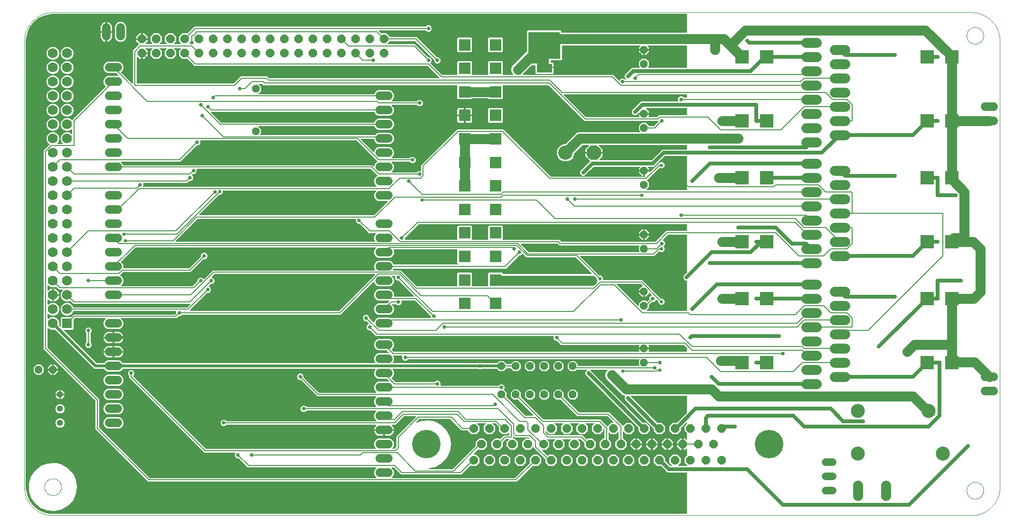
<source format=gbl>
G04 EAGLE Gerber RS-274X export*
G75*
%MOMM*%
%FSLAX34Y34*%
%LPD*%
%INBottom Copper*%
%IPPOS*%
%AMOC8*
5,1,8,0,0,1.08239X$1,22.5*%
G01*
%ADD10C,0.000000*%
%ADD11R,2.667000X1.524000*%
%ADD12R,2.159000X2.413000*%
%ADD13R,2.159000X2.794000*%
%ADD14R,1.905000X2.286000*%
%ADD15R,5.588000X3.937000*%
%ADD16C,2.540000*%
%ADD17P,2.749271X8X22.500000*%
%ADD18P,1.429621X8X292.500000*%
%ADD19P,1.649562X8X22.500000*%
%ADD20C,5.080000*%
%ADD21C,1.790700*%
%ADD22C,1.524000*%
%ADD23P,1.649562X8X202.500000*%
%ADD24C,1.800000*%
%ADD25R,2.400000X2.400000*%
%ADD26P,1.429621X8X112.500000*%
%ADD27R,1.778000X1.778000*%
%ADD28C,1.778000*%
%ADD29C,2.500000*%
%ADD30C,1.320800*%
%ADD31R,2.100000X2.100000*%
%ADD32R,1.270000X1.270000*%
%ADD33C,1.117600*%
%ADD34P,1.429621X8X22.500000*%
%ADD35C,1.778000*%
%ADD36C,0.654800*%
%ADD37C,0.609600*%
%ADD38C,0.203200*%
%ADD39C,0.508000*%
%ADD40C,1.270000*%
%ADD41C,0.635000*%
%ADD42C,0.152400*%

G36*
X1181120Y2544D02*
X1181120Y2544D01*
X1181139Y2542D01*
X1181241Y2564D01*
X1181343Y2580D01*
X1181360Y2590D01*
X1181380Y2594D01*
X1181469Y2647D01*
X1181560Y2696D01*
X1181574Y2710D01*
X1181591Y2720D01*
X1181658Y2799D01*
X1181730Y2874D01*
X1181738Y2892D01*
X1181751Y2907D01*
X1181790Y3003D01*
X1181833Y3097D01*
X1181835Y3117D01*
X1181843Y3135D01*
X1181861Y3302D01*
X1181861Y76073D01*
X1181858Y76093D01*
X1181860Y76112D01*
X1181838Y76214D01*
X1181822Y76316D01*
X1181812Y76333D01*
X1181808Y76353D01*
X1181755Y76442D01*
X1181706Y76533D01*
X1181692Y76547D01*
X1181682Y76564D01*
X1181603Y76631D01*
X1181528Y76703D01*
X1181510Y76711D01*
X1181495Y76724D01*
X1181399Y76763D01*
X1181305Y76806D01*
X1181285Y76808D01*
X1181267Y76816D01*
X1181100Y76834D01*
X1148213Y76834D01*
X1146112Y77704D01*
X1144397Y79419D01*
X1135648Y88168D01*
X1135574Y88221D01*
X1135505Y88281D01*
X1135475Y88293D01*
X1135449Y88312D01*
X1135362Y88339D01*
X1135277Y88373D01*
X1135236Y88377D01*
X1135214Y88384D01*
X1135181Y88383D01*
X1135110Y88391D01*
X1128631Y88391D01*
X1122679Y94343D01*
X1122679Y102761D01*
X1128631Y108713D01*
X1137049Y108713D01*
X1143001Y102761D01*
X1143001Y97298D01*
X1143015Y97208D01*
X1143023Y97117D01*
X1143035Y97087D01*
X1143040Y97055D01*
X1143083Y96974D01*
X1143119Y96891D01*
X1143145Y96858D01*
X1143156Y96838D01*
X1143179Y96816D01*
X1143224Y96760D01*
X1151495Y88489D01*
X1151569Y88436D01*
X1151638Y88376D01*
X1151668Y88364D01*
X1151694Y88345D01*
X1151781Y88318D01*
X1151866Y88284D01*
X1151907Y88280D01*
X1151929Y88273D01*
X1151962Y88274D01*
X1152033Y88266D01*
X1154351Y88266D01*
X1154422Y88277D01*
X1154493Y88279D01*
X1154542Y88297D01*
X1154594Y88305D01*
X1154657Y88339D01*
X1154724Y88364D01*
X1154765Y88396D01*
X1154811Y88421D01*
X1154861Y88473D01*
X1154917Y88517D01*
X1154945Y88561D01*
X1154981Y88599D01*
X1155011Y88664D01*
X1155050Y88724D01*
X1155062Y88775D01*
X1155084Y88822D01*
X1155092Y88893D01*
X1155110Y88963D01*
X1155106Y89015D01*
X1155111Y89066D01*
X1155096Y89137D01*
X1155090Y89208D01*
X1155070Y89256D01*
X1155059Y89307D01*
X1155022Y89368D01*
X1154994Y89434D01*
X1154949Y89490D01*
X1154933Y89518D01*
X1154915Y89533D01*
X1154889Y89565D01*
X1150111Y94343D01*
X1150111Y102761D01*
X1156063Y108713D01*
X1164481Y108713D01*
X1170433Y102761D01*
X1170433Y94343D01*
X1165655Y89565D01*
X1165613Y89507D01*
X1165563Y89455D01*
X1165542Y89408D01*
X1165511Y89366D01*
X1165490Y89297D01*
X1165460Y89232D01*
X1165454Y89180D01*
X1165439Y89130D01*
X1165441Y89059D01*
X1165433Y88988D01*
X1165444Y88937D01*
X1165445Y88885D01*
X1165470Y88817D01*
X1165485Y88747D01*
X1165512Y88702D01*
X1165530Y88654D01*
X1165574Y88598D01*
X1165611Y88536D01*
X1165651Y88502D01*
X1165683Y88462D01*
X1165744Y88423D01*
X1165798Y88376D01*
X1165846Y88357D01*
X1165890Y88329D01*
X1165960Y88311D01*
X1166026Y88284D01*
X1166098Y88276D01*
X1166129Y88268D01*
X1166152Y88270D01*
X1166193Y88266D01*
X1181100Y88266D01*
X1181120Y88269D01*
X1181139Y88267D01*
X1181241Y88289D01*
X1181343Y88305D01*
X1181360Y88315D01*
X1181380Y88319D01*
X1181469Y88372D01*
X1181560Y88421D01*
X1181574Y88435D01*
X1181591Y88445D01*
X1181658Y88524D01*
X1181730Y88599D01*
X1181738Y88617D01*
X1181751Y88632D01*
X1181790Y88728D01*
X1181833Y88822D01*
X1181835Y88842D01*
X1181843Y88860D01*
X1181861Y89027D01*
X1181861Y89964D01*
X1181847Y90054D01*
X1181839Y90145D01*
X1181827Y90175D01*
X1181822Y90207D01*
X1181779Y90287D01*
X1181743Y90371D01*
X1181717Y90403D01*
X1181706Y90424D01*
X1181683Y90446D01*
X1181638Y90502D01*
X1177797Y94343D01*
X1177797Y102761D01*
X1181638Y106602D01*
X1181691Y106676D01*
X1181751Y106745D01*
X1181763Y106775D01*
X1181782Y106801D01*
X1181809Y106888D01*
X1181843Y106973D01*
X1181847Y107014D01*
X1181854Y107037D01*
X1181853Y107069D01*
X1181861Y107140D01*
X1181861Y118412D01*
X1181850Y118483D01*
X1181848Y118554D01*
X1181830Y118603D01*
X1181822Y118655D01*
X1181788Y118718D01*
X1181763Y118785D01*
X1181731Y118826D01*
X1181706Y118872D01*
X1181655Y118921D01*
X1181610Y118977D01*
X1181566Y119006D01*
X1181528Y119042D01*
X1181463Y119072D01*
X1181403Y119110D01*
X1181352Y119123D01*
X1181305Y119145D01*
X1181234Y119153D01*
X1181164Y119171D01*
X1181112Y119166D01*
X1181061Y119172D01*
X1180990Y119157D01*
X1180919Y119151D01*
X1180871Y119131D01*
X1180820Y119120D01*
X1180759Y119083D01*
X1180693Y119055D01*
X1180637Y119010D01*
X1180609Y118994D01*
X1180594Y118976D01*
X1180562Y118950D01*
X1178451Y116839D01*
X1175765Y116839D01*
X1175765Y126238D01*
X1175762Y126258D01*
X1175764Y126277D01*
X1175742Y126379D01*
X1175725Y126481D01*
X1175716Y126498D01*
X1175712Y126518D01*
X1175659Y126607D01*
X1175610Y126698D01*
X1175596Y126712D01*
X1175586Y126729D01*
X1175507Y126796D01*
X1175432Y126867D01*
X1175414Y126876D01*
X1175399Y126889D01*
X1175303Y126927D01*
X1175209Y126971D01*
X1175189Y126973D01*
X1175171Y126981D01*
X1175004Y126999D01*
X1174241Y126999D01*
X1174241Y127001D01*
X1175004Y127001D01*
X1175024Y127004D01*
X1175043Y127002D01*
X1175145Y127024D01*
X1175247Y127041D01*
X1175264Y127050D01*
X1175284Y127054D01*
X1175373Y127107D01*
X1175464Y127156D01*
X1175478Y127170D01*
X1175495Y127180D01*
X1175562Y127259D01*
X1175633Y127334D01*
X1175642Y127352D01*
X1175655Y127367D01*
X1175694Y127463D01*
X1175737Y127557D01*
X1175739Y127577D01*
X1175747Y127595D01*
X1175765Y127762D01*
X1175765Y137161D01*
X1178451Y137161D01*
X1180562Y135050D01*
X1180620Y135008D01*
X1180672Y134958D01*
X1180719Y134936D01*
X1180761Y134906D01*
X1180830Y134885D01*
X1180895Y134855D01*
X1180947Y134849D01*
X1180997Y134834D01*
X1181068Y134836D01*
X1181139Y134828D01*
X1181190Y134839D01*
X1181242Y134840D01*
X1181310Y134865D01*
X1181380Y134880D01*
X1181424Y134907D01*
X1181473Y134925D01*
X1181529Y134969D01*
X1181591Y135006D01*
X1181625Y135046D01*
X1181665Y135078D01*
X1181704Y135139D01*
X1181751Y135193D01*
X1181770Y135241D01*
X1181798Y135285D01*
X1181816Y135355D01*
X1181843Y135421D01*
X1181851Y135493D01*
X1181859Y135524D01*
X1181857Y135547D01*
X1181861Y135588D01*
X1181861Y146860D01*
X1181847Y146950D01*
X1181839Y147041D01*
X1181827Y147071D01*
X1181822Y147103D01*
X1181779Y147183D01*
X1181743Y147267D01*
X1181717Y147299D01*
X1181706Y147320D01*
X1181683Y147342D01*
X1181638Y147398D01*
X1177797Y151239D01*
X1177797Y159657D01*
X1181638Y163498D01*
X1181691Y163572D01*
X1181751Y163641D01*
X1181763Y163671D01*
X1181782Y163697D01*
X1181809Y163784D01*
X1181843Y163869D01*
X1181847Y163910D01*
X1181854Y163933D01*
X1181853Y163965D01*
X1181861Y164036D01*
X1181861Y165465D01*
X1181859Y165478D01*
X1181860Y165488D01*
X1181850Y165536D01*
X1181848Y165608D01*
X1181830Y165657D01*
X1181822Y165708D01*
X1181788Y165771D01*
X1181763Y165839D01*
X1181731Y165879D01*
X1181706Y165925D01*
X1181655Y165975D01*
X1181610Y166031D01*
X1181566Y166059D01*
X1181528Y166095D01*
X1181463Y166125D01*
X1181403Y166164D01*
X1181352Y166176D01*
X1181305Y166198D01*
X1181234Y166206D01*
X1181164Y166224D01*
X1181112Y166220D01*
X1181061Y166225D01*
X1180990Y166210D01*
X1180919Y166205D01*
X1180871Y166184D01*
X1180820Y166173D01*
X1180759Y166136D01*
X1180693Y166108D01*
X1180637Y166064D01*
X1180609Y166047D01*
X1180594Y166029D01*
X1180562Y166003D01*
X1170656Y156097D01*
X1170603Y156023D01*
X1170574Y155990D01*
X1170564Y155980D01*
X1170563Y155978D01*
X1170543Y155954D01*
X1170531Y155924D01*
X1170512Y155898D01*
X1170485Y155811D01*
X1170483Y155804D01*
X1170461Y155757D01*
X1170460Y155747D01*
X1170451Y155726D01*
X1170447Y155685D01*
X1170440Y155663D01*
X1170441Y155630D01*
X1170433Y155559D01*
X1170433Y151239D01*
X1164481Y145287D01*
X1156063Y145287D01*
X1150111Y151239D01*
X1150111Y159657D01*
X1156063Y165609D01*
X1163685Y165609D01*
X1163775Y165623D01*
X1163866Y165631D01*
X1163896Y165643D01*
X1163928Y165648D01*
X1164009Y165691D01*
X1164092Y165727D01*
X1164125Y165753D01*
X1164145Y165764D01*
X1164167Y165787D01*
X1164223Y165832D01*
X1181638Y183247D01*
X1181691Y183320D01*
X1181751Y183390D01*
X1181763Y183420D01*
X1181782Y183446D01*
X1181809Y183533D01*
X1181843Y183618D01*
X1181847Y183659D01*
X1181854Y183681D01*
X1181853Y183713D01*
X1181861Y183785D01*
X1181861Y213233D01*
X1181858Y213253D01*
X1181860Y213272D01*
X1181838Y213374D01*
X1181822Y213476D01*
X1181812Y213493D01*
X1181808Y213513D01*
X1181755Y213602D01*
X1181706Y213693D01*
X1181692Y213707D01*
X1181682Y213724D01*
X1181603Y213791D01*
X1181528Y213863D01*
X1181510Y213871D01*
X1181495Y213884D01*
X1181399Y213923D01*
X1181305Y213966D01*
X1181285Y213968D01*
X1181267Y213976D01*
X1181100Y213994D01*
X1081917Y213994D01*
X1081872Y213987D01*
X1081826Y213989D01*
X1081751Y213967D01*
X1081674Y213955D01*
X1081634Y213933D01*
X1081590Y213920D01*
X1081526Y213876D01*
X1081457Y213839D01*
X1081426Y213806D01*
X1081388Y213780D01*
X1081341Y213717D01*
X1081288Y213661D01*
X1081268Y213619D01*
X1081241Y213583D01*
X1081217Y213509D01*
X1081184Y213438D01*
X1081179Y213392D01*
X1081165Y213349D01*
X1081166Y213271D01*
X1081157Y213194D01*
X1081167Y213149D01*
X1081167Y213103D01*
X1081205Y212971D01*
X1081209Y212953D01*
X1081212Y212949D01*
X1081214Y212942D01*
X1081296Y212745D01*
X1081330Y212689D01*
X1081356Y212629D01*
X1081408Y212564D01*
X1081425Y212536D01*
X1081440Y212523D01*
X1081461Y212498D01*
X1128127Y165832D01*
X1128200Y165779D01*
X1128270Y165719D01*
X1128300Y165707D01*
X1128326Y165688D01*
X1128413Y165661D01*
X1128498Y165627D01*
X1128539Y165623D01*
X1128561Y165616D01*
X1128594Y165617D01*
X1128665Y165609D01*
X1137049Y165609D01*
X1143001Y159657D01*
X1143001Y151239D01*
X1137049Y145287D01*
X1128631Y145287D01*
X1122679Y151239D01*
X1122679Y154797D01*
X1122676Y154814D01*
X1122678Y154830D01*
X1122664Y154897D01*
X1122657Y154978D01*
X1122645Y155008D01*
X1122640Y155040D01*
X1122628Y155062D01*
X1122626Y155071D01*
X1122603Y155110D01*
X1122597Y155121D01*
X1122561Y155204D01*
X1122535Y155237D01*
X1122524Y155257D01*
X1122501Y155279D01*
X1122500Y155282D01*
X1122498Y155283D01*
X1122456Y155335D01*
X1073377Y204414D01*
X1073324Y204453D01*
X1073277Y204499D01*
X1073204Y204539D01*
X1073178Y204558D01*
X1073159Y204564D01*
X1073130Y204579D01*
X1073031Y204620D01*
X1071396Y206256D01*
X1070510Y208393D01*
X1070510Y210707D01*
X1071436Y212942D01*
X1071447Y212986D01*
X1071466Y213028D01*
X1071474Y213105D01*
X1071492Y213181D01*
X1071488Y213227D01*
X1071493Y213272D01*
X1071476Y213349D01*
X1071469Y213426D01*
X1071450Y213468D01*
X1071441Y213513D01*
X1071401Y213580D01*
X1071369Y213651D01*
X1071338Y213685D01*
X1071315Y213724D01*
X1071255Y213775D01*
X1071203Y213832D01*
X1071167Y213851D01*
X1071163Y213855D01*
X1071157Y213859D01*
X1071128Y213884D01*
X1071067Y213908D01*
X1071016Y213936D01*
X1071003Y213942D01*
X1070987Y213950D01*
X1070978Y213952D01*
X1066675Y215735D01*
X1038060Y244350D01*
X1036319Y248551D01*
X1036319Y253099D01*
X1038060Y257300D01*
X1039428Y258669D01*
X1039470Y258727D01*
X1039519Y258779D01*
X1039541Y258826D01*
X1039572Y258868D01*
X1039593Y258937D01*
X1039623Y259002D01*
X1039629Y259054D01*
X1039644Y259104D01*
X1039642Y259175D01*
X1039650Y259246D01*
X1039639Y259297D01*
X1039638Y259349D01*
X1039613Y259417D01*
X1039598Y259487D01*
X1039571Y259532D01*
X1039553Y259580D01*
X1039508Y259636D01*
X1039472Y259698D01*
X1039432Y259732D01*
X1039400Y259772D01*
X1039339Y259811D01*
X1039285Y259858D01*
X1039237Y259877D01*
X1039193Y259905D01*
X1039123Y259923D01*
X1039057Y259950D01*
X1038985Y259958D01*
X1038954Y259966D01*
X1038931Y259964D01*
X1038890Y259968D01*
X1010568Y259968D01*
X1010497Y259957D01*
X1010425Y259955D01*
X1010376Y259937D01*
X1010325Y259929D01*
X1010262Y259895D01*
X1010194Y259870D01*
X1010154Y259838D01*
X1010108Y259813D01*
X1010058Y259761D01*
X1010002Y259717D01*
X1009974Y259673D01*
X1009938Y259635D01*
X1009908Y259570D01*
X1009869Y259510D01*
X1009857Y259459D01*
X1009835Y259412D01*
X1009827Y259341D01*
X1009809Y259271D01*
X1009813Y259219D01*
X1009808Y259168D01*
X1009823Y259097D01*
X1009828Y259026D01*
X1009849Y258978D01*
X1009860Y258927D01*
X1009897Y258866D01*
X1009925Y258800D01*
X1009970Y258744D01*
X1009986Y258716D01*
X1010004Y258701D01*
X1010030Y258669D01*
X1011405Y257294D01*
X1011446Y257195D01*
X1011480Y257139D01*
X1011506Y257079D01*
X1011558Y257014D01*
X1011575Y256986D01*
X1011590Y256973D01*
X1011611Y256948D01*
X1102727Y165832D01*
X1102801Y165779D01*
X1102870Y165719D01*
X1102900Y165707D01*
X1102926Y165688D01*
X1103013Y165661D01*
X1103098Y165627D01*
X1103139Y165623D01*
X1103161Y165616D01*
X1103194Y165617D01*
X1103265Y165609D01*
X1109363Y165609D01*
X1115315Y159657D01*
X1115315Y151239D01*
X1109363Y145287D01*
X1100945Y145287D01*
X1094993Y151239D01*
X1094993Y157083D01*
X1094991Y157099D01*
X1094992Y157114D01*
X1094978Y157179D01*
X1094971Y157264D01*
X1094959Y157294D01*
X1094954Y157326D01*
X1094941Y157349D01*
X1094940Y157354D01*
X1094927Y157376D01*
X1094911Y157407D01*
X1094875Y157490D01*
X1094849Y157523D01*
X1094838Y157543D01*
X1094815Y157565D01*
X1094770Y157621D01*
X1003527Y248864D01*
X1003474Y248903D01*
X1003427Y248949D01*
X1003354Y248989D01*
X1003328Y249008D01*
X1003309Y249014D01*
X1003280Y249029D01*
X1003181Y249070D01*
X1001546Y250706D01*
X1000660Y252843D01*
X1000660Y255157D01*
X1001546Y257294D01*
X1002920Y258669D01*
X1002962Y258727D01*
X1003012Y258779D01*
X1003034Y258826D01*
X1003064Y258868D01*
X1003085Y258937D01*
X1003115Y259002D01*
X1003121Y259054D01*
X1003136Y259104D01*
X1003134Y259175D01*
X1003142Y259246D01*
X1003131Y259297D01*
X1003130Y259349D01*
X1003105Y259417D01*
X1003090Y259487D01*
X1003063Y259532D01*
X1003046Y259580D01*
X1003001Y259636D01*
X1002964Y259698D01*
X1002924Y259732D01*
X1002892Y259772D01*
X1002832Y259811D01*
X1002777Y259858D01*
X1002729Y259877D01*
X1002685Y259905D01*
X1002615Y259923D01*
X1002549Y259950D01*
X1002478Y259958D01*
X1002446Y259966D01*
X1002423Y259964D01*
X1002382Y259968D01*
X984416Y259968D01*
X984326Y259954D01*
X984235Y259946D01*
X984205Y259934D01*
X984173Y259929D01*
X984093Y259886D01*
X984009Y259850D01*
X983977Y259824D01*
X983956Y259813D01*
X983934Y259790D01*
X983878Y259745D01*
X981688Y257555D01*
X974112Y257555D01*
X968755Y262912D01*
X968755Y270488D01*
X974112Y275845D01*
X981688Y275845D01*
X987045Y270488D01*
X987045Y267843D01*
X987048Y267823D01*
X987046Y267804D01*
X987068Y267702D01*
X987084Y267600D01*
X987094Y267583D01*
X987098Y267563D01*
X987151Y267474D01*
X987200Y267383D01*
X987214Y267369D01*
X987224Y267352D01*
X987303Y267285D01*
X987378Y267213D01*
X987396Y267205D01*
X987411Y267192D01*
X987507Y267153D01*
X987601Y267110D01*
X987621Y267108D01*
X987639Y267100D01*
X987806Y267082D01*
X1096098Y267082D01*
X1096169Y267093D01*
X1096240Y267095D01*
X1096289Y267113D01*
X1096341Y267121D01*
X1096404Y267155D01*
X1096471Y267180D01*
X1096512Y267212D01*
X1096558Y267237D01*
X1096607Y267289D01*
X1096663Y267333D01*
X1096692Y267377D01*
X1096727Y267415D01*
X1096758Y267480D01*
X1096796Y267540D01*
X1096809Y267591D01*
X1096831Y267638D01*
X1096839Y267709D01*
X1096856Y267779D01*
X1096852Y267831D01*
X1096858Y267882D01*
X1096843Y267953D01*
X1096837Y268024D01*
X1096817Y268072D01*
X1096806Y268123D01*
X1096769Y268184D01*
X1096741Y268250D01*
X1096696Y268306D01*
X1096680Y268334D01*
X1096662Y268349D01*
X1096636Y268381D01*
X1095755Y269262D01*
X1095755Y276838D01*
X1096636Y277719D01*
X1096678Y277777D01*
X1096727Y277829D01*
X1096749Y277876D01*
X1096780Y277918D01*
X1096801Y277987D01*
X1096831Y278052D01*
X1096837Y278104D01*
X1096852Y278154D01*
X1096850Y278225D01*
X1096858Y278296D01*
X1096847Y278347D01*
X1096846Y278399D01*
X1096821Y278467D01*
X1096806Y278537D01*
X1096779Y278582D01*
X1096761Y278630D01*
X1096716Y278686D01*
X1096680Y278748D01*
X1096640Y278782D01*
X1096608Y278822D01*
X1096547Y278861D01*
X1096493Y278908D01*
X1096444Y278927D01*
X1096401Y278955D01*
X1096331Y278973D01*
X1096265Y279000D01*
X1096193Y279008D01*
X1096162Y279016D01*
X1096139Y279014D01*
X1096098Y279018D01*
X684432Y279018D01*
X684342Y279004D01*
X684251Y278996D01*
X684221Y278984D01*
X684189Y278979D01*
X684108Y278936D01*
X684025Y278900D01*
X683992Y278874D01*
X683972Y278863D01*
X683950Y278840D01*
X683894Y278795D01*
X682744Y277646D01*
X680607Y276760D01*
X678293Y276760D01*
X676156Y277646D01*
X674521Y279281D01*
X673635Y281418D01*
X673635Y283732D01*
X673877Y284316D01*
X673888Y284360D01*
X673907Y284402D01*
X673916Y284479D01*
X673933Y284555D01*
X673929Y284601D01*
X673934Y284646D01*
X673918Y284723D01*
X673910Y284800D01*
X673892Y284842D01*
X673882Y284887D01*
X673842Y284954D01*
X673810Y285025D01*
X673779Y285059D01*
X673756Y285098D01*
X673697Y285149D01*
X673644Y285206D01*
X673604Y285228D01*
X673569Y285258D01*
X673497Y285287D01*
X673428Y285324D01*
X673383Y285333D01*
X673341Y285350D01*
X673205Y285365D01*
X673186Y285368D01*
X673181Y285367D01*
X673174Y285368D01*
X658635Y285368D01*
X658590Y285361D01*
X658544Y285363D01*
X658469Y285341D01*
X658392Y285329D01*
X658352Y285307D01*
X658308Y285294D01*
X658244Y285250D01*
X658175Y285213D01*
X658143Y285180D01*
X658106Y285154D01*
X658059Y285091D01*
X658006Y285035D01*
X657986Y284993D01*
X657959Y284957D01*
X657935Y284883D01*
X657902Y284812D01*
X657897Y284766D01*
X657883Y284723D01*
X657883Y284645D01*
X657875Y284568D01*
X657885Y284523D01*
X657885Y284477D01*
X657923Y284345D01*
X657927Y284327D01*
X657930Y284323D01*
X657932Y284316D01*
X659131Y281421D01*
X659131Y277379D01*
X657584Y273644D01*
X657020Y273080D01*
X656978Y273022D01*
X656928Y272970D01*
X656907Y272923D01*
X656876Y272881D01*
X656855Y272812D01*
X656825Y272747D01*
X656819Y272695D01*
X656804Y272645D01*
X656806Y272574D01*
X656798Y272503D01*
X656809Y272452D01*
X656810Y272400D01*
X656835Y272332D01*
X656850Y272262D01*
X656877Y272217D01*
X656895Y272169D01*
X656939Y272113D01*
X656976Y272051D01*
X657016Y272017D01*
X657048Y271977D01*
X657109Y271938D01*
X657163Y271891D01*
X657211Y271872D01*
X657255Y271844D01*
X657325Y271826D01*
X657391Y271799D01*
X657463Y271791D01*
X657494Y271783D01*
X657517Y271785D01*
X657558Y271781D01*
X809720Y271781D01*
X809785Y271791D01*
X809850Y271792D01*
X809930Y271815D01*
X809963Y271820D01*
X809980Y271830D01*
X810011Y271839D01*
X811643Y272515D01*
X813957Y272515D01*
X815589Y271839D01*
X815653Y271824D01*
X815713Y271799D01*
X815796Y271790D01*
X815828Y271783D01*
X815848Y271784D01*
X815880Y271781D01*
X842733Y271781D01*
X842823Y271795D01*
X842914Y271803D01*
X842944Y271815D01*
X842976Y271820D01*
X843056Y271863D01*
X843140Y271899D01*
X843172Y271925D01*
X843193Y271936D01*
X843215Y271959D01*
X843271Y272004D01*
X847112Y275845D01*
X854688Y275845D01*
X860053Y270480D01*
X860127Y270427D01*
X860196Y270367D01*
X860226Y270355D01*
X860253Y270336D01*
X860340Y270309D01*
X860424Y270275D01*
X860465Y270271D01*
X860488Y270264D01*
X860520Y270265D01*
X860591Y270257D01*
X866609Y270257D01*
X866699Y270271D01*
X866790Y270279D01*
X866820Y270291D01*
X866852Y270296D01*
X866932Y270339D01*
X867016Y270375D01*
X867048Y270401D01*
X867069Y270412D01*
X867091Y270435D01*
X867147Y270480D01*
X872512Y275845D01*
X880088Y275845D01*
X885445Y270488D01*
X885445Y262912D01*
X880088Y257555D01*
X872512Y257555D01*
X867147Y262920D01*
X867073Y262973D01*
X867004Y263033D01*
X866974Y263045D01*
X866947Y263064D01*
X866860Y263091D01*
X866776Y263125D01*
X866735Y263129D01*
X866712Y263136D01*
X866680Y263135D01*
X866609Y263143D01*
X860591Y263143D01*
X860501Y263129D01*
X860410Y263121D01*
X860380Y263109D01*
X860348Y263104D01*
X860268Y263061D01*
X860184Y263025D01*
X860152Y262999D01*
X860131Y262988D01*
X860109Y262965D01*
X860053Y262920D01*
X854688Y257555D01*
X847112Y257555D01*
X843271Y261396D01*
X843197Y261449D01*
X843128Y261509D01*
X843098Y261521D01*
X843071Y261540D01*
X842984Y261567D01*
X842900Y261601D01*
X842859Y261605D01*
X842836Y261612D01*
X842804Y261611D01*
X842733Y261619D01*
X815880Y261619D01*
X815815Y261609D01*
X815750Y261608D01*
X815670Y261585D01*
X815637Y261580D01*
X815620Y261570D01*
X815589Y261561D01*
X813957Y260885D01*
X811643Y260885D01*
X810011Y261561D01*
X809947Y261576D01*
X809887Y261601D01*
X809804Y261610D01*
X809772Y261617D01*
X809752Y261616D01*
X809720Y261619D01*
X657558Y261619D01*
X657487Y261608D01*
X657416Y261606D01*
X657367Y261588D01*
X657315Y261580D01*
X657252Y261546D01*
X657185Y261521D01*
X657144Y261489D01*
X657098Y261464D01*
X657049Y261413D01*
X656993Y261368D01*
X656964Y261324D01*
X656928Y261286D01*
X656898Y261221D01*
X656860Y261161D01*
X656847Y261110D01*
X656825Y261063D01*
X656817Y260992D01*
X656799Y260922D01*
X656804Y260870D01*
X656798Y260819D01*
X656813Y260748D01*
X656819Y260677D01*
X656839Y260629D01*
X656850Y260578D01*
X656887Y260517D01*
X656915Y260451D01*
X656960Y260395D01*
X656976Y260367D01*
X656994Y260352D01*
X657020Y260320D01*
X657584Y259756D01*
X659131Y256021D01*
X659131Y251979D01*
X657584Y248244D01*
X655218Y245879D01*
X655207Y245863D01*
X655191Y245850D01*
X655135Y245763D01*
X655075Y245679D01*
X655069Y245660D01*
X655058Y245643D01*
X655033Y245543D01*
X655002Y245444D01*
X655003Y245424D01*
X654998Y245405D01*
X655006Y245302D01*
X655009Y245198D01*
X655016Y245179D01*
X655017Y245160D01*
X655058Y245065D01*
X655093Y244967D01*
X655106Y244952D01*
X655114Y244933D01*
X655218Y244802D01*
X661545Y238476D01*
X661619Y238423D01*
X661688Y238363D01*
X661719Y238351D01*
X661745Y238332D01*
X661832Y238305D01*
X661917Y238271D01*
X661958Y238267D01*
X661980Y238260D01*
X662012Y238261D01*
X662083Y238253D01*
X731364Y238253D01*
X731454Y238267D01*
X731545Y238275D01*
X731575Y238287D01*
X731607Y238292D01*
X731688Y238335D01*
X731771Y238371D01*
X731804Y238397D01*
X731824Y238408D01*
X731846Y238431D01*
X731902Y238476D01*
X733306Y239879D01*
X735443Y240765D01*
X737757Y240765D01*
X739894Y239879D01*
X741529Y238244D01*
X742415Y236107D01*
X742415Y233793D01*
X742068Y232955D01*
X742057Y232911D01*
X742038Y232869D01*
X742029Y232792D01*
X742011Y232716D01*
X742016Y232670D01*
X742011Y232625D01*
X742027Y232548D01*
X742035Y232471D01*
X742053Y232429D01*
X742063Y232384D01*
X742103Y232317D01*
X742135Y232246D01*
X742166Y232212D01*
X742189Y232173D01*
X742248Y232122D01*
X742301Y232065D01*
X742341Y232043D01*
X742376Y232013D01*
X742448Y231984D01*
X742516Y231947D01*
X742562Y231938D01*
X742604Y231921D01*
X742740Y231906D01*
X742758Y231903D01*
X742763Y231904D01*
X742771Y231903D01*
X845664Y231903D01*
X845754Y231917D01*
X845845Y231925D01*
X845875Y231937D01*
X845907Y231942D01*
X845988Y231985D01*
X846071Y232021D01*
X846104Y232047D01*
X846124Y232058D01*
X846146Y232081D01*
X846202Y232126D01*
X847606Y233529D01*
X849743Y234415D01*
X852057Y234415D01*
X854194Y233529D01*
X855829Y231894D01*
X856715Y229757D01*
X856715Y227443D01*
X855829Y225306D01*
X855666Y225143D01*
X855655Y225127D01*
X855639Y225114D01*
X855583Y225027D01*
X855523Y224943D01*
X855517Y224924D01*
X855506Y224907D01*
X855481Y224807D01*
X855450Y224708D01*
X855451Y224688D01*
X855446Y224669D01*
X855454Y224566D01*
X855457Y224462D01*
X855464Y224444D01*
X855465Y224424D01*
X855506Y224329D01*
X855541Y224231D01*
X855554Y224216D01*
X855561Y224197D01*
X855666Y224066D01*
X860045Y219688D01*
X860045Y212101D01*
X860059Y212010D01*
X860067Y211920D01*
X860079Y211890D01*
X860084Y211858D01*
X860127Y211777D01*
X860163Y211693D01*
X860189Y211661D01*
X860200Y211640D01*
X860223Y211618D01*
X860268Y211562D01*
X893425Y178405D01*
X893499Y178352D01*
X893569Y178292D01*
X893599Y178280D01*
X893625Y178261D01*
X893712Y178234D01*
X893797Y178200D01*
X893838Y178196D01*
X893860Y178189D01*
X893892Y178190D01*
X893964Y178182D01*
X907150Y178182D01*
X907221Y178193D01*
X907293Y178195D01*
X907342Y178213D01*
X907393Y178221D01*
X907457Y178255D01*
X907524Y178280D01*
X907565Y178312D01*
X907611Y178337D01*
X907660Y178389D01*
X907716Y178433D01*
X907744Y178477D01*
X907780Y178515D01*
X907810Y178580D01*
X907849Y178640D01*
X907862Y178691D01*
X907884Y178738D01*
X907892Y178809D01*
X907909Y178879D01*
X907905Y178931D01*
X907911Y178982D01*
X907895Y179053D01*
X907890Y179124D01*
X907870Y179172D01*
X907858Y179223D01*
X907822Y179284D01*
X907794Y179350D01*
X907749Y179406D01*
X907732Y179434D01*
X907714Y179449D01*
X907689Y179481D01*
X880638Y206532D01*
X880564Y206585D01*
X880494Y206645D01*
X880464Y206657D01*
X880438Y206676D01*
X880351Y206703D01*
X880266Y206737D01*
X880225Y206741D01*
X880203Y206748D01*
X880171Y206747D01*
X880099Y206755D01*
X872512Y206755D01*
X867155Y212112D01*
X867155Y219688D01*
X872512Y225045D01*
X880088Y225045D01*
X885445Y219688D01*
X885445Y212101D01*
X885459Y212010D01*
X885467Y211920D01*
X885479Y211890D01*
X885484Y211858D01*
X885527Y211777D01*
X885563Y211693D01*
X885589Y211661D01*
X885600Y211640D01*
X885623Y211618D01*
X885668Y211562D01*
X925175Y172055D01*
X925249Y172002D01*
X925319Y171942D01*
X925349Y171930D01*
X925375Y171911D01*
X925462Y171884D01*
X925547Y171850D01*
X925588Y171846D01*
X925610Y171839D01*
X925642Y171840D01*
X925714Y171832D01*
X1026998Y171832D01*
X1038986Y159844D01*
X1039002Y159832D01*
X1039015Y159817D01*
X1039102Y159761D01*
X1039186Y159700D01*
X1039205Y159695D01*
X1039222Y159684D01*
X1039322Y159658D01*
X1039421Y159628D01*
X1039441Y159629D01*
X1039460Y159624D01*
X1039563Y159632D01*
X1039667Y159634D01*
X1039685Y159641D01*
X1039705Y159643D01*
X1039800Y159683D01*
X1039898Y159719D01*
X1039913Y159731D01*
X1039932Y159739D01*
X1040063Y159844D01*
X1045827Y165609D01*
X1049898Y165609D01*
X1049969Y165620D01*
X1050041Y165622D01*
X1050090Y165640D01*
X1050141Y165648D01*
X1050205Y165682D01*
X1050272Y165707D01*
X1050313Y165739D01*
X1050359Y165764D01*
X1050408Y165816D01*
X1050464Y165860D01*
X1050492Y165904D01*
X1050528Y165942D01*
X1050558Y166007D01*
X1050597Y166067D01*
X1050610Y166118D01*
X1050632Y166165D01*
X1050640Y166236D01*
X1050657Y166306D01*
X1050653Y166358D01*
X1050659Y166409D01*
X1050643Y166480D01*
X1050638Y166551D01*
X1050618Y166599D01*
X1050606Y166650D01*
X1050570Y166711D01*
X1050542Y166777D01*
X1050497Y166833D01*
X1050480Y166861D01*
X1050462Y166876D01*
X1050437Y166908D01*
X1040150Y177195D01*
X1040076Y177248D01*
X1040006Y177308D01*
X1039976Y177320D01*
X1039950Y177339D01*
X1039863Y177366D01*
X1039778Y177400D01*
X1039737Y177404D01*
X1039715Y177411D01*
X1039683Y177410D01*
X1039611Y177418D01*
X985952Y177418D01*
X956838Y206532D01*
X956764Y206585D01*
X956694Y206645D01*
X956664Y206657D01*
X956638Y206676D01*
X956551Y206703D01*
X956466Y206737D01*
X956425Y206741D01*
X956403Y206748D01*
X956371Y206747D01*
X956299Y206755D01*
X948712Y206755D01*
X943355Y212112D01*
X943355Y219688D01*
X948712Y225045D01*
X956288Y225045D01*
X961645Y219688D01*
X961645Y212101D01*
X961659Y212010D01*
X961667Y211920D01*
X961679Y211890D01*
X961684Y211858D01*
X961727Y211777D01*
X961763Y211693D01*
X961789Y211661D01*
X961800Y211640D01*
X961823Y211618D01*
X961868Y211562D01*
X988675Y184755D01*
X988749Y184702D01*
X988819Y184642D01*
X988849Y184630D01*
X988875Y184611D01*
X988962Y184584D01*
X989047Y184550D01*
X989088Y184546D01*
X989110Y184539D01*
X989142Y184540D01*
X989214Y184532D01*
X1042873Y184532D01*
X1066990Y160415D01*
X1067006Y160404D01*
X1067018Y160388D01*
X1067106Y160332D01*
X1067189Y160272D01*
X1067208Y160266D01*
X1067225Y160255D01*
X1067326Y160230D01*
X1067424Y160200D01*
X1067444Y160200D01*
X1067464Y160195D01*
X1067567Y160203D01*
X1067670Y160206D01*
X1067689Y160213D01*
X1067709Y160214D01*
X1067804Y160255D01*
X1067901Y160290D01*
X1067917Y160303D01*
X1067935Y160311D01*
X1068066Y160415D01*
X1073259Y165609D01*
X1081677Y165609D01*
X1087629Y159657D01*
X1087629Y151239D01*
X1081677Y145287D01*
X1073259Y145287D01*
X1068481Y150065D01*
X1068423Y150107D01*
X1068371Y150157D01*
X1068324Y150178D01*
X1068282Y150209D01*
X1068213Y150230D01*
X1068148Y150260D01*
X1068096Y150266D01*
X1068046Y150281D01*
X1067975Y150279D01*
X1067904Y150287D01*
X1067853Y150276D01*
X1067801Y150275D01*
X1067733Y150250D01*
X1067663Y150235D01*
X1067618Y150208D01*
X1067570Y150190D01*
X1067514Y150146D01*
X1067452Y150109D01*
X1067418Y150069D01*
X1067378Y150037D01*
X1067339Y149976D01*
X1067292Y149922D01*
X1067273Y149874D01*
X1067245Y149830D01*
X1067227Y149760D01*
X1067200Y149694D01*
X1067192Y149622D01*
X1067184Y149591D01*
X1067186Y149568D01*
X1067182Y149527D01*
X1067182Y137922D01*
X1067185Y137902D01*
X1067183Y137883D01*
X1067205Y137781D01*
X1067221Y137679D01*
X1067231Y137662D01*
X1067235Y137642D01*
X1067288Y137553D01*
X1067337Y137462D01*
X1067351Y137448D01*
X1067361Y137431D01*
X1067440Y137364D01*
X1067515Y137292D01*
X1067533Y137284D01*
X1067548Y137271D01*
X1067644Y137232D01*
X1067738Y137189D01*
X1067758Y137187D01*
X1067776Y137179D01*
X1067943Y137161D01*
X1067961Y137161D01*
X1073913Y131209D01*
X1073913Y122791D01*
X1067961Y116839D01*
X1059543Y116839D01*
X1053591Y122791D01*
X1053591Y131209D01*
X1059611Y137229D01*
X1059676Y137267D01*
X1059767Y137316D01*
X1059781Y137330D01*
X1059798Y137340D01*
X1059865Y137419D01*
X1059937Y137494D01*
X1059945Y137512D01*
X1059958Y137527D01*
X1059997Y137623D01*
X1060040Y137717D01*
X1060042Y137737D01*
X1060050Y137755D01*
X1060068Y137922D01*
X1060068Y149273D01*
X1060057Y149344D01*
X1060055Y149415D01*
X1060037Y149464D01*
X1060029Y149516D01*
X1059995Y149579D01*
X1059970Y149646D01*
X1059938Y149687D01*
X1059913Y149733D01*
X1059861Y149783D01*
X1059817Y149839D01*
X1059773Y149867D01*
X1059735Y149903D01*
X1059670Y149933D01*
X1059610Y149972D01*
X1059559Y149984D01*
X1059512Y150006D01*
X1059441Y150014D01*
X1059371Y150032D01*
X1059319Y150028D01*
X1059268Y150033D01*
X1059197Y150018D01*
X1059126Y150012D01*
X1059078Y149992D01*
X1059027Y149981D01*
X1058966Y149944D01*
X1058900Y149916D01*
X1058844Y149871D01*
X1058816Y149855D01*
X1058801Y149837D01*
X1058769Y149811D01*
X1054245Y145287D01*
X1045827Y145287D01*
X1043081Y148033D01*
X1043023Y148075D01*
X1042971Y148125D01*
X1042924Y148146D01*
X1042882Y148177D01*
X1042813Y148198D01*
X1042748Y148228D01*
X1042696Y148234D01*
X1042646Y148249D01*
X1042575Y148247D01*
X1042504Y148255D01*
X1042453Y148244D01*
X1042401Y148243D01*
X1042333Y148218D01*
X1042263Y148203D01*
X1042218Y148176D01*
X1042170Y148158D01*
X1042114Y148114D01*
X1042052Y148077D01*
X1042018Y148037D01*
X1041978Y148005D01*
X1041939Y147944D01*
X1041892Y147890D01*
X1041873Y147842D01*
X1041845Y147798D01*
X1041827Y147728D01*
X1041800Y147662D01*
X1041792Y147590D01*
X1041784Y147559D01*
X1041786Y147536D01*
X1041782Y147495D01*
X1041782Y135969D01*
X1041796Y135879D01*
X1041804Y135788D01*
X1041816Y135758D01*
X1041821Y135726D01*
X1041864Y135646D01*
X1041900Y135562D01*
X1041926Y135530D01*
X1041937Y135509D01*
X1041960Y135487D01*
X1042005Y135431D01*
X1046227Y131209D01*
X1046227Y122791D01*
X1040275Y116839D01*
X1031857Y116839D01*
X1025905Y122791D01*
X1025905Y131209D01*
X1031857Y137161D01*
X1033907Y137161D01*
X1033927Y137164D01*
X1033946Y137162D01*
X1034048Y137184D01*
X1034150Y137200D01*
X1034167Y137210D01*
X1034187Y137214D01*
X1034276Y137267D01*
X1034367Y137316D01*
X1034381Y137330D01*
X1034398Y137340D01*
X1034465Y137419D01*
X1034537Y137494D01*
X1034545Y137512D01*
X1034558Y137527D01*
X1034597Y137623D01*
X1034640Y137717D01*
X1034642Y137737D01*
X1034650Y137755D01*
X1034668Y137922D01*
X1034668Y153786D01*
X1034654Y153876D01*
X1034646Y153967D01*
X1034634Y153997D01*
X1034629Y154029D01*
X1034586Y154110D01*
X1034550Y154194D01*
X1034524Y154226D01*
X1034513Y154247D01*
X1034490Y154269D01*
X1034445Y154325D01*
X1033810Y154960D01*
X1033752Y155002D01*
X1033700Y155051D01*
X1033653Y155073D01*
X1033611Y155103D01*
X1033542Y155124D01*
X1033477Y155155D01*
X1033425Y155160D01*
X1033375Y155176D01*
X1033304Y155174D01*
X1033233Y155182D01*
X1033182Y155171D01*
X1033130Y155169D01*
X1033062Y155145D01*
X1032992Y155129D01*
X1032947Y155103D01*
X1032899Y155085D01*
X1032843Y155040D01*
X1032781Y155003D01*
X1032747Y154964D01*
X1032707Y154931D01*
X1032668Y154871D01*
X1032621Y154816D01*
X1032602Y154768D01*
X1032574Y154724D01*
X1032556Y154655D01*
X1032529Y154588D01*
X1032521Y154517D01*
X1032513Y154486D01*
X1032515Y154462D01*
X1032511Y154421D01*
X1032511Y151239D01*
X1026559Y145287D01*
X1018141Y145287D01*
X1012189Y151239D01*
X1012189Y159657D01*
X1015951Y163419D01*
X1015993Y163477D01*
X1016043Y163529D01*
X1016064Y163576D01*
X1016095Y163618D01*
X1016116Y163687D01*
X1016146Y163752D01*
X1016152Y163804D01*
X1016167Y163854D01*
X1016165Y163925D01*
X1016173Y163996D01*
X1016162Y164047D01*
X1016161Y164099D01*
X1016136Y164167D01*
X1016121Y164237D01*
X1016094Y164282D01*
X1016076Y164330D01*
X1016032Y164386D01*
X1015995Y164448D01*
X1015955Y164482D01*
X1015923Y164522D01*
X1015862Y164561D01*
X1015808Y164608D01*
X1015760Y164627D01*
X1015716Y164655D01*
X1015646Y164673D01*
X1015580Y164700D01*
X1015508Y164708D01*
X1015477Y164716D01*
X1015454Y164714D01*
X1015413Y164718D01*
X1001601Y164718D01*
X1001530Y164707D01*
X1001459Y164705D01*
X1001410Y164687D01*
X1001358Y164679D01*
X1001295Y164645D01*
X1001228Y164620D01*
X1001187Y164588D01*
X1001141Y164563D01*
X1001091Y164511D01*
X1001035Y164467D01*
X1001007Y164423D01*
X1000971Y164385D01*
X1000941Y164320D01*
X1000902Y164260D01*
X1000890Y164209D01*
X1000868Y164162D01*
X1000860Y164091D01*
X1000842Y164021D01*
X1000846Y163969D01*
X1000841Y163918D01*
X1000856Y163847D01*
X1000862Y163776D01*
X1000882Y163728D01*
X1000893Y163677D01*
X1000930Y163616D01*
X1000958Y163550D01*
X1001003Y163494D01*
X1001019Y163466D01*
X1001037Y163451D01*
X1001063Y163419D01*
X1004825Y159657D01*
X1004825Y151239D01*
X998873Y145287D01*
X990455Y145287D01*
X984503Y151239D01*
X984503Y159657D01*
X988265Y163419D01*
X988307Y163477D01*
X988357Y163529D01*
X988378Y163576D01*
X988409Y163618D01*
X988430Y163687D01*
X988460Y163752D01*
X988466Y163804D01*
X988481Y163854D01*
X988479Y163925D01*
X988487Y163996D01*
X988476Y164047D01*
X988475Y164099D01*
X988450Y164167D01*
X988435Y164237D01*
X988408Y164282D01*
X988390Y164330D01*
X988346Y164386D01*
X988309Y164448D01*
X988269Y164482D01*
X988237Y164522D01*
X988176Y164561D01*
X988122Y164608D01*
X988074Y164627D01*
X988030Y164655D01*
X987960Y164673D01*
X987894Y164700D01*
X987822Y164708D01*
X987791Y164716D01*
X987768Y164714D01*
X987727Y164718D01*
X974169Y164718D01*
X974098Y164707D01*
X974027Y164705D01*
X973978Y164687D01*
X973926Y164679D01*
X973863Y164645D01*
X973796Y164620D01*
X973755Y164588D01*
X973709Y164563D01*
X973659Y164511D01*
X973603Y164467D01*
X973575Y164423D01*
X973539Y164385D01*
X973509Y164320D01*
X973470Y164260D01*
X973458Y164209D01*
X973436Y164162D01*
X973428Y164091D01*
X973410Y164021D01*
X973414Y163969D01*
X973409Y163918D01*
X973424Y163847D01*
X973430Y163776D01*
X973450Y163728D01*
X973461Y163677D01*
X973498Y163616D01*
X973526Y163550D01*
X973571Y163494D01*
X973587Y163466D01*
X973605Y163451D01*
X973631Y163419D01*
X977393Y159657D01*
X977393Y151239D01*
X971441Y145287D01*
X963023Y145287D01*
X957071Y151239D01*
X957071Y159657D01*
X960833Y163419D01*
X960875Y163477D01*
X960925Y163529D01*
X960946Y163576D01*
X960977Y163618D01*
X960998Y163687D01*
X961028Y163752D01*
X961034Y163804D01*
X961049Y163854D01*
X961047Y163925D01*
X961055Y163996D01*
X961044Y164047D01*
X961043Y164099D01*
X961018Y164167D01*
X961003Y164237D01*
X960976Y164282D01*
X960958Y164330D01*
X960914Y164386D01*
X960877Y164448D01*
X960837Y164482D01*
X960805Y164522D01*
X960744Y164561D01*
X960690Y164608D01*
X960642Y164627D01*
X960598Y164655D01*
X960528Y164673D01*
X960462Y164700D01*
X960390Y164708D01*
X960359Y164716D01*
X960336Y164714D01*
X960295Y164718D01*
X946483Y164718D01*
X946412Y164707D01*
X946341Y164705D01*
X946292Y164687D01*
X946240Y164679D01*
X946177Y164645D01*
X946110Y164620D01*
X946069Y164588D01*
X946023Y164563D01*
X945973Y164511D01*
X945917Y164467D01*
X945889Y164423D01*
X945853Y164385D01*
X945823Y164320D01*
X945784Y164260D01*
X945772Y164209D01*
X945750Y164162D01*
X945742Y164091D01*
X945724Y164021D01*
X945728Y163969D01*
X945723Y163918D01*
X945738Y163847D01*
X945744Y163776D01*
X945764Y163728D01*
X945775Y163677D01*
X945812Y163616D01*
X945840Y163550D01*
X945885Y163494D01*
X945901Y163466D01*
X945919Y163451D01*
X945945Y163419D01*
X949707Y159657D01*
X949707Y151239D01*
X943755Y145287D01*
X935337Y145287D01*
X930686Y149938D01*
X930628Y149980D01*
X930576Y150030D01*
X930529Y150051D01*
X930487Y150082D01*
X930418Y150103D01*
X930353Y150133D01*
X930301Y150139D01*
X930251Y150154D01*
X930180Y150152D01*
X930109Y150160D01*
X930058Y150149D01*
X930006Y150148D01*
X929938Y150123D01*
X929868Y150108D01*
X929823Y150081D01*
X929775Y150063D01*
X929719Y150019D01*
X929657Y149982D01*
X929623Y149942D01*
X929583Y149910D01*
X929544Y149849D01*
X929497Y149795D01*
X929478Y149747D01*
X929450Y149703D01*
X929432Y149633D01*
X929405Y149567D01*
X929397Y149495D01*
X929389Y149464D01*
X929391Y149441D01*
X929387Y149400D01*
X929387Y149109D01*
X929401Y149018D01*
X929409Y148928D01*
X929421Y148898D01*
X929426Y148866D01*
X929469Y148785D01*
X929505Y148701D01*
X929531Y148669D01*
X929542Y148648D01*
X929565Y148626D01*
X929610Y148570D01*
X934700Y143480D01*
X934774Y143427D01*
X934844Y143367D01*
X934874Y143355D01*
X934900Y143336D01*
X934987Y143309D01*
X935072Y143275D01*
X935113Y143271D01*
X935135Y143264D01*
X935167Y143265D01*
X935239Y143257D01*
X995248Y143257D01*
X1002347Y136158D01*
X1002363Y136147D01*
X1002375Y136131D01*
X1002463Y136075D01*
X1002546Y136015D01*
X1002565Y136009D01*
X1002582Y135998D01*
X1002683Y135973D01*
X1002781Y135943D01*
X1002801Y135943D01*
X1002821Y135938D01*
X1002924Y135946D01*
X1003027Y135949D01*
X1003046Y135956D01*
X1003066Y135957D01*
X1003161Y135998D01*
X1003258Y136033D01*
X1003274Y136046D01*
X1003292Y136054D01*
X1003423Y136158D01*
X1004425Y137161D01*
X1012843Y137161D01*
X1018795Y131209D01*
X1018795Y122791D01*
X1012843Y116839D01*
X1004425Y116839D01*
X998473Y122791D01*
X998473Y129656D01*
X998459Y129747D01*
X998451Y129837D01*
X998439Y129867D01*
X998434Y129899D01*
X998391Y129980D01*
X998355Y130064D01*
X998329Y130096D01*
X998318Y130117D01*
X998295Y130139D01*
X998290Y130146D01*
X998281Y130160D01*
X998271Y130169D01*
X998250Y130195D01*
X992525Y135920D01*
X992451Y135973D01*
X992381Y136033D01*
X992351Y136045D01*
X992325Y136064D01*
X992238Y136091D01*
X992153Y136125D01*
X992112Y136129D01*
X992090Y136136D01*
X992058Y136135D01*
X991986Y136143D01*
X988012Y136143D01*
X987941Y136132D01*
X987870Y136130D01*
X987821Y136112D01*
X987769Y136104D01*
X987706Y136070D01*
X987639Y136045D01*
X987598Y136013D01*
X987552Y135988D01*
X987502Y135936D01*
X987446Y135892D01*
X987418Y135848D01*
X987382Y135810D01*
X987352Y135745D01*
X987313Y135685D01*
X987301Y135634D01*
X987279Y135587D01*
X987271Y135516D01*
X987253Y135446D01*
X987257Y135394D01*
X987252Y135343D01*
X987267Y135272D01*
X987273Y135201D01*
X987293Y135153D01*
X987304Y135102D01*
X987341Y135041D01*
X987369Y134975D01*
X987414Y134919D01*
X987430Y134891D01*
X987448Y134876D01*
X987474Y134844D01*
X991109Y131209D01*
X991109Y122791D01*
X985157Y116839D01*
X976739Y116839D01*
X970787Y122791D01*
X970787Y131209D01*
X974422Y134844D01*
X974464Y134902D01*
X974514Y134954D01*
X974535Y135001D01*
X974566Y135043D01*
X974587Y135112D01*
X974617Y135177D01*
X974623Y135229D01*
X974638Y135279D01*
X974636Y135350D01*
X974644Y135421D01*
X974633Y135472D01*
X974632Y135524D01*
X974607Y135592D01*
X974592Y135662D01*
X974565Y135707D01*
X974547Y135755D01*
X974503Y135811D01*
X974466Y135873D01*
X974426Y135907D01*
X974394Y135947D01*
X974333Y135986D01*
X974279Y136033D01*
X974231Y136052D01*
X974187Y136080D01*
X974117Y136098D01*
X974051Y136125D01*
X973979Y136133D01*
X973948Y136141D01*
X973925Y136139D01*
X973884Y136143D01*
X960326Y136143D01*
X960255Y136132D01*
X960184Y136130D01*
X960135Y136112D01*
X960083Y136104D01*
X960020Y136070D01*
X959953Y136045D01*
X959912Y136013D01*
X959866Y135988D01*
X959816Y135936D01*
X959760Y135892D01*
X959732Y135848D01*
X959696Y135810D01*
X959666Y135745D01*
X959627Y135685D01*
X959615Y135634D01*
X959593Y135587D01*
X959585Y135516D01*
X959567Y135446D01*
X959571Y135394D01*
X959566Y135343D01*
X959581Y135272D01*
X959587Y135201D01*
X959607Y135153D01*
X959618Y135102D01*
X959655Y135041D01*
X959683Y134975D01*
X959728Y134919D01*
X959744Y134891D01*
X959762Y134876D01*
X959788Y134844D01*
X963423Y131209D01*
X963423Y122791D01*
X957471Y116839D01*
X949053Y116839D01*
X943101Y122791D01*
X943101Y131209D01*
X946736Y134844D01*
X946778Y134902D01*
X946828Y134954D01*
X946849Y135001D01*
X946880Y135043D01*
X946901Y135112D01*
X946931Y135177D01*
X946937Y135229D01*
X946952Y135279D01*
X946950Y135350D01*
X946958Y135421D01*
X946947Y135472D01*
X946946Y135524D01*
X946921Y135592D01*
X946906Y135662D01*
X946879Y135707D01*
X946861Y135755D01*
X946817Y135811D01*
X946780Y135873D01*
X946740Y135907D01*
X946708Y135947D01*
X946647Y135986D01*
X946593Y136033D01*
X946545Y136052D01*
X946501Y136080D01*
X946431Y136098D01*
X946365Y136125D01*
X946293Y136133D01*
X946262Y136141D01*
X946239Y136139D01*
X946198Y136143D01*
X932894Y136143D01*
X932823Y136132D01*
X932752Y136130D01*
X932703Y136112D01*
X932651Y136104D01*
X932588Y136070D01*
X932521Y136045D01*
X932480Y136013D01*
X932434Y135988D01*
X932384Y135936D01*
X932328Y135892D01*
X932300Y135848D01*
X932264Y135810D01*
X932234Y135745D01*
X932195Y135685D01*
X932183Y135634D01*
X932161Y135587D01*
X932153Y135516D01*
X932135Y135446D01*
X932139Y135394D01*
X932134Y135343D01*
X932149Y135272D01*
X932155Y135201D01*
X932175Y135153D01*
X932186Y135102D01*
X932223Y135041D01*
X932251Y134975D01*
X932296Y134919D01*
X932312Y134891D01*
X932330Y134876D01*
X932356Y134844D01*
X935991Y131209D01*
X935991Y122791D01*
X930039Y116839D01*
X924084Y116839D01*
X924014Y116828D01*
X923942Y116826D01*
X923893Y116808D01*
X923842Y116800D01*
X923778Y116766D01*
X923711Y116741D01*
X923670Y116709D01*
X923624Y116684D01*
X923575Y116633D01*
X923519Y116588D01*
X923491Y116544D01*
X923455Y116506D01*
X923425Y116441D01*
X923386Y116381D01*
X923373Y116330D01*
X923351Y116283D01*
X923343Y116212D01*
X923326Y116142D01*
X923330Y116090D01*
X923324Y116039D01*
X923339Y115968D01*
X923345Y115897D01*
X923365Y115849D01*
X923376Y115798D01*
X923413Y115737D01*
X923441Y115671D01*
X923486Y115615D01*
X923503Y115587D01*
X923520Y115572D01*
X923546Y115540D01*
X932317Y106769D01*
X932333Y106757D01*
X932346Y106742D01*
X932433Y106686D01*
X932517Y106625D01*
X932536Y106619D01*
X932552Y106609D01*
X932653Y106583D01*
X932752Y106553D01*
X932772Y106553D01*
X932791Y106549D01*
X932894Y106557D01*
X932998Y106559D01*
X933016Y106566D01*
X933036Y106568D01*
X933131Y106608D01*
X933229Y106644D01*
X933244Y106656D01*
X933263Y106664D01*
X933393Y106769D01*
X935337Y108713D01*
X943755Y108713D01*
X949707Y102761D01*
X949707Y94343D01*
X943755Y88391D01*
X935337Y88391D01*
X929385Y94343D01*
X929385Y100044D01*
X929371Y100134D01*
X929363Y100225D01*
X929351Y100254D01*
X929346Y100286D01*
X929303Y100367D01*
X929267Y100451D01*
X929241Y100483D01*
X929230Y100504D01*
X929207Y100526D01*
X929162Y100582D01*
X908557Y121187D01*
X908557Y121206D01*
X908546Y121277D01*
X908544Y121348D01*
X908526Y121397D01*
X908518Y121449D01*
X908484Y121512D01*
X908459Y121579D01*
X908427Y121620D01*
X908402Y121666D01*
X908350Y121716D01*
X908306Y121772D01*
X908262Y121800D01*
X908224Y121836D01*
X908159Y121866D01*
X908099Y121905D01*
X908048Y121917D01*
X908001Y121939D01*
X907930Y121947D01*
X907860Y121965D01*
X907808Y121961D01*
X907757Y121966D01*
X907686Y121951D01*
X907615Y121945D01*
X907567Y121925D01*
X907516Y121914D01*
X907455Y121877D01*
X907389Y121849D01*
X907333Y121804D01*
X907305Y121788D01*
X907290Y121770D01*
X907258Y121744D01*
X902353Y116839D01*
X893935Y116839D01*
X887983Y122791D01*
X887983Y131209D01*
X893935Y137161D01*
X900906Y137161D01*
X900976Y137172D01*
X901048Y137174D01*
X901097Y137192D01*
X901148Y137200D01*
X901212Y137234D01*
X901279Y137259D01*
X901320Y137291D01*
X901366Y137316D01*
X901415Y137368D01*
X901471Y137412D01*
X901499Y137456D01*
X901535Y137494D01*
X901565Y137559D01*
X901604Y137619D01*
X901617Y137670D01*
X901639Y137717D01*
X901647Y137788D01*
X901664Y137858D01*
X901660Y137910D01*
X901666Y137961D01*
X901651Y138032D01*
X901645Y138103D01*
X901625Y138151D01*
X901614Y138202D01*
X901577Y138263D01*
X901549Y138329D01*
X901504Y138385D01*
X901487Y138413D01*
X901470Y138428D01*
X901444Y138460D01*
X900555Y139349D01*
X900481Y139402D01*
X900412Y139462D01*
X900381Y139474D01*
X900355Y139493D01*
X900268Y139520D01*
X900183Y139554D01*
X900142Y139558D01*
X900120Y139565D01*
X900088Y139564D01*
X900017Y139572D01*
X874932Y139572D01*
X872647Y141857D01*
X872589Y141899D01*
X872537Y141948D01*
X872490Y141970D01*
X872448Y142001D01*
X872379Y142022D01*
X872314Y142052D01*
X872262Y142058D01*
X872212Y142073D01*
X872141Y142071D01*
X872070Y142079D01*
X872019Y142068D01*
X871967Y142067D01*
X871899Y142042D01*
X871829Y142027D01*
X871784Y142000D01*
X871736Y141982D01*
X871680Y141937D01*
X871618Y141900D01*
X871584Y141861D01*
X871544Y141828D01*
X871505Y141768D01*
X871458Y141714D01*
X871439Y141665D01*
X871411Y141621D01*
X871393Y141552D01*
X871366Y141485D01*
X871358Y141414D01*
X871350Y141383D01*
X871352Y141360D01*
X871348Y141319D01*
X871348Y138282D01*
X871333Y138261D01*
X871311Y138192D01*
X871281Y138127D01*
X871275Y138075D01*
X871260Y138026D01*
X871262Y137954D01*
X871254Y137883D01*
X871265Y137832D01*
X871266Y137780D01*
X871291Y137712D01*
X871306Y137642D01*
X871333Y137597D01*
X871351Y137549D01*
X871396Y137493D01*
X871433Y137431D01*
X871472Y137397D01*
X871505Y137357D01*
X871565Y137318D01*
X871619Y137271D01*
X871668Y137252D01*
X871711Y137224D01*
X871781Y137206D01*
X871848Y137179D01*
X871919Y137171D01*
X871950Y137163D01*
X871973Y137165D01*
X872014Y137161D01*
X874667Y137161D01*
X880619Y131209D01*
X880619Y122791D01*
X874667Y116839D01*
X866249Y116839D01*
X860297Y122791D01*
X860297Y131209D01*
X864186Y135098D01*
X864228Y135156D01*
X864278Y135208D01*
X864299Y135255D01*
X864330Y135297D01*
X864351Y135366D01*
X864381Y135431D01*
X864387Y135483D01*
X864402Y135533D01*
X864400Y135604D01*
X864408Y135675D01*
X864397Y135726D01*
X864396Y135778D01*
X864371Y135846D01*
X864356Y135916D01*
X864329Y135961D01*
X864311Y136009D01*
X864267Y136065D01*
X864230Y136127D01*
X864190Y136161D01*
X864158Y136201D01*
X864097Y136240D01*
X864043Y136287D01*
X863995Y136306D01*
X863951Y136334D01*
X863881Y136352D01*
X863815Y136379D01*
X863743Y136387D01*
X863712Y136395D01*
X863689Y136393D01*
X863648Y136397D01*
X858933Y136397D01*
X858843Y136383D01*
X858752Y136375D01*
X858723Y136363D01*
X858691Y136358D01*
X858610Y136315D01*
X858526Y136279D01*
X858494Y136253D01*
X858473Y136242D01*
X858451Y136219D01*
X858395Y136174D01*
X853410Y131189D01*
X853357Y131115D01*
X853297Y131046D01*
X853285Y131015D01*
X853266Y130989D01*
X853239Y130902D01*
X853205Y130817D01*
X853201Y130776D01*
X853194Y130754D01*
X853195Y130722D01*
X853187Y130651D01*
X853187Y122791D01*
X847235Y116839D01*
X838817Y116839D01*
X832865Y122791D01*
X832865Y131209D01*
X838817Y137161D01*
X847235Y137161D01*
X848099Y136296D01*
X848115Y136285D01*
X848128Y136269D01*
X848215Y136213D01*
X848299Y136153D01*
X848318Y136147D01*
X848335Y136136D01*
X848435Y136111D01*
X848534Y136080D01*
X848554Y136081D01*
X848573Y136076D01*
X848676Y136084D01*
X848780Y136087D01*
X848799Y136094D01*
X848818Y136095D01*
X848913Y136136D01*
X849011Y136171D01*
X849026Y136184D01*
X849045Y136192D01*
X849176Y136296D01*
X855882Y143003D01*
X863981Y143003D01*
X864001Y143006D01*
X864020Y143004D01*
X864122Y143026D01*
X864224Y143042D01*
X864241Y143052D01*
X864261Y143056D01*
X864350Y143109D01*
X864441Y143158D01*
X864455Y143172D01*
X864472Y143182D01*
X864539Y143261D01*
X864611Y143336D01*
X864619Y143354D01*
X864632Y143369D01*
X864671Y143465D01*
X864714Y143559D01*
X864716Y143579D01*
X864724Y143597D01*
X864742Y143764D01*
X864742Y147241D01*
X864731Y147312D01*
X864729Y147383D01*
X864711Y147432D01*
X864703Y147484D01*
X864669Y147547D01*
X864644Y147614D01*
X864612Y147655D01*
X864587Y147701D01*
X864535Y147751D01*
X864491Y147807D01*
X864447Y147835D01*
X864409Y147871D01*
X864344Y147901D01*
X864284Y147940D01*
X864233Y147952D01*
X864186Y147974D01*
X864115Y147982D01*
X864045Y148000D01*
X863993Y147996D01*
X863942Y148001D01*
X863871Y147986D01*
X863800Y147980D01*
X863752Y147960D01*
X863701Y147949D01*
X863640Y147912D01*
X863574Y147884D01*
X863518Y147839D01*
X863490Y147823D01*
X863475Y147805D01*
X863443Y147779D01*
X860951Y145287D01*
X852533Y145287D01*
X846581Y151239D01*
X846581Y158083D01*
X846567Y158173D01*
X846559Y158264D01*
X846547Y158293D01*
X846542Y158325D01*
X846499Y158406D01*
X846463Y158490D01*
X846437Y158522D01*
X846426Y158543D01*
X846403Y158565D01*
X846358Y158621D01*
X840230Y164749D01*
X840156Y164802D01*
X840087Y164862D01*
X840056Y164874D01*
X840030Y164893D01*
X839943Y164920D01*
X839858Y164954D01*
X839817Y164958D01*
X839795Y164965D01*
X839763Y164964D01*
X839692Y164972D01*
X835739Y164972D01*
X835668Y164961D01*
X835597Y164959D01*
X835548Y164941D01*
X835496Y164933D01*
X835433Y164899D01*
X835366Y164874D01*
X835325Y164842D01*
X835279Y164817D01*
X835229Y164765D01*
X835173Y164721D01*
X835145Y164677D01*
X835109Y164639D01*
X835079Y164574D01*
X835040Y164514D01*
X835028Y164463D01*
X835006Y164416D01*
X834998Y164345D01*
X834980Y164275D01*
X834984Y164223D01*
X834979Y164172D01*
X834994Y164101D01*
X835000Y164030D01*
X835020Y163982D01*
X835031Y163931D01*
X835068Y163870D01*
X835096Y163804D01*
X835141Y163748D01*
X835157Y163720D01*
X835175Y163705D01*
X835201Y163673D01*
X839217Y159657D01*
X839217Y151239D01*
X833265Y145287D01*
X824847Y145287D01*
X818895Y151239D01*
X818895Y159657D01*
X822911Y163673D01*
X822953Y163731D01*
X823003Y163783D01*
X823024Y163830D01*
X823055Y163872D01*
X823076Y163941D01*
X823106Y164006D01*
X823112Y164058D01*
X823127Y164108D01*
X823125Y164179D01*
X823133Y164250D01*
X823122Y164301D01*
X823121Y164353D01*
X823096Y164421D01*
X823081Y164491D01*
X823054Y164536D01*
X823036Y164584D01*
X822992Y164640D01*
X822955Y164702D01*
X822915Y164736D01*
X822883Y164776D01*
X822822Y164815D01*
X822768Y164862D01*
X822720Y164881D01*
X822676Y164909D01*
X822606Y164927D01*
X822540Y164954D01*
X822468Y164962D01*
X822437Y164970D01*
X822414Y164968D01*
X822373Y164972D01*
X808307Y164972D01*
X808236Y164961D01*
X808165Y164959D01*
X808116Y164941D01*
X808064Y164933D01*
X808001Y164899D01*
X807934Y164874D01*
X807893Y164842D01*
X807847Y164817D01*
X807797Y164765D01*
X807741Y164721D01*
X807713Y164677D01*
X807677Y164639D01*
X807647Y164574D01*
X807608Y164514D01*
X807596Y164463D01*
X807574Y164416D01*
X807566Y164345D01*
X807548Y164275D01*
X807552Y164223D01*
X807547Y164172D01*
X807562Y164101D01*
X807568Y164030D01*
X807588Y163982D01*
X807599Y163931D01*
X807636Y163870D01*
X807664Y163804D01*
X807709Y163748D01*
X807725Y163720D01*
X807743Y163705D01*
X807769Y163673D01*
X811785Y159657D01*
X811785Y151239D01*
X805833Y145287D01*
X797415Y145287D01*
X791463Y151239D01*
X791463Y151511D01*
X791460Y151531D01*
X791462Y151550D01*
X791440Y151652D01*
X791424Y151754D01*
X791414Y151771D01*
X791410Y151791D01*
X791357Y151880D01*
X791308Y151971D01*
X791294Y151985D01*
X791284Y152002D01*
X791205Y152069D01*
X791130Y152141D01*
X791112Y152149D01*
X791097Y152162D01*
X791001Y152201D01*
X790907Y152244D01*
X790887Y152246D01*
X790869Y152254D01*
X790702Y152272D01*
X779682Y152272D01*
X760220Y171734D01*
X760146Y171787D01*
X760077Y171847D01*
X760046Y171859D01*
X760020Y171878D01*
X759933Y171905D01*
X759848Y171939D01*
X759807Y171943D01*
X759785Y171950D01*
X759753Y171949D01*
X759682Y171957D01*
X703993Y171957D01*
X703903Y171943D01*
X703812Y171935D01*
X703783Y171923D01*
X703751Y171918D01*
X703670Y171875D01*
X703586Y171839D01*
X703554Y171813D01*
X703533Y171802D01*
X703511Y171779D01*
X703455Y171734D01*
X698782Y167062D01*
X698730Y166988D01*
X698671Y166920D01*
X698658Y166889D01*
X698639Y166862D01*
X698612Y166776D01*
X698578Y166692D01*
X698576Y166659D01*
X698567Y166627D01*
X698569Y166537D01*
X698563Y166446D01*
X698572Y166414D01*
X698573Y166381D01*
X698604Y166296D01*
X698627Y166209D01*
X698646Y166181D01*
X698657Y166150D01*
X698714Y166079D01*
X698764Y166004D01*
X698790Y165984D01*
X698811Y165958D01*
X698887Y165909D01*
X698959Y165854D01*
X698990Y165843D01*
X699018Y165825D01*
X699106Y165803D01*
X699191Y165773D01*
X699224Y165773D01*
X699256Y165765D01*
X699346Y165772D01*
X699437Y165771D01*
X699478Y165782D01*
X699502Y165784D01*
X699531Y165796D01*
X699599Y165815D01*
X707943Y169090D01*
X720776Y170051D01*
X720852Y170034D01*
X724187Y169273D01*
X727522Y168512D01*
X730857Y167750D01*
X730858Y167750D01*
X733323Y167188D01*
X744467Y160753D01*
X753221Y151320D01*
X758804Y139725D01*
X760722Y127000D01*
X758804Y114275D01*
X753220Y102680D01*
X744467Y93247D01*
X733323Y86812D01*
X721795Y84181D01*
X721760Y84167D01*
X721722Y84160D01*
X721646Y84121D01*
X721567Y84088D01*
X721538Y84063D01*
X721504Y84045D01*
X721446Y83983D01*
X721381Y83928D01*
X721361Y83895D01*
X721335Y83867D01*
X721299Y83790D01*
X721256Y83716D01*
X721248Y83679D01*
X721231Y83644D01*
X721222Y83559D01*
X721204Y83476D01*
X721209Y83438D01*
X721204Y83400D01*
X721222Y83316D01*
X721232Y83231D01*
X721248Y83197D01*
X721257Y83159D01*
X721300Y83086D01*
X721337Y83009D01*
X721363Y82981D01*
X721383Y82948D01*
X721448Y82893D01*
X721507Y82831D01*
X721540Y82813D01*
X721570Y82788D01*
X721649Y82756D01*
X721724Y82717D01*
X721762Y82711D01*
X721798Y82696D01*
X721965Y82678D01*
X763492Y82678D01*
X763582Y82692D01*
X763673Y82700D01*
X763702Y82712D01*
X763734Y82717D01*
X763815Y82760D01*
X763899Y82796D01*
X763931Y82822D01*
X763952Y82833D01*
X763974Y82856D01*
X764030Y82901D01*
X804956Y123827D01*
X805002Y123891D01*
X805023Y123913D01*
X805027Y123922D01*
X805069Y123970D01*
X805081Y124001D01*
X805100Y124027D01*
X805127Y124114D01*
X805161Y124199D01*
X805165Y124240D01*
X805172Y124262D01*
X805171Y124294D01*
X805179Y124365D01*
X805179Y131209D01*
X811131Y137161D01*
X819549Y137161D01*
X825501Y131209D01*
X825501Y122791D01*
X819549Y116839D01*
X811131Y116839D01*
X809759Y118212D01*
X809743Y118223D01*
X809730Y118239D01*
X809643Y118295D01*
X809559Y118355D01*
X809540Y118361D01*
X809523Y118372D01*
X809423Y118397D01*
X809324Y118428D01*
X809304Y118427D01*
X809285Y118432D01*
X809182Y118424D01*
X809078Y118421D01*
X809059Y118414D01*
X809040Y118413D01*
X808945Y118372D01*
X808847Y118337D01*
X808832Y118324D01*
X808813Y118316D01*
X808682Y118212D01*
X800483Y110012D01*
X800441Y109954D01*
X800392Y109902D01*
X800370Y109855D01*
X800339Y109813D01*
X800318Y109744D01*
X800288Y109679D01*
X800282Y109627D01*
X800267Y109577D01*
X800269Y109506D01*
X800261Y109435D01*
X800272Y109384D01*
X800273Y109332D01*
X800298Y109264D01*
X800313Y109194D01*
X800340Y109150D01*
X800358Y109101D01*
X800403Y109045D01*
X800440Y108983D01*
X800479Y108949D01*
X800512Y108909D01*
X800572Y108870D01*
X800626Y108823D01*
X800675Y108804D01*
X800719Y108776D01*
X800788Y108758D01*
X800855Y108731D01*
X800926Y108723D01*
X800957Y108715D01*
X800980Y108717D01*
X801021Y108713D01*
X805833Y108713D01*
X811785Y102761D01*
X811785Y94343D01*
X805833Y88391D01*
X797415Y88391D01*
X796614Y89192D01*
X796598Y89204D01*
X796586Y89219D01*
X796499Y89275D01*
X796415Y89336D01*
X796396Y89342D01*
X796379Y89352D01*
X796278Y89378D01*
X796180Y89408D01*
X796160Y89408D01*
X796140Y89412D01*
X796037Y89404D01*
X795934Y89402D01*
X795915Y89395D01*
X795895Y89393D01*
X795800Y89353D01*
X795703Y89317D01*
X795687Y89305D01*
X795669Y89297D01*
X795538Y89192D01*
X781401Y75055D01*
X779243Y72897D01*
X671732Y72897D01*
X659255Y85374D01*
X659181Y85427D01*
X659112Y85487D01*
X659081Y85499D01*
X659055Y85518D01*
X658968Y85545D01*
X658883Y85579D01*
X658842Y85583D01*
X658820Y85590D01*
X658788Y85589D01*
X658717Y85597D01*
X655780Y85597D01*
X655709Y85586D01*
X655638Y85584D01*
X655589Y85566D01*
X655537Y85558D01*
X655474Y85524D01*
X655407Y85499D01*
X655366Y85467D01*
X655320Y85442D01*
X655271Y85390D01*
X655215Y85346D01*
X655186Y85302D01*
X655150Y85264D01*
X655120Y85199D01*
X655082Y85139D01*
X655069Y85088D01*
X655047Y85041D01*
X655039Y84970D01*
X655021Y84900D01*
X655026Y84848D01*
X655020Y84797D01*
X655035Y84726D01*
X655041Y84655D01*
X655061Y84607D01*
X655072Y84556D01*
X655109Y84495D01*
X655137Y84429D01*
X655182Y84373D01*
X655198Y84345D01*
X655216Y84330D01*
X655242Y84298D01*
X657584Y81956D01*
X659131Y78221D01*
X659131Y74179D01*
X657584Y70444D01*
X655242Y68102D01*
X655200Y68044D01*
X655150Y67992D01*
X655129Y67945D01*
X655098Y67903D01*
X655077Y67834D01*
X655047Y67769D01*
X655041Y67717D01*
X655026Y67667D01*
X655028Y67596D01*
X655020Y67525D01*
X655031Y67474D01*
X655032Y67422D01*
X655057Y67354D01*
X655072Y67284D01*
X655099Y67239D01*
X655117Y67191D01*
X655161Y67135D01*
X655198Y67073D01*
X655238Y67039D01*
X655270Y66999D01*
X655331Y66960D01*
X655385Y66913D01*
X655433Y66894D01*
X655477Y66866D01*
X655547Y66848D01*
X655613Y66821D01*
X655685Y66813D01*
X655716Y66805D01*
X655739Y66807D01*
X655780Y66803D01*
X874617Y66803D01*
X874707Y66817D01*
X874798Y66825D01*
X874827Y66837D01*
X874859Y66842D01*
X874940Y66885D01*
X875024Y66921D01*
X875056Y66947D01*
X875077Y66958D01*
X875099Y66981D01*
X875155Y67026D01*
X901548Y93418D01*
X901559Y93435D01*
X901575Y93447D01*
X901631Y93535D01*
X901691Y93618D01*
X901697Y93637D01*
X901708Y93654D01*
X901733Y93755D01*
X901764Y93853D01*
X901763Y93873D01*
X901768Y93893D01*
X901760Y93996D01*
X901757Y94099D01*
X901750Y94118D01*
X901749Y94138D01*
X901708Y94233D01*
X901699Y94258D01*
X901699Y102761D01*
X907651Y108713D01*
X916069Y108713D01*
X922021Y102761D01*
X922021Y94343D01*
X916069Y88391D01*
X907651Y88391D01*
X907295Y88748D01*
X907279Y88759D01*
X907266Y88775D01*
X907179Y88831D01*
X907095Y88891D01*
X907076Y88897D01*
X907059Y88908D01*
X906959Y88933D01*
X906860Y88964D01*
X906840Y88963D01*
X906821Y88968D01*
X906718Y88960D01*
X906614Y88957D01*
X906595Y88950D01*
X906576Y88949D01*
X906481Y88908D01*
X906383Y88873D01*
X906368Y88860D01*
X906349Y88852D01*
X906218Y88748D01*
X879826Y62355D01*
X877668Y60197D01*
X220882Y60197D01*
X126872Y154207D01*
X126872Y204692D01*
X126858Y204782D01*
X126850Y204873D01*
X126838Y204902D01*
X126833Y204934D01*
X126790Y205015D01*
X126754Y205099D01*
X126728Y205131D01*
X126717Y205152D01*
X126694Y205174D01*
X126649Y205230D01*
X34797Y297082D01*
X34797Y652243D01*
X44678Y662124D01*
X44705Y662161D01*
X44739Y662192D01*
X44776Y662261D01*
X44822Y662324D01*
X44835Y662367D01*
X44857Y662408D01*
X44871Y662485D01*
X44894Y662559D01*
X44893Y662605D01*
X44901Y662650D01*
X44890Y662727D01*
X44888Y662805D01*
X44872Y662848D01*
X44865Y662893D01*
X44830Y662962D01*
X44803Y663036D01*
X44775Y663072D01*
X44754Y663112D01*
X44698Y663167D01*
X44650Y663228D01*
X44611Y663253D01*
X44578Y663285D01*
X44458Y663351D01*
X44443Y663361D01*
X44438Y663362D01*
X44431Y663366D01*
X44325Y663410D01*
X41110Y666625D01*
X39369Y670826D01*
X39369Y675374D01*
X41110Y679575D01*
X44325Y682790D01*
X48526Y684531D01*
X53074Y684531D01*
X57275Y682790D01*
X60490Y679575D01*
X62231Y675374D01*
X62231Y670826D01*
X60490Y666625D01*
X58868Y665002D01*
X58826Y664944D01*
X58777Y664892D01*
X58755Y664845D01*
X58724Y664803D01*
X58703Y664734D01*
X58673Y664669D01*
X58667Y664617D01*
X58652Y664567D01*
X58654Y664496D01*
X58646Y664425D01*
X58657Y664374D01*
X58658Y664322D01*
X58683Y664254D01*
X58698Y664184D01*
X58725Y664139D01*
X58743Y664091D01*
X58788Y664035D01*
X58824Y663973D01*
X58864Y663939D01*
X58896Y663899D01*
X58957Y663860D01*
X59011Y663813D01*
X59059Y663794D01*
X59103Y663766D01*
X59173Y663748D01*
X59239Y663721D01*
X59311Y663713D01*
X59342Y663705D01*
X59365Y663707D01*
X59406Y663703D01*
X67594Y663703D01*
X67665Y663714D01*
X67736Y663716D01*
X67785Y663734D01*
X67837Y663742D01*
X67900Y663776D01*
X67967Y663801D01*
X68008Y663833D01*
X68054Y663858D01*
X68103Y663910D01*
X68159Y663954D01*
X68188Y663998D01*
X68223Y664036D01*
X68254Y664101D01*
X68292Y664161D01*
X68305Y664212D01*
X68327Y664259D01*
X68335Y664330D01*
X68353Y664400D01*
X68348Y664452D01*
X68354Y664503D01*
X68339Y664574D01*
X68333Y664645D01*
X68313Y664693D01*
X68302Y664744D01*
X68265Y664805D01*
X68237Y664871D01*
X68192Y664927D01*
X68176Y664955D01*
X68158Y664970D01*
X68132Y665002D01*
X66510Y666625D01*
X64769Y670826D01*
X64769Y675374D01*
X66510Y679575D01*
X69725Y682790D01*
X73926Y684531D01*
X78474Y684531D01*
X82675Y682790D01*
X84298Y681168D01*
X84356Y681126D01*
X84408Y681077D01*
X84455Y681055D01*
X84497Y681024D01*
X84566Y681003D01*
X84631Y680973D01*
X84683Y680967D01*
X84733Y680952D01*
X84804Y680954D01*
X84875Y680946D01*
X84926Y680957D01*
X84978Y680958D01*
X85046Y680983D01*
X85116Y680998D01*
X85161Y681025D01*
X85209Y681043D01*
X85265Y681088D01*
X85327Y681124D01*
X85361Y681164D01*
X85401Y681196D01*
X85440Y681257D01*
X85487Y681311D01*
X85506Y681359D01*
X85534Y681403D01*
X85552Y681473D01*
X85579Y681539D01*
X85587Y681611D01*
X85595Y681642D01*
X85593Y681665D01*
X85597Y681706D01*
X85597Y689894D01*
X85586Y689965D01*
X85584Y690036D01*
X85566Y690085D01*
X85558Y690137D01*
X85524Y690200D01*
X85499Y690267D01*
X85467Y690308D01*
X85442Y690354D01*
X85390Y690403D01*
X85346Y690459D01*
X85302Y690488D01*
X85264Y690523D01*
X85199Y690554D01*
X85139Y690592D01*
X85088Y690605D01*
X85041Y690627D01*
X84970Y690635D01*
X84900Y690653D01*
X84848Y690648D01*
X84797Y690654D01*
X84726Y690639D01*
X84655Y690633D01*
X84607Y690613D01*
X84556Y690602D01*
X84495Y690565D01*
X84429Y690537D01*
X84373Y690492D01*
X84345Y690476D01*
X84330Y690458D01*
X84298Y690432D01*
X82675Y688810D01*
X78474Y687069D01*
X73926Y687069D01*
X69725Y688810D01*
X66510Y692025D01*
X64769Y696226D01*
X64769Y700774D01*
X66510Y704975D01*
X69725Y708190D01*
X73926Y709931D01*
X78474Y709931D01*
X82675Y708190D01*
X84584Y706281D01*
X84600Y706270D01*
X84613Y706254D01*
X84700Y706198D01*
X84784Y706138D01*
X84803Y706132D01*
X84820Y706121D01*
X84920Y706096D01*
X85019Y706065D01*
X85039Y706066D01*
X85058Y706061D01*
X85161Y706069D01*
X85265Y706072D01*
X85284Y706079D01*
X85303Y706080D01*
X85398Y706121D01*
X85496Y706156D01*
X85511Y706169D01*
X85530Y706177D01*
X85661Y706281D01*
X87755Y708376D01*
X144882Y765502D01*
X144893Y765519D01*
X144909Y765531D01*
X144965Y765618D01*
X145025Y765702D01*
X145031Y765721D01*
X145042Y765738D01*
X145067Y765838D01*
X145098Y765937D01*
X145097Y765957D01*
X145102Y765976D01*
X145094Y766079D01*
X145091Y766183D01*
X145084Y766202D01*
X145083Y766222D01*
X145042Y766316D01*
X145007Y766414D01*
X144994Y766430D01*
X144986Y766448D01*
X144882Y766579D01*
X142516Y768944D01*
X140969Y772679D01*
X140969Y776721D01*
X142516Y780456D01*
X145374Y783314D01*
X149109Y784861D01*
X167481Y784861D01*
X167551Y784872D01*
X167623Y784874D01*
X167672Y784892D01*
X167723Y784900D01*
X167787Y784934D01*
X167854Y784959D01*
X167895Y784991D01*
X167941Y785016D01*
X167990Y785068D01*
X168046Y785112D01*
X168074Y785156D01*
X168110Y785194D01*
X168140Y785259D01*
X168179Y785319D01*
X168192Y785370D01*
X168214Y785417D01*
X168222Y785488D01*
X168239Y785558D01*
X168235Y785610D01*
X168241Y785661D01*
X168226Y785732D01*
X168220Y785803D01*
X168200Y785851D01*
X168189Y785902D01*
X168152Y785963D01*
X168124Y786029D01*
X168079Y786085D01*
X168062Y786113D01*
X168045Y786128D01*
X168019Y786160D01*
X164463Y789716D01*
X164389Y789769D01*
X164320Y789829D01*
X164289Y789841D01*
X164263Y789860D01*
X164176Y789887D01*
X164091Y789921D01*
X164050Y789925D01*
X164028Y789932D01*
X163996Y789931D01*
X163925Y789939D01*
X149109Y789939D01*
X145374Y791486D01*
X142516Y794344D01*
X140969Y798079D01*
X140969Y802121D01*
X142516Y805856D01*
X145374Y808714D01*
X149109Y810261D01*
X168391Y810261D01*
X172126Y808714D01*
X174984Y805856D01*
X176531Y802121D01*
X176531Y798079D01*
X174984Y794344D01*
X172618Y791979D01*
X172607Y791963D01*
X172591Y791950D01*
X172535Y791863D01*
X172475Y791779D01*
X172469Y791760D01*
X172458Y791743D01*
X172433Y791643D01*
X172402Y791544D01*
X172403Y791524D01*
X172398Y791505D01*
X172406Y791402D01*
X172409Y791298D01*
X172416Y791279D01*
X172417Y791260D01*
X172458Y791165D01*
X172493Y791067D01*
X172506Y791052D01*
X172514Y791033D01*
X172618Y790902D01*
X191994Y771527D01*
X192052Y771485D01*
X192104Y771436D01*
X192151Y771414D01*
X192193Y771383D01*
X192262Y771362D01*
X192327Y771332D01*
X192379Y771326D01*
X192429Y771311D01*
X192500Y771313D01*
X192571Y771305D01*
X192622Y771316D01*
X192674Y771317D01*
X192742Y771342D01*
X192812Y771357D01*
X192856Y771384D01*
X192905Y771402D01*
X192961Y771447D01*
X193023Y771484D01*
X193057Y771523D01*
X193097Y771556D01*
X193136Y771616D01*
X193183Y771670D01*
X193202Y771719D01*
X193230Y771763D01*
X193248Y771832D01*
X193275Y771899D01*
X193283Y771970D01*
X193291Y772001D01*
X193289Y772024D01*
X193293Y772065D01*
X193293Y830148D01*
X195600Y832455D01*
X204075Y840929D01*
X204086Y840946D01*
X204102Y840958D01*
X204133Y841007D01*
X204136Y841010D01*
X204139Y841016D01*
X204158Y841045D01*
X204218Y841129D01*
X204224Y841148D01*
X204235Y841165D01*
X204260Y841265D01*
X204290Y841364D01*
X204290Y841384D01*
X204295Y841404D01*
X204287Y841507D01*
X204284Y841610D01*
X204277Y841629D01*
X204276Y841649D01*
X204235Y841744D01*
X204200Y841841D01*
X204187Y841857D01*
X204179Y841875D01*
X204075Y842006D01*
X199389Y846691D01*
X199389Y849377D01*
X208788Y849377D01*
X208808Y849380D01*
X208827Y849378D01*
X208929Y849400D01*
X209031Y849417D01*
X209048Y849426D01*
X209068Y849430D01*
X209157Y849483D01*
X209248Y849532D01*
X209262Y849546D01*
X209279Y849556D01*
X209346Y849635D01*
X209417Y849710D01*
X209426Y849728D01*
X209439Y849743D01*
X209477Y849839D01*
X209521Y849933D01*
X209523Y849953D01*
X209531Y849971D01*
X209549Y850138D01*
X209549Y850901D01*
X209551Y850901D01*
X209551Y850138D01*
X209554Y850118D01*
X209552Y850099D01*
X209574Y849997D01*
X209591Y849895D01*
X209600Y849878D01*
X209604Y849858D01*
X209657Y849769D01*
X209706Y849678D01*
X209720Y849664D01*
X209730Y849647D01*
X209809Y849580D01*
X209884Y849509D01*
X209902Y849500D01*
X209917Y849487D01*
X210013Y849448D01*
X210107Y849405D01*
X210127Y849403D01*
X210145Y849395D01*
X210312Y849377D01*
X219711Y849377D01*
X219711Y846691D01*
X216076Y843056D01*
X216034Y842998D01*
X215984Y842946D01*
X215963Y842899D01*
X215932Y842857D01*
X215911Y842788D01*
X215881Y842723D01*
X215875Y842671D01*
X215860Y842621D01*
X215862Y842550D01*
X215854Y842479D01*
X215865Y842428D01*
X215866Y842376D01*
X215891Y842308D01*
X215906Y842238D01*
X215933Y842193D01*
X215951Y842145D01*
X215995Y842089D01*
X216032Y842027D01*
X216072Y841993D01*
X216104Y841953D01*
X216165Y841914D01*
X216219Y841867D01*
X216267Y841848D01*
X216311Y841820D01*
X216381Y841802D01*
X216447Y841775D01*
X216519Y841767D01*
X216550Y841759D01*
X216573Y841761D01*
X216614Y841757D01*
X227886Y841757D01*
X227957Y841768D01*
X228028Y841770D01*
X228077Y841788D01*
X228129Y841796D01*
X228192Y841830D01*
X228259Y841855D01*
X228300Y841887D01*
X228346Y841912D01*
X228396Y841964D01*
X228452Y842008D01*
X228480Y842052D01*
X228516Y842090D01*
X228546Y842155D01*
X228585Y842215D01*
X228597Y842266D01*
X228619Y842313D01*
X228627Y842384D01*
X228645Y842454D01*
X228641Y842506D01*
X228646Y842557D01*
X228631Y842628D01*
X228625Y842699D01*
X228605Y842747D01*
X228594Y842798D01*
X228557Y842859D01*
X228529Y842925D01*
X228484Y842981D01*
X228468Y843009D01*
X228450Y843024D01*
X228424Y843056D01*
X224789Y846691D01*
X224789Y855109D01*
X230741Y861061D01*
X239159Y861061D01*
X245111Y855109D01*
X245111Y846691D01*
X241476Y843056D01*
X241434Y842998D01*
X241384Y842946D01*
X241363Y842899D01*
X241332Y842857D01*
X241311Y842788D01*
X241281Y842723D01*
X241275Y842671D01*
X241260Y842621D01*
X241262Y842550D01*
X241254Y842479D01*
X241265Y842428D01*
X241266Y842376D01*
X241291Y842308D01*
X241306Y842238D01*
X241333Y842193D01*
X241351Y842145D01*
X241395Y842089D01*
X241432Y842027D01*
X241472Y841993D01*
X241504Y841953D01*
X241565Y841914D01*
X241619Y841867D01*
X241667Y841848D01*
X241711Y841820D01*
X241781Y841802D01*
X241847Y841775D01*
X241919Y841767D01*
X241950Y841759D01*
X241973Y841761D01*
X242014Y841757D01*
X253286Y841757D01*
X253357Y841768D01*
X253428Y841770D01*
X253477Y841788D01*
X253529Y841796D01*
X253592Y841830D01*
X253659Y841855D01*
X253700Y841887D01*
X253746Y841912D01*
X253796Y841964D01*
X253852Y842008D01*
X253880Y842052D01*
X253916Y842090D01*
X253946Y842155D01*
X253985Y842215D01*
X253997Y842266D01*
X254019Y842313D01*
X254027Y842384D01*
X254045Y842454D01*
X254041Y842506D01*
X254046Y842557D01*
X254031Y842628D01*
X254025Y842699D01*
X254005Y842747D01*
X253994Y842798D01*
X253957Y842859D01*
X253929Y842925D01*
X253884Y842981D01*
X253868Y843009D01*
X253850Y843024D01*
X253824Y843056D01*
X250189Y846691D01*
X250189Y855109D01*
X256141Y861061D01*
X264559Y861061D01*
X270511Y855109D01*
X270511Y846691D01*
X266876Y843056D01*
X266834Y842998D01*
X266784Y842946D01*
X266763Y842899D01*
X266732Y842857D01*
X266711Y842788D01*
X266681Y842723D01*
X266675Y842671D01*
X266660Y842621D01*
X266662Y842550D01*
X266654Y842479D01*
X266665Y842428D01*
X266666Y842376D01*
X266691Y842308D01*
X266706Y842238D01*
X266733Y842193D01*
X266751Y842145D01*
X266795Y842089D01*
X266832Y842027D01*
X266872Y841993D01*
X266904Y841953D01*
X266965Y841914D01*
X267019Y841867D01*
X267067Y841848D01*
X267111Y841820D01*
X267181Y841802D01*
X267247Y841775D01*
X267319Y841767D01*
X267350Y841759D01*
X267373Y841761D01*
X267414Y841757D01*
X278686Y841757D01*
X278757Y841768D01*
X278828Y841770D01*
X278877Y841788D01*
X278929Y841796D01*
X278992Y841830D01*
X279059Y841855D01*
X279100Y841887D01*
X279146Y841912D01*
X279196Y841964D01*
X279252Y842008D01*
X279280Y842052D01*
X279316Y842090D01*
X279346Y842155D01*
X279385Y842215D01*
X279397Y842266D01*
X279419Y842313D01*
X279427Y842384D01*
X279445Y842454D01*
X279441Y842506D01*
X279446Y842557D01*
X279431Y842628D01*
X279425Y842699D01*
X279405Y842747D01*
X279394Y842798D01*
X279357Y842859D01*
X279329Y842925D01*
X279284Y842981D01*
X279268Y843009D01*
X279250Y843024D01*
X279224Y843056D01*
X275589Y846691D01*
X275589Y855109D01*
X281541Y861061D01*
X289988Y861061D01*
X289997Y861055D01*
X290081Y860994D01*
X290100Y860989D01*
X290117Y860978D01*
X290217Y860953D01*
X290316Y860922D01*
X290336Y860923D01*
X290355Y860918D01*
X290458Y860926D01*
X290562Y860928D01*
X290581Y860935D01*
X290601Y860937D01*
X290696Y860977D01*
X290793Y861013D01*
X290809Y861025D01*
X290827Y861033D01*
X290958Y861138D01*
X303327Y873507D01*
X715743Y873507D01*
X715833Y873521D01*
X715924Y873529D01*
X715954Y873541D01*
X715986Y873546D01*
X716067Y873589D01*
X716150Y873625D01*
X716183Y873651D01*
X716203Y873662D01*
X716225Y873685D01*
X716281Y873730D01*
X717431Y874879D01*
X719568Y875765D01*
X721882Y875765D01*
X724019Y874879D01*
X725654Y873244D01*
X726540Y871107D01*
X726540Y868793D01*
X725654Y866656D01*
X724019Y865021D01*
X721882Y864135D01*
X719568Y864135D01*
X717431Y865021D01*
X716281Y866170D01*
X716207Y866223D01*
X716138Y866283D01*
X716108Y866295D01*
X716082Y866314D01*
X715995Y866341D01*
X715910Y866375D01*
X715869Y866379D01*
X715847Y866386D01*
X715814Y866385D01*
X715743Y866393D01*
X632725Y866393D01*
X632654Y866382D01*
X632582Y866380D01*
X632533Y866362D01*
X632482Y866354D01*
X632419Y866320D01*
X632351Y866295D01*
X632310Y866263D01*
X632264Y866238D01*
X632215Y866187D01*
X632159Y866142D01*
X632131Y866098D01*
X632095Y866060D01*
X632065Y865995D01*
X632026Y865935D01*
X632013Y865884D01*
X631991Y865837D01*
X631983Y865766D01*
X631966Y865696D01*
X631970Y865644D01*
X631964Y865593D01*
X631980Y865522D01*
X631985Y865451D01*
X632005Y865403D01*
X632017Y865352D01*
X632053Y865291D01*
X632081Y865225D01*
X632126Y865169D01*
X632143Y865141D01*
X632161Y865126D01*
X632186Y865094D01*
X636142Y861138D01*
X636158Y861126D01*
X636171Y861111D01*
X636258Y861055D01*
X636342Y860994D01*
X636361Y860989D01*
X636378Y860978D01*
X636478Y860952D01*
X636577Y860922D01*
X636597Y860923D01*
X636616Y860918D01*
X636719Y860926D01*
X636823Y860928D01*
X636841Y860935D01*
X636861Y860937D01*
X636956Y860977D01*
X637054Y861013D01*
X637069Y861025D01*
X637088Y861033D01*
X637122Y861061D01*
X645559Y861061D01*
X651531Y855088D01*
X651534Y855077D01*
X651550Y854975D01*
X651560Y854958D01*
X651564Y854938D01*
X651617Y854849D01*
X651666Y854758D01*
X651680Y854744D01*
X651690Y854727D01*
X651769Y854660D01*
X651844Y854588D01*
X651862Y854580D01*
X651877Y854567D01*
X651973Y854528D01*
X652067Y854485D01*
X652087Y854483D01*
X652105Y854475D01*
X652272Y854457D01*
X699973Y854457D01*
X735592Y818838D01*
X735666Y818785D01*
X735736Y818725D01*
X735766Y818713D01*
X735792Y818694D01*
X735879Y818667D01*
X735964Y818633D01*
X736005Y818629D01*
X736027Y818622D01*
X736059Y818623D01*
X736131Y818615D01*
X737757Y818615D01*
X739894Y817729D01*
X741529Y816094D01*
X742415Y813957D01*
X742415Y811643D01*
X741529Y809506D01*
X739894Y807871D01*
X737757Y806985D01*
X735443Y806985D01*
X733306Y807871D01*
X731671Y809506D01*
X730785Y811643D01*
X730785Y813269D01*
X730780Y813299D01*
X730782Y813311D01*
X730770Y813365D01*
X730763Y813450D01*
X730751Y813480D01*
X730746Y813512D01*
X730733Y813536D01*
X730729Y813552D01*
X730698Y813605D01*
X730667Y813677D01*
X730641Y813709D01*
X730630Y813730D01*
X730614Y813746D01*
X730603Y813763D01*
X730587Y813777D01*
X730562Y813808D01*
X697250Y847120D01*
X697176Y847173D01*
X697106Y847233D01*
X697076Y847245D01*
X697050Y847264D01*
X696963Y847291D01*
X696878Y847325D01*
X696837Y847329D01*
X696815Y847336D01*
X696783Y847335D01*
X696711Y847343D01*
X652272Y847343D01*
X652252Y847340D01*
X652233Y847342D01*
X652131Y847320D01*
X652029Y847304D01*
X652012Y847294D01*
X651992Y847290D01*
X651903Y847237D01*
X651812Y847188D01*
X651798Y847174D01*
X651781Y847164D01*
X651714Y847085D01*
X651642Y847010D01*
X651634Y846992D01*
X651621Y846977D01*
X651582Y846881D01*
X651539Y846787D01*
X651537Y846767D01*
X651529Y846749D01*
X651524Y846705D01*
X647876Y843056D01*
X647834Y842998D01*
X647784Y842946D01*
X647763Y842899D01*
X647732Y842857D01*
X647711Y842788D01*
X647681Y842723D01*
X647675Y842671D01*
X647660Y842621D01*
X647662Y842550D01*
X647654Y842479D01*
X647665Y842428D01*
X647666Y842376D01*
X647691Y842308D01*
X647706Y842238D01*
X647733Y842193D01*
X647751Y842145D01*
X647795Y842089D01*
X647832Y842027D01*
X647872Y841993D01*
X647904Y841953D01*
X647965Y841914D01*
X648019Y841867D01*
X648067Y841848D01*
X648111Y841820D01*
X648181Y841802D01*
X648247Y841775D01*
X648319Y841767D01*
X648350Y841759D01*
X648373Y841761D01*
X648414Y841757D01*
X696798Y841757D01*
X719717Y818838D01*
X719791Y818785D01*
X719861Y818725D01*
X719891Y818713D01*
X719917Y818694D01*
X720004Y818667D01*
X720089Y818633D01*
X720130Y818629D01*
X720152Y818622D01*
X720184Y818623D01*
X720256Y818615D01*
X721882Y818615D01*
X724019Y817729D01*
X725654Y816094D01*
X726540Y813957D01*
X726540Y811643D01*
X725654Y809506D01*
X724715Y808567D01*
X724703Y808550D01*
X724688Y808538D01*
X724632Y808451D01*
X724571Y808367D01*
X724566Y808348D01*
X724555Y808331D01*
X724529Y808231D01*
X724499Y808132D01*
X724500Y808112D01*
X724495Y808093D01*
X724503Y807990D01*
X724505Y807886D01*
X724512Y807867D01*
X724514Y807847D01*
X724554Y807753D01*
X724590Y807655D01*
X724602Y807639D01*
X724610Y807621D01*
X724715Y807490D01*
X744835Y787370D01*
X744909Y787317D01*
X744979Y787257D01*
X745009Y787245D01*
X745035Y787226D01*
X745122Y787199D01*
X745207Y787165D01*
X745248Y787161D01*
X745270Y787154D01*
X745302Y787155D01*
X745374Y787147D01*
X771498Y787147D01*
X771518Y787150D01*
X771537Y787148D01*
X771639Y787170D01*
X771741Y787186D01*
X771758Y787196D01*
X771778Y787200D01*
X771867Y787253D01*
X771958Y787302D01*
X771972Y787316D01*
X771989Y787326D01*
X772056Y787405D01*
X772128Y787480D01*
X772136Y787498D01*
X772149Y787513D01*
X772188Y787609D01*
X772231Y787703D01*
X772233Y787723D01*
X772241Y787741D01*
X772259Y787908D01*
X772259Y810152D01*
X773748Y811641D01*
X796852Y811641D01*
X798341Y810152D01*
X798341Y787908D01*
X798344Y787888D01*
X798342Y787869D01*
X798364Y787767D01*
X798380Y787665D01*
X798390Y787648D01*
X798394Y787628D01*
X798447Y787539D01*
X798496Y787448D01*
X798510Y787434D01*
X798520Y787417D01*
X798599Y787350D01*
X798674Y787278D01*
X798692Y787270D01*
X798707Y787257D01*
X798803Y787218D01*
X798897Y787175D01*
X798917Y787173D01*
X798935Y787165D01*
X799102Y787147D01*
X826498Y787147D01*
X826518Y787150D01*
X826537Y787148D01*
X826639Y787170D01*
X826741Y787186D01*
X826758Y787196D01*
X826778Y787200D01*
X826867Y787253D01*
X826958Y787302D01*
X826972Y787316D01*
X826989Y787326D01*
X827056Y787405D01*
X827128Y787480D01*
X827136Y787498D01*
X827149Y787513D01*
X827188Y787609D01*
X827231Y787703D01*
X827233Y787723D01*
X827241Y787741D01*
X827259Y787908D01*
X827259Y810152D01*
X828748Y811641D01*
X851852Y811641D01*
X853341Y810152D01*
X853341Y787908D01*
X853344Y787888D01*
X853342Y787869D01*
X853364Y787767D01*
X853380Y787665D01*
X853390Y787648D01*
X853394Y787628D01*
X853447Y787539D01*
X853496Y787448D01*
X853510Y787434D01*
X853520Y787417D01*
X853599Y787350D01*
X853674Y787278D01*
X853692Y787270D01*
X853707Y787257D01*
X853803Y787218D01*
X853897Y787175D01*
X853917Y787173D01*
X853935Y787165D01*
X854102Y787147D01*
X871250Y787147D01*
X871321Y787158D01*
X871392Y787160D01*
X871441Y787178D01*
X871493Y787186D01*
X871556Y787220D01*
X871623Y787245D01*
X871664Y787277D01*
X871710Y787302D01*
X871759Y787354D01*
X871815Y787398D01*
X871844Y787442D01*
X871879Y787480D01*
X871910Y787545D01*
X871948Y787605D01*
X871961Y787656D01*
X871983Y787703D01*
X871991Y787774D01*
X872009Y787844D01*
X872004Y787896D01*
X872010Y787947D01*
X871995Y788018D01*
X871989Y788089D01*
X871969Y788137D01*
X871958Y788188D01*
X871921Y788249D01*
X871893Y788315D01*
X871848Y788371D01*
X871832Y788399D01*
X871814Y788414D01*
X871788Y788446D01*
X870420Y789815D01*
X868679Y794016D01*
X868679Y798564D01*
X870420Y802765D01*
X896396Y828742D01*
X896442Y828805D01*
X896466Y828830D01*
X896470Y828840D01*
X896509Y828885D01*
X896521Y828915D01*
X896540Y828942D01*
X896567Y829028D01*
X896601Y829113D01*
X896605Y829154D01*
X896612Y829177D01*
X896611Y829209D01*
X896619Y829280D01*
X896619Y864652D01*
X898108Y866141D01*
X956092Y866141D01*
X957581Y864652D01*
X957581Y863092D01*
X957584Y863072D01*
X957582Y863053D01*
X957604Y862951D01*
X957620Y862849D01*
X957630Y862832D01*
X957634Y862812D01*
X957687Y862723D01*
X957736Y862632D01*
X957750Y862618D01*
X957760Y862601D01*
X957839Y862534D01*
X957914Y862462D01*
X957932Y862454D01*
X957947Y862441D01*
X958043Y862402D01*
X958137Y862359D01*
X958157Y862357D01*
X958175Y862349D01*
X958342Y862331D01*
X1181100Y862331D01*
X1181120Y862334D01*
X1181139Y862332D01*
X1181241Y862354D01*
X1181343Y862370D01*
X1181360Y862380D01*
X1181380Y862384D01*
X1181469Y862437D01*
X1181560Y862486D01*
X1181574Y862500D01*
X1181591Y862510D01*
X1181658Y862589D01*
X1181729Y862664D01*
X1181738Y862682D01*
X1181751Y862697D01*
X1181789Y862793D01*
X1181833Y862887D01*
X1181835Y862907D01*
X1181843Y862925D01*
X1181861Y863092D01*
X1181861Y895098D01*
X1181858Y895118D01*
X1181860Y895137D01*
X1181838Y895239D01*
X1181821Y895341D01*
X1181812Y895358D01*
X1181808Y895378D01*
X1181755Y895467D01*
X1181706Y895558D01*
X1181692Y895572D01*
X1181682Y895589D01*
X1181603Y895656D01*
X1181528Y895728D01*
X1181510Y895736D01*
X1181495Y895749D01*
X1181399Y895788D01*
X1181305Y895831D01*
X1181285Y895833D01*
X1181267Y895841D01*
X1181100Y895859D01*
X50800Y895859D01*
X50784Y895857D01*
X50757Y895858D01*
X45439Y895559D01*
X45408Y895552D01*
X45313Y895542D01*
X34943Y893175D01*
X34942Y893174D01*
X34940Y893174D01*
X34782Y893118D01*
X25199Y888504D01*
X25198Y888503D01*
X25197Y888502D01*
X25055Y888413D01*
X16739Y881781D01*
X16738Y881780D01*
X16737Y881780D01*
X16619Y881661D01*
X9987Y873345D01*
X9987Y873344D01*
X9985Y873343D01*
X9896Y873201D01*
X5282Y863618D01*
X5281Y863616D01*
X5280Y863615D01*
X5225Y863457D01*
X2858Y853088D01*
X2856Y853055D01*
X2841Y852961D01*
X2542Y847643D01*
X2544Y847626D01*
X2541Y847600D01*
X2541Y50800D01*
X2543Y50784D01*
X2542Y50757D01*
X2841Y45439D01*
X2848Y45408D01*
X2858Y45313D01*
X5225Y34943D01*
X5226Y34942D01*
X5226Y34940D01*
X5282Y34782D01*
X9896Y25199D01*
X9897Y25198D01*
X9898Y25197D01*
X9987Y25055D01*
X16619Y16739D01*
X16620Y16738D01*
X16620Y16737D01*
X16739Y16619D01*
X25055Y9987D01*
X25056Y9987D01*
X25057Y9985D01*
X25199Y9896D01*
X34782Y5282D01*
X34784Y5281D01*
X34785Y5280D01*
X34943Y5225D01*
X36618Y4843D01*
X39953Y4082D01*
X43288Y3320D01*
X43289Y3320D01*
X45312Y2858D01*
X45345Y2856D01*
X45439Y2841D01*
X50757Y2542D01*
X50774Y2544D01*
X50800Y2541D01*
X1181100Y2541D01*
X1181120Y2544D01*
G37*
G36*
X626991Y66814D02*
X626991Y66814D01*
X627062Y66816D01*
X627111Y66834D01*
X627163Y66842D01*
X627226Y66876D01*
X627293Y66901D01*
X627334Y66933D01*
X627380Y66958D01*
X627429Y67010D01*
X627485Y67054D01*
X627514Y67098D01*
X627550Y67136D01*
X627580Y67201D01*
X627618Y67261D01*
X627631Y67312D01*
X627653Y67359D01*
X627661Y67430D01*
X627679Y67500D01*
X627674Y67552D01*
X627680Y67603D01*
X627665Y67674D01*
X627659Y67745D01*
X627639Y67793D01*
X627628Y67844D01*
X627591Y67905D01*
X627563Y67971D01*
X627518Y68027D01*
X627502Y68055D01*
X627484Y68070D01*
X627458Y68102D01*
X625116Y70444D01*
X623569Y74179D01*
X623569Y78221D01*
X625116Y81956D01*
X627458Y84298D01*
X627500Y84356D01*
X627550Y84408D01*
X627571Y84455D01*
X627602Y84497D01*
X627623Y84566D01*
X627653Y84631D01*
X627659Y84683D01*
X627674Y84733D01*
X627672Y84804D01*
X627680Y84875D01*
X627669Y84926D01*
X627668Y84978D01*
X627643Y85046D01*
X627628Y85116D01*
X627601Y85161D01*
X627583Y85209D01*
X627539Y85265D01*
X627502Y85327D01*
X627462Y85361D01*
X627430Y85401D01*
X627369Y85440D01*
X627315Y85487D01*
X627267Y85506D01*
X627223Y85534D01*
X627153Y85552D01*
X627087Y85579D01*
X627015Y85587D01*
X626984Y85595D01*
X626961Y85593D01*
X626920Y85597D01*
X398682Y85597D01*
X382367Y101912D01*
X382293Y101965D01*
X382224Y102025D01*
X382193Y102037D01*
X382167Y102056D01*
X382080Y102083D01*
X381995Y102117D01*
X381954Y102121D01*
X381932Y102128D01*
X381900Y102127D01*
X381829Y102135D01*
X379843Y102135D01*
X377706Y103021D01*
X376071Y104656D01*
X375185Y106793D01*
X375185Y109107D01*
X376058Y111215D01*
X376069Y111259D01*
X376088Y111301D01*
X376097Y111378D01*
X376115Y111454D01*
X376110Y111500D01*
X376115Y111545D01*
X376099Y111622D01*
X376092Y111699D01*
X376073Y111741D01*
X376063Y111786D01*
X376023Y111853D01*
X375992Y111924D01*
X375960Y111958D01*
X375937Y111997D01*
X375878Y112048D01*
X375825Y112105D01*
X375785Y112127D01*
X375750Y112157D01*
X375678Y112186D01*
X375610Y112223D01*
X375564Y112232D01*
X375522Y112249D01*
X375386Y112264D01*
X375368Y112267D01*
X375363Y112266D01*
X375355Y112267D01*
X321212Y112267D01*
X187197Y246282D01*
X187197Y248764D01*
X187183Y248854D01*
X187175Y248945D01*
X187163Y248975D01*
X187158Y249007D01*
X187115Y249088D01*
X187079Y249171D01*
X187053Y249204D01*
X187042Y249224D01*
X187019Y249246D01*
X186974Y249302D01*
X185571Y250706D01*
X184685Y252843D01*
X184685Y255157D01*
X185571Y257294D01*
X187206Y258929D01*
X189343Y259815D01*
X191657Y259815D01*
X193794Y258929D01*
X195429Y257294D01*
X196315Y255157D01*
X196315Y252843D01*
X195429Y250706D01*
X194310Y249587D01*
X194299Y249571D01*
X194283Y249558D01*
X194227Y249471D01*
X194167Y249387D01*
X194161Y249368D01*
X194150Y249351D01*
X194125Y249251D01*
X194094Y249152D01*
X194095Y249132D01*
X194090Y249113D01*
X194098Y249010D01*
X194101Y248906D01*
X194108Y248888D01*
X194109Y248868D01*
X194150Y248773D01*
X194185Y248675D01*
X194198Y248660D01*
X194205Y248641D01*
X194310Y248510D01*
X323725Y119096D01*
X323799Y119043D01*
X323868Y118983D01*
X323899Y118971D01*
X323925Y118952D01*
X324012Y118925D01*
X324097Y118891D01*
X324138Y118887D01*
X324160Y118880D01*
X324192Y118881D01*
X324263Y118873D01*
X625650Y118873D01*
X625721Y118884D01*
X625792Y118886D01*
X625841Y118904D01*
X625893Y118912D01*
X625956Y118946D01*
X626023Y118971D01*
X626064Y119003D01*
X626110Y119028D01*
X626159Y119080D01*
X626215Y119124D01*
X626244Y119168D01*
X626280Y119206D01*
X626310Y119271D01*
X626348Y119331D01*
X626361Y119382D01*
X626383Y119429D01*
X626391Y119500D01*
X626409Y119570D01*
X626404Y119622D01*
X626410Y119673D01*
X626395Y119744D01*
X626389Y119815D01*
X626369Y119863D01*
X626358Y119914D01*
X626321Y119975D01*
X626293Y120041D01*
X626248Y120097D01*
X626232Y120125D01*
X626214Y120140D01*
X626188Y120172D01*
X625116Y121244D01*
X623569Y124979D01*
X623569Y129021D01*
X625116Y132756D01*
X627974Y135614D01*
X631709Y137161D01*
X650991Y137161D01*
X654726Y135614D01*
X657584Y132756D01*
X659131Y129021D01*
X659131Y124979D01*
X657584Y121244D01*
X656512Y120172D01*
X656470Y120114D01*
X656420Y120062D01*
X656399Y120015D01*
X656368Y119973D01*
X656347Y119904D01*
X656317Y119839D01*
X656311Y119787D01*
X656296Y119737D01*
X656298Y119666D01*
X656290Y119595D01*
X656301Y119544D01*
X656302Y119492D01*
X656327Y119424D01*
X656342Y119354D01*
X656369Y119309D01*
X656387Y119261D01*
X656431Y119205D01*
X656468Y119143D01*
X656508Y119109D01*
X656540Y119069D01*
X656601Y119030D01*
X656655Y118983D01*
X656703Y118964D01*
X656747Y118936D01*
X656817Y118918D01*
X656883Y118891D01*
X656955Y118883D01*
X656986Y118875D01*
X657009Y118877D01*
X657050Y118873D01*
X659352Y118873D01*
X659442Y118887D01*
X659533Y118895D01*
X659562Y118907D01*
X659594Y118912D01*
X659675Y118955D01*
X659759Y118991D01*
X659791Y119017D01*
X659812Y119028D01*
X659834Y119051D01*
X659890Y119096D01*
X662907Y122113D01*
X662960Y122187D01*
X663019Y122256D01*
X663032Y122286D01*
X663050Y122312D01*
X663077Y122399D01*
X663111Y122484D01*
X663116Y122525D01*
X663123Y122547D01*
X663122Y122580D01*
X663130Y122651D01*
X663130Y140751D01*
X698117Y175738D01*
X698159Y175796D01*
X698208Y175848D01*
X698230Y175895D01*
X698261Y175937D01*
X698282Y176006D01*
X698312Y176071D01*
X698318Y176123D01*
X698333Y176173D01*
X698331Y176244D01*
X698339Y176315D01*
X698328Y176366D01*
X698327Y176418D01*
X698302Y176486D01*
X698287Y176556D01*
X698260Y176601D01*
X698242Y176649D01*
X698197Y176705D01*
X698160Y176767D01*
X698121Y176801D01*
X698088Y176841D01*
X698028Y176880D01*
X697974Y176927D01*
X697925Y176946D01*
X697881Y176974D01*
X697812Y176992D01*
X697745Y177019D01*
X697674Y177027D01*
X697643Y177035D01*
X697620Y177033D01*
X697579Y177037D01*
X677323Y177037D01*
X677233Y177023D01*
X677142Y177015D01*
X677113Y177003D01*
X677081Y176998D01*
X677000Y176955D01*
X676916Y176919D01*
X676884Y176893D01*
X676863Y176882D01*
X676841Y176859D01*
X676785Y176814D01*
X661768Y161797D01*
X655665Y161797D01*
X655657Y161796D01*
X655649Y161797D01*
X655536Y161776D01*
X655422Y161758D01*
X655415Y161754D01*
X655407Y161752D01*
X655306Y161696D01*
X655205Y161642D01*
X655199Y161637D01*
X655192Y161633D01*
X655115Y161548D01*
X655036Y161464D01*
X655032Y161457D01*
X655027Y161451D01*
X654981Y161346D01*
X654932Y161241D01*
X654931Y161233D01*
X654928Y161226D01*
X654918Y161111D01*
X654905Y160997D01*
X654907Y160989D01*
X654906Y160981D01*
X654933Y160868D01*
X654957Y160756D01*
X654961Y160749D01*
X654963Y160742D01*
X655024Y160644D01*
X655083Y160545D01*
X655089Y160540D01*
X655094Y160533D01*
X655218Y160420D01*
X655589Y160150D01*
X656720Y159019D01*
X657660Y157725D01*
X658386Y156300D01*
X658881Y154779D01*
X659016Y153923D01*
X642112Y153923D01*
X642092Y153920D01*
X642073Y153922D01*
X641971Y153900D01*
X641869Y153883D01*
X641852Y153874D01*
X641832Y153870D01*
X641743Y153817D01*
X641652Y153768D01*
X641638Y153754D01*
X641621Y153744D01*
X641554Y153665D01*
X641483Y153590D01*
X641474Y153572D01*
X641461Y153557D01*
X641423Y153461D01*
X641379Y153367D01*
X641377Y153347D01*
X641369Y153329D01*
X641351Y153162D01*
X641351Y152399D01*
X641349Y152399D01*
X641349Y153162D01*
X641346Y153182D01*
X641348Y153201D01*
X641326Y153303D01*
X641309Y153405D01*
X641300Y153422D01*
X641296Y153442D01*
X641243Y153531D01*
X641194Y153622D01*
X641180Y153636D01*
X641170Y153653D01*
X641091Y153720D01*
X641016Y153791D01*
X640998Y153800D01*
X640983Y153813D01*
X640887Y153852D01*
X640793Y153895D01*
X640773Y153897D01*
X640755Y153905D01*
X640588Y153923D01*
X623684Y153923D01*
X623819Y154779D01*
X624314Y156300D01*
X625040Y157725D01*
X625980Y159019D01*
X627111Y160150D01*
X627482Y160420D01*
X627488Y160426D01*
X627495Y160430D01*
X627574Y160513D01*
X627655Y160595D01*
X627659Y160602D01*
X627664Y160608D01*
X627713Y160713D01*
X627764Y160816D01*
X627765Y160824D01*
X627768Y160831D01*
X627781Y160945D01*
X627796Y161060D01*
X627794Y161068D01*
X627795Y161075D01*
X627771Y161188D01*
X627749Y161301D01*
X627745Y161308D01*
X627743Y161316D01*
X627684Y161414D01*
X627627Y161515D01*
X627621Y161520D01*
X627617Y161527D01*
X627530Y161601D01*
X627443Y161678D01*
X627436Y161682D01*
X627430Y161687D01*
X627322Y161730D01*
X627217Y161775D01*
X627209Y161776D01*
X627202Y161779D01*
X627035Y161797D01*
X360836Y161797D01*
X360746Y161783D01*
X360655Y161775D01*
X360625Y161763D01*
X360593Y161758D01*
X360512Y161715D01*
X360429Y161679D01*
X360396Y161653D01*
X360376Y161642D01*
X360354Y161619D01*
X360298Y161574D01*
X358894Y160171D01*
X356757Y159285D01*
X354443Y159285D01*
X352306Y160171D01*
X350671Y161806D01*
X349785Y163943D01*
X349785Y166257D01*
X350671Y168394D01*
X352306Y170029D01*
X354443Y170915D01*
X356757Y170915D01*
X358894Y170029D01*
X360298Y168626D01*
X360372Y168573D01*
X360441Y168513D01*
X360471Y168501D01*
X360497Y168482D01*
X360584Y168455D01*
X360669Y168421D01*
X360710Y168417D01*
X360732Y168410D01*
X360765Y168411D01*
X360836Y168403D01*
X626920Y168403D01*
X626991Y168414D01*
X627062Y168416D01*
X627111Y168434D01*
X627163Y168442D01*
X627226Y168476D01*
X627293Y168501D01*
X627334Y168533D01*
X627380Y168558D01*
X627429Y168610D01*
X627485Y168654D01*
X627514Y168698D01*
X627550Y168736D01*
X627580Y168801D01*
X627618Y168861D01*
X627631Y168912D01*
X627653Y168959D01*
X627661Y169030D01*
X627679Y169100D01*
X627674Y169152D01*
X627680Y169203D01*
X627665Y169274D01*
X627659Y169345D01*
X627639Y169393D01*
X627628Y169444D01*
X627591Y169505D01*
X627563Y169571D01*
X627518Y169627D01*
X627502Y169655D01*
X627484Y169670D01*
X627458Y169702D01*
X625116Y172044D01*
X623569Y175779D01*
X623569Y179821D01*
X625116Y183556D01*
X627458Y185898D01*
X627500Y185956D01*
X627550Y186008D01*
X627571Y186055D01*
X627602Y186097D01*
X627623Y186166D01*
X627653Y186231D01*
X627659Y186283D01*
X627674Y186333D01*
X627672Y186404D01*
X627680Y186475D01*
X627669Y186526D01*
X627668Y186578D01*
X627643Y186646D01*
X627628Y186716D01*
X627601Y186761D01*
X627583Y186809D01*
X627539Y186865D01*
X627502Y186927D01*
X627462Y186961D01*
X627430Y187001D01*
X627369Y187040D01*
X627315Y187087D01*
X627267Y187106D01*
X627223Y187134D01*
X627153Y187152D01*
X627087Y187179D01*
X627015Y187187D01*
X626984Y187195D01*
X626961Y187193D01*
X626920Y187197D01*
X503711Y187197D01*
X503621Y187183D01*
X503530Y187175D01*
X503500Y187163D01*
X503468Y187158D01*
X503387Y187115D01*
X503304Y187079D01*
X503271Y187053D01*
X503251Y187042D01*
X503229Y187019D01*
X503173Y186974D01*
X501769Y185571D01*
X499632Y184685D01*
X497318Y184685D01*
X495181Y185571D01*
X493546Y187206D01*
X492660Y189343D01*
X492660Y191657D01*
X493546Y193794D01*
X495181Y195429D01*
X497318Y196315D01*
X499632Y196315D01*
X501769Y195429D01*
X503173Y194026D01*
X503247Y193973D01*
X503316Y193913D01*
X503346Y193901D01*
X503372Y193882D01*
X503459Y193855D01*
X503544Y193821D01*
X503585Y193817D01*
X503607Y193810D01*
X503640Y193811D01*
X503711Y193803D01*
X626920Y193803D01*
X626991Y193814D01*
X627062Y193816D01*
X627111Y193834D01*
X627163Y193842D01*
X627226Y193876D01*
X627293Y193901D01*
X627334Y193933D01*
X627380Y193958D01*
X627429Y194010D01*
X627485Y194054D01*
X627514Y194098D01*
X627550Y194136D01*
X627580Y194201D01*
X627618Y194261D01*
X627631Y194312D01*
X627653Y194359D01*
X627661Y194430D01*
X627679Y194500D01*
X627674Y194552D01*
X627680Y194603D01*
X627665Y194674D01*
X627659Y194745D01*
X627639Y194793D01*
X627628Y194844D01*
X627591Y194905D01*
X627563Y194971D01*
X627518Y195027D01*
X627502Y195055D01*
X627484Y195070D01*
X627458Y195102D01*
X625116Y197444D01*
X623569Y201179D01*
X623569Y205221D01*
X625116Y208956D01*
X627458Y211298D01*
X627500Y211356D01*
X627550Y211408D01*
X627571Y211455D01*
X627602Y211497D01*
X627623Y211566D01*
X627653Y211631D01*
X627659Y211683D01*
X627674Y211733D01*
X627672Y211804D01*
X627680Y211875D01*
X627669Y211926D01*
X627668Y211978D01*
X627643Y212046D01*
X627628Y212116D01*
X627601Y212161D01*
X627583Y212209D01*
X627539Y212265D01*
X627502Y212327D01*
X627462Y212361D01*
X627430Y212401D01*
X627369Y212440D01*
X627315Y212487D01*
X627267Y212506D01*
X627223Y212534D01*
X627153Y212552D01*
X627087Y212579D01*
X627015Y212587D01*
X626984Y212595D01*
X626961Y212593D01*
X626920Y212597D01*
X522507Y212597D01*
X493492Y241612D01*
X493418Y241665D01*
X493349Y241725D01*
X493318Y241737D01*
X493292Y241756D01*
X493205Y241783D01*
X493120Y241817D01*
X493079Y241821D01*
X493057Y241828D01*
X493025Y241827D01*
X492954Y241835D01*
X490968Y241835D01*
X488831Y242721D01*
X487196Y244356D01*
X486310Y246493D01*
X486310Y248807D01*
X487196Y250944D01*
X488831Y252579D01*
X490968Y253465D01*
X493282Y253465D01*
X495419Y252579D01*
X497054Y250944D01*
X497940Y248807D01*
X497940Y246821D01*
X497954Y246731D01*
X497962Y246640D01*
X497974Y246611D01*
X497979Y246579D01*
X498022Y246498D01*
X498058Y246414D01*
X498084Y246382D01*
X498095Y246361D01*
X498118Y246339D01*
X498163Y246283D01*
X525020Y219426D01*
X525094Y219373D01*
X525163Y219313D01*
X525194Y219301D01*
X525220Y219282D01*
X525307Y219255D01*
X525392Y219221D01*
X525433Y219217D01*
X525455Y219210D01*
X525487Y219211D01*
X525558Y219203D01*
X626920Y219203D01*
X626991Y219214D01*
X627062Y219216D01*
X627111Y219234D01*
X627163Y219242D01*
X627226Y219276D01*
X627293Y219301D01*
X627334Y219333D01*
X627380Y219358D01*
X627429Y219410D01*
X627485Y219454D01*
X627514Y219498D01*
X627550Y219536D01*
X627580Y219601D01*
X627618Y219661D01*
X627631Y219712D01*
X627653Y219759D01*
X627661Y219830D01*
X627679Y219900D01*
X627674Y219952D01*
X627680Y220003D01*
X627665Y220074D01*
X627659Y220145D01*
X627639Y220193D01*
X627628Y220244D01*
X627591Y220305D01*
X627563Y220371D01*
X627518Y220427D01*
X627502Y220455D01*
X627484Y220470D01*
X627458Y220502D01*
X625116Y222844D01*
X623569Y226579D01*
X623569Y230621D01*
X625116Y234356D01*
X627974Y237214D01*
X631709Y238761D01*
X650081Y238761D01*
X650151Y238772D01*
X650223Y238774D01*
X650272Y238792D01*
X650323Y238800D01*
X650387Y238834D01*
X650454Y238859D01*
X650495Y238891D01*
X650541Y238916D01*
X650590Y238968D01*
X650646Y239012D01*
X650674Y239056D01*
X650710Y239094D01*
X650740Y239159D01*
X650779Y239219D01*
X650792Y239270D01*
X650814Y239317D01*
X650822Y239388D01*
X650839Y239458D01*
X650835Y239510D01*
X650841Y239561D01*
X650826Y239632D01*
X650820Y239703D01*
X650800Y239751D01*
X650789Y239802D01*
X650752Y239863D01*
X650724Y239929D01*
X650679Y239985D01*
X650662Y240013D01*
X650645Y240028D01*
X650619Y240060D01*
X647063Y243616D01*
X646989Y243669D01*
X646920Y243729D01*
X646889Y243741D01*
X646863Y243760D01*
X646776Y243787D01*
X646691Y243821D01*
X646650Y243825D01*
X646628Y243832D01*
X646596Y243831D01*
X646525Y243839D01*
X631709Y243839D01*
X627974Y245386D01*
X625116Y248244D01*
X623569Y251979D01*
X623569Y256021D01*
X625116Y259756D01*
X625680Y260320D01*
X625722Y260378D01*
X625772Y260430D01*
X625793Y260477D01*
X625824Y260519D01*
X625845Y260588D01*
X625875Y260653D01*
X625881Y260705D01*
X625896Y260755D01*
X625894Y260826D01*
X625902Y260897D01*
X625891Y260948D01*
X625890Y261000D01*
X625865Y261068D01*
X625850Y261138D01*
X625823Y261183D01*
X625805Y261231D01*
X625761Y261287D01*
X625724Y261349D01*
X625684Y261383D01*
X625652Y261423D01*
X625591Y261462D01*
X625537Y261509D01*
X625489Y261528D01*
X625445Y261556D01*
X625375Y261574D01*
X625309Y261601D01*
X625237Y261609D01*
X625206Y261617D01*
X625183Y261615D01*
X625142Y261619D01*
X175772Y261619D01*
X175657Y261600D01*
X175541Y261583D01*
X175535Y261581D01*
X175529Y261580D01*
X175426Y261525D01*
X175322Y261472D01*
X175317Y261467D01*
X175312Y261464D01*
X175232Y261380D01*
X175150Y261296D01*
X175146Y261290D01*
X175143Y261286D01*
X175135Y261269D01*
X175069Y261149D01*
X174984Y260944D01*
X172126Y258086D01*
X168391Y256539D01*
X149109Y256539D01*
X145374Y258086D01*
X142516Y260944D01*
X142431Y261149D01*
X142370Y261248D01*
X142310Y261349D01*
X142305Y261353D01*
X142302Y261358D01*
X142212Y261433D01*
X142123Y261509D01*
X142117Y261511D01*
X142112Y261515D01*
X142004Y261557D01*
X141895Y261601D01*
X141887Y261602D01*
X141883Y261603D01*
X141864Y261604D01*
X141728Y261619D01*
X124895Y261619D01*
X54828Y331687D01*
X54733Y331755D01*
X54639Y331825D01*
X54633Y331827D01*
X54628Y331831D01*
X54516Y331865D01*
X54405Y331901D01*
X54399Y331901D01*
X54393Y331903D01*
X54276Y331900D01*
X54159Y331899D01*
X54152Y331897D01*
X54147Y331897D01*
X54129Y331890D01*
X53998Y331852D01*
X53074Y331469D01*
X48526Y331469D01*
X44325Y333210D01*
X42702Y334832D01*
X42644Y334874D01*
X42592Y334923D01*
X42545Y334945D01*
X42503Y334976D01*
X42434Y334997D01*
X42369Y335027D01*
X42317Y335033D01*
X42267Y335048D01*
X42196Y335046D01*
X42125Y335054D01*
X42074Y335043D01*
X42022Y335042D01*
X41954Y335017D01*
X41884Y335002D01*
X41839Y334975D01*
X41791Y334957D01*
X41735Y334912D01*
X41673Y334876D01*
X41639Y334836D01*
X41599Y334804D01*
X41560Y334743D01*
X41513Y334689D01*
X41494Y334641D01*
X41466Y334597D01*
X41448Y334527D01*
X41421Y334461D01*
X41413Y334389D01*
X41405Y334358D01*
X41407Y334335D01*
X41403Y334294D01*
X41403Y300133D01*
X41417Y300043D01*
X41425Y299952D01*
X41437Y299923D01*
X41442Y299891D01*
X41485Y299810D01*
X41521Y299726D01*
X41547Y299694D01*
X41558Y299673D01*
X41581Y299651D01*
X41626Y299595D01*
X133478Y207743D01*
X133478Y157258D01*
X133492Y157168D01*
X133500Y157077D01*
X133512Y157048D01*
X133517Y157016D01*
X133560Y156935D01*
X133596Y156851D01*
X133622Y156819D01*
X133633Y156798D01*
X133656Y156776D01*
X133701Y156720D01*
X223395Y67026D01*
X223469Y66973D01*
X223538Y66913D01*
X223569Y66901D01*
X223595Y66882D01*
X223682Y66855D01*
X223767Y66821D01*
X223808Y66817D01*
X223830Y66810D01*
X223862Y66811D01*
X223933Y66803D01*
X626920Y66803D01*
X626991Y66814D01*
G37*
G36*
X141843Y271800D02*
X141843Y271800D01*
X141959Y271817D01*
X141965Y271819D01*
X141971Y271820D01*
X142074Y271875D01*
X142178Y271928D01*
X142183Y271933D01*
X142188Y271936D01*
X142268Y272020D01*
X142350Y272104D01*
X142354Y272110D01*
X142357Y272114D01*
X142365Y272131D01*
X142431Y272251D01*
X142516Y272456D01*
X145374Y275314D01*
X149109Y276861D01*
X168391Y276861D01*
X172126Y275314D01*
X174984Y272456D01*
X175069Y272251D01*
X175130Y272152D01*
X175190Y272051D01*
X175195Y272047D01*
X175198Y272042D01*
X175288Y271967D01*
X175377Y271891D01*
X175383Y271889D01*
X175388Y271885D01*
X175496Y271843D01*
X175605Y271799D01*
X175613Y271798D01*
X175617Y271797D01*
X175636Y271796D01*
X175772Y271781D01*
X625142Y271781D01*
X625213Y271792D01*
X625284Y271794D01*
X625333Y271812D01*
X625385Y271820D01*
X625448Y271854D01*
X625515Y271879D01*
X625556Y271911D01*
X625602Y271936D01*
X625651Y271987D01*
X625707Y272032D01*
X625736Y272076D01*
X625772Y272114D01*
X625802Y272179D01*
X625840Y272239D01*
X625853Y272290D01*
X625875Y272337D01*
X625883Y272408D01*
X625901Y272478D01*
X625896Y272530D01*
X625902Y272581D01*
X625887Y272652D01*
X625881Y272723D01*
X625861Y272771D01*
X625850Y272822D01*
X625813Y272883D01*
X625785Y272949D01*
X625740Y273005D01*
X625724Y273033D01*
X625706Y273048D01*
X625680Y273080D01*
X625116Y273644D01*
X623569Y277379D01*
X623569Y281421D01*
X625116Y285156D01*
X627974Y288014D01*
X631709Y289561D01*
X649721Y289561D01*
X649792Y289572D01*
X649864Y289574D01*
X649913Y289592D01*
X649964Y289600D01*
X650028Y289634D01*
X650095Y289659D01*
X650136Y289691D01*
X650182Y289716D01*
X650231Y289768D01*
X650287Y289812D01*
X650315Y289856D01*
X650351Y289894D01*
X650381Y289959D01*
X650420Y290019D01*
X650433Y290070D01*
X650455Y290117D01*
X650463Y290188D01*
X650480Y290258D01*
X650476Y290310D01*
X650482Y290361D01*
X650466Y290432D01*
X650461Y290503D01*
X650441Y290551D01*
X650429Y290602D01*
X650393Y290663D01*
X650365Y290729D01*
X650320Y290785D01*
X650303Y290813D01*
X650285Y290828D01*
X650260Y290860D01*
X646704Y294416D01*
X646630Y294469D01*
X646560Y294529D01*
X646530Y294541D01*
X646504Y294560D01*
X646417Y294587D01*
X646332Y294621D01*
X646291Y294625D01*
X646269Y294632D01*
X646237Y294631D01*
X646165Y294639D01*
X631709Y294639D01*
X627974Y296186D01*
X625116Y299044D01*
X623569Y302779D01*
X623569Y306821D01*
X625116Y310556D01*
X627974Y313414D01*
X631709Y314961D01*
X650991Y314961D01*
X654726Y313414D01*
X657584Y310556D01*
X659131Y306821D01*
X659131Y302779D01*
X657584Y299044D01*
X655398Y296859D01*
X655386Y296842D01*
X655371Y296830D01*
X655315Y296743D01*
X655254Y296659D01*
X655249Y296640D01*
X655238Y296623D01*
X655213Y296523D01*
X655182Y296424D01*
X655183Y296404D01*
X655178Y296384D01*
X655186Y296282D01*
X655188Y296178D01*
X655195Y296159D01*
X655197Y296139D01*
X655237Y296044D01*
X655273Y295947D01*
X655285Y295931D01*
X655293Y295913D01*
X655398Y295782D01*
X658475Y292705D01*
X658549Y292652D01*
X658619Y292592D01*
X658649Y292580D01*
X658675Y292561D01*
X658762Y292534D01*
X658847Y292500D01*
X658888Y292496D01*
X658910Y292489D01*
X658942Y292490D01*
X659014Y292482D01*
X1096098Y292482D01*
X1096169Y292493D01*
X1096240Y292495D01*
X1096289Y292513D01*
X1096341Y292521D01*
X1096404Y292555D01*
X1096471Y292580D01*
X1096512Y292612D01*
X1096558Y292637D01*
X1096607Y292689D01*
X1096663Y292733D01*
X1096692Y292777D01*
X1096727Y292815D01*
X1096758Y292880D01*
X1096796Y292940D01*
X1096809Y292991D01*
X1096831Y293038D01*
X1096839Y293109D01*
X1096856Y293179D01*
X1096852Y293231D01*
X1096858Y293282D01*
X1096843Y293353D01*
X1096837Y293424D01*
X1096817Y293472D01*
X1096806Y293523D01*
X1096769Y293584D01*
X1096741Y293650D01*
X1096696Y293706D01*
X1096680Y293734D01*
X1096662Y293749D01*
X1096636Y293781D01*
X1095755Y294662D01*
X1095755Y296927D01*
X1104138Y296927D01*
X1104158Y296930D01*
X1104177Y296928D01*
X1104279Y296950D01*
X1104381Y296967D01*
X1104398Y296976D01*
X1104418Y296980D01*
X1104507Y297033D01*
X1104598Y297082D01*
X1104612Y297096D01*
X1104629Y297106D01*
X1104696Y297185D01*
X1104767Y297260D01*
X1104776Y297278D01*
X1104789Y297293D01*
X1104827Y297389D01*
X1104871Y297483D01*
X1104873Y297503D01*
X1104881Y297521D01*
X1104899Y297688D01*
X1104899Y299212D01*
X1104896Y299232D01*
X1104898Y299251D01*
X1104876Y299353D01*
X1104859Y299455D01*
X1104850Y299472D01*
X1104846Y299492D01*
X1104793Y299581D01*
X1104744Y299672D01*
X1104730Y299686D01*
X1104720Y299703D01*
X1104641Y299770D01*
X1104566Y299841D01*
X1104548Y299850D01*
X1104533Y299863D01*
X1104437Y299902D01*
X1104343Y299945D01*
X1104323Y299947D01*
X1104305Y299955D01*
X1104138Y299973D01*
X1095755Y299973D01*
X1095755Y302238D01*
X1096636Y303119D01*
X1096678Y303177D01*
X1096727Y303229D01*
X1096749Y303276D01*
X1096780Y303318D01*
X1096801Y303387D01*
X1096831Y303452D01*
X1096837Y303504D01*
X1096852Y303554D01*
X1096850Y303625D01*
X1096858Y303696D01*
X1096847Y303747D01*
X1096846Y303799D01*
X1096821Y303867D01*
X1096806Y303937D01*
X1096779Y303982D01*
X1096761Y304030D01*
X1096716Y304086D01*
X1096680Y304148D01*
X1096640Y304182D01*
X1096608Y304222D01*
X1096547Y304261D01*
X1096493Y304308D01*
X1096444Y304327D01*
X1096401Y304355D01*
X1096331Y304373D01*
X1096265Y304400D01*
X1096193Y304408D01*
X1096162Y304416D01*
X1096139Y304414D01*
X1096098Y304418D01*
X957377Y304418D01*
X955070Y306725D01*
X950333Y311462D01*
X950259Y311515D01*
X950189Y311575D01*
X950159Y311587D01*
X950133Y311606D01*
X950046Y311633D01*
X949961Y311667D01*
X949920Y311671D01*
X949898Y311678D01*
X949866Y311677D01*
X949794Y311685D01*
X948168Y311685D01*
X946031Y312571D01*
X944396Y314206D01*
X943510Y316343D01*
X943510Y318657D01*
X943752Y319241D01*
X943763Y319285D01*
X943782Y319327D01*
X943791Y319404D01*
X943808Y319480D01*
X943804Y319526D01*
X943809Y319571D01*
X943793Y319648D01*
X943785Y319725D01*
X943767Y319767D01*
X943757Y319812D01*
X943717Y319879D01*
X943685Y319950D01*
X943654Y319984D01*
X943631Y320023D01*
X943572Y320074D01*
X943519Y320131D01*
X943479Y320153D01*
X943444Y320183D01*
X943371Y320212D01*
X943303Y320249D01*
X943258Y320258D01*
X943216Y320275D01*
X943080Y320290D01*
X943061Y320293D01*
X943056Y320292D01*
X943049Y320293D01*
X627177Y320293D01*
X624870Y322600D01*
X616958Y330512D01*
X616884Y330565D01*
X616814Y330625D01*
X616784Y330637D01*
X616758Y330656D01*
X616671Y330683D01*
X616586Y330717D01*
X616545Y330721D01*
X616523Y330728D01*
X616491Y330727D01*
X616419Y330735D01*
X614793Y330735D01*
X612656Y331621D01*
X611021Y333256D01*
X610135Y335393D01*
X610135Y337707D01*
X611021Y339844D01*
X612656Y341479D01*
X613625Y341881D01*
X613664Y341905D01*
X613708Y341921D01*
X613768Y341970D01*
X613835Y342011D01*
X613864Y342046D01*
X613900Y342075D01*
X613942Y342140D01*
X613991Y342200D01*
X614008Y342243D01*
X614033Y342282D01*
X614052Y342357D01*
X614080Y342430D01*
X614081Y342476D01*
X614093Y342520D01*
X614087Y342598D01*
X614090Y342675D01*
X614077Y342720D01*
X614074Y342765D01*
X614043Y342837D01*
X614021Y342912D01*
X613995Y342949D01*
X613977Y342992D01*
X613892Y343098D01*
X613881Y343114D01*
X613877Y343117D01*
X613872Y343123D01*
X610608Y346387D01*
X610534Y346440D01*
X610464Y346500D01*
X610434Y346512D01*
X610408Y346531D01*
X610321Y346558D01*
X610236Y346592D01*
X610195Y346596D01*
X610173Y346603D01*
X610141Y346602D01*
X610069Y346610D01*
X608443Y346610D01*
X606306Y347496D01*
X604671Y349131D01*
X603785Y351268D01*
X603785Y353582D01*
X604671Y355719D01*
X606306Y357354D01*
X608443Y358240D01*
X610757Y358240D01*
X612894Y357354D01*
X614529Y355719D01*
X615415Y353582D01*
X615415Y351956D01*
X615419Y351932D01*
X615417Y351915D01*
X615431Y351852D01*
X615437Y351775D01*
X615449Y351745D01*
X615454Y351713D01*
X615465Y351693D01*
X615469Y351675D01*
X615504Y351617D01*
X615533Y351548D01*
X615559Y351516D01*
X615570Y351495D01*
X615585Y351481D01*
X615595Y351464D01*
X615612Y351449D01*
X615638Y351417D01*
X622343Y344712D01*
X622381Y344685D01*
X622412Y344651D01*
X622480Y344614D01*
X622543Y344568D01*
X622587Y344555D01*
X622627Y344533D01*
X622704Y344519D01*
X622778Y344496D01*
X622824Y344497D01*
X622869Y344489D01*
X622946Y344500D01*
X623024Y344502D01*
X623067Y344518D01*
X623112Y344525D01*
X623182Y344560D01*
X623255Y344587D01*
X623291Y344615D01*
X623332Y344636D01*
X623386Y344692D01*
X623447Y344740D01*
X623472Y344779D01*
X623504Y344812D01*
X623570Y344932D01*
X623580Y344947D01*
X623581Y344952D01*
X623585Y344959D01*
X625116Y348656D01*
X627974Y351514D01*
X631709Y353061D01*
X650991Y353061D01*
X651464Y352865D01*
X651528Y352850D01*
X651589Y352825D01*
X651672Y352816D01*
X651704Y352809D01*
X651723Y352810D01*
X651756Y352807D01*
X723974Y352807D01*
X724019Y352814D01*
X724065Y352812D01*
X724140Y352834D01*
X724217Y352846D01*
X724257Y352868D01*
X724301Y352881D01*
X724365Y352925D01*
X724434Y352962D01*
X724466Y352995D01*
X724503Y353021D01*
X724550Y353084D01*
X724603Y353140D01*
X724623Y353182D01*
X724650Y353218D01*
X724674Y353292D01*
X724707Y353363D01*
X724712Y353409D01*
X724726Y353452D01*
X724726Y353530D01*
X724734Y353607D01*
X724724Y353652D01*
X724724Y353698D01*
X724686Y353829D01*
X724682Y353848D01*
X724679Y353852D01*
X724677Y353859D01*
X724435Y354443D01*
X724435Y356069D01*
X724421Y356160D01*
X724413Y356250D01*
X724401Y356280D01*
X724396Y356312D01*
X724353Y356393D01*
X724317Y356477D01*
X724291Y356509D01*
X724280Y356530D01*
X724257Y356552D01*
X724212Y356608D01*
X697250Y383570D01*
X697176Y383623D01*
X697106Y383683D01*
X697076Y383695D01*
X697050Y383714D01*
X696963Y383741D01*
X696878Y383775D01*
X696837Y383779D01*
X696815Y383786D01*
X696783Y383785D01*
X696711Y383793D01*
X673026Y383793D01*
X672981Y383786D01*
X672935Y383788D01*
X672860Y383766D01*
X672783Y383754D01*
X672743Y383732D01*
X672699Y383719D01*
X672635Y383675D01*
X672566Y383638D01*
X672534Y383605D01*
X672497Y383579D01*
X672450Y383516D01*
X672397Y383460D01*
X672377Y383418D01*
X672350Y383382D01*
X672326Y383308D01*
X672293Y383237D01*
X672288Y383191D01*
X672274Y383148D01*
X672274Y383070D01*
X672266Y382993D01*
X672276Y382948D01*
X672276Y382902D01*
X672314Y382771D01*
X672318Y382752D01*
X672321Y382748D01*
X672323Y382741D01*
X672565Y382157D01*
X672565Y379843D01*
X671679Y377706D01*
X670044Y376071D01*
X667907Y375185D01*
X665593Y375185D01*
X663456Y376071D01*
X662306Y377220D01*
X662232Y377273D01*
X662163Y377333D01*
X662133Y377345D01*
X662107Y377364D01*
X662020Y377391D01*
X661935Y377425D01*
X661894Y377429D01*
X661872Y377436D01*
X661839Y377435D01*
X661768Y377443D01*
X656034Y377443D01*
X655963Y377432D01*
X655892Y377430D01*
X655843Y377412D01*
X655791Y377404D01*
X655728Y377370D01*
X655661Y377345D01*
X655620Y377313D01*
X655574Y377288D01*
X655525Y377236D01*
X655469Y377192D01*
X655440Y377148D01*
X655404Y377110D01*
X655374Y377045D01*
X655336Y376985D01*
X655323Y376934D01*
X655301Y376887D01*
X655293Y376816D01*
X655275Y376746D01*
X655280Y376694D01*
X655274Y376643D01*
X655289Y376572D01*
X655295Y376501D01*
X655315Y376453D01*
X655326Y376402D01*
X655363Y376341D01*
X655391Y376275D01*
X655436Y376219D01*
X655452Y376191D01*
X655470Y376176D01*
X655496Y376144D01*
X657584Y374056D01*
X659131Y370321D01*
X659131Y366279D01*
X657584Y362544D01*
X654726Y359686D01*
X650991Y358139D01*
X631709Y358139D01*
X627974Y359686D01*
X625116Y362544D01*
X623569Y366279D01*
X623569Y370321D01*
X625116Y374056D01*
X627974Y376914D01*
X631709Y378461D01*
X646165Y378461D01*
X646256Y378475D01*
X646346Y378483D01*
X646376Y378495D01*
X646408Y378500D01*
X646489Y378543D01*
X646573Y378579D01*
X646605Y378605D01*
X646626Y378616D01*
X646648Y378639D01*
X646704Y378684D01*
X650260Y382240D01*
X650302Y382298D01*
X650351Y382350D01*
X650373Y382397D01*
X650403Y382439D01*
X650424Y382508D01*
X650455Y382573D01*
X650460Y382625D01*
X650476Y382675D01*
X650474Y382746D01*
X650482Y382817D01*
X650471Y382868D01*
X650469Y382920D01*
X650445Y382988D01*
X650429Y383058D01*
X650403Y383102D01*
X650385Y383151D01*
X650340Y383207D01*
X650303Y383269D01*
X650264Y383303D01*
X650231Y383343D01*
X650171Y383382D01*
X650116Y383429D01*
X650068Y383448D01*
X650024Y383476D01*
X649955Y383494D01*
X649888Y383521D01*
X649817Y383529D01*
X649786Y383537D01*
X649762Y383535D01*
X649721Y383539D01*
X631709Y383539D01*
X627974Y385086D01*
X625116Y387944D01*
X623569Y391679D01*
X623569Y395721D01*
X625116Y399456D01*
X627974Y402314D01*
X631709Y403861D01*
X650991Y403861D01*
X654726Y402314D01*
X657584Y399456D01*
X659131Y395721D01*
X659131Y391668D01*
X659134Y391648D01*
X659132Y391629D01*
X659154Y391527D01*
X659170Y391425D01*
X659180Y391408D01*
X659184Y391388D01*
X659237Y391299D01*
X659286Y391208D01*
X659300Y391194D01*
X659310Y391177D01*
X659389Y391110D01*
X659464Y391038D01*
X659482Y391030D01*
X659497Y391017D01*
X659593Y390978D01*
X659687Y390935D01*
X659707Y390933D01*
X659725Y390925D01*
X659892Y390907D01*
X694171Y390907D01*
X694242Y390918D01*
X694314Y390920D01*
X694363Y390938D01*
X694414Y390946D01*
X694477Y390980D01*
X694545Y391005D01*
X694586Y391037D01*
X694632Y391062D01*
X694681Y391113D01*
X694737Y391158D01*
X694765Y391202D01*
X694801Y391240D01*
X694831Y391305D01*
X694870Y391365D01*
X694883Y391416D01*
X694905Y391463D01*
X694913Y391534D01*
X694930Y391604D01*
X694926Y391656D01*
X694932Y391707D01*
X694916Y391778D01*
X694911Y391849D01*
X694891Y391897D01*
X694879Y391948D01*
X694843Y392009D01*
X694815Y392075D01*
X694770Y392131D01*
X694753Y392159D01*
X694735Y392174D01*
X694710Y392206D01*
X677910Y409006D01*
X677835Y409060D01*
X677765Y409120D01*
X677728Y409137D01*
X677710Y409150D01*
X677679Y409159D01*
X677612Y409190D01*
X677182Y409334D01*
X676836Y410025D01*
X676813Y410056D01*
X676798Y410092D01*
X676694Y410222D01*
X676692Y410224D01*
X676135Y410781D01*
X676133Y410798D01*
X676125Y410888D01*
X676113Y410918D01*
X676108Y410950D01*
X676065Y411031D01*
X676029Y411115D01*
X676003Y411147D01*
X675992Y411168D01*
X675969Y411190D01*
X675924Y411246D01*
X667758Y419412D01*
X667684Y419465D01*
X667614Y419525D01*
X667584Y419537D01*
X667558Y419556D01*
X667471Y419583D01*
X667386Y419617D01*
X667345Y419621D01*
X667323Y419628D01*
X667291Y419627D01*
X667219Y419635D01*
X665593Y419635D01*
X663456Y420521D01*
X661821Y422156D01*
X660935Y424293D01*
X660935Y426607D01*
X661072Y426937D01*
X661082Y426981D01*
X661102Y427023D01*
X661110Y427100D01*
X661128Y427176D01*
X661124Y427222D01*
X661129Y427267D01*
X661112Y427344D01*
X661105Y427421D01*
X661086Y427463D01*
X661077Y427508D01*
X661037Y427575D01*
X661005Y427646D01*
X660974Y427680D01*
X660950Y427719D01*
X660891Y427770D01*
X660839Y427827D01*
X660799Y427849D01*
X660764Y427879D01*
X660691Y427908D01*
X660623Y427945D01*
X660578Y427954D01*
X660535Y427971D01*
X660400Y427986D01*
X660381Y427989D01*
X660376Y427988D01*
X660369Y427989D01*
X656288Y427989D01*
X656217Y427978D01*
X656146Y427976D01*
X656097Y427958D01*
X656045Y427950D01*
X655982Y427916D01*
X655915Y427891D01*
X655874Y427859D01*
X655828Y427834D01*
X655779Y427782D01*
X655723Y427738D01*
X655694Y427694D01*
X655658Y427656D01*
X655628Y427591D01*
X655590Y427531D01*
X655577Y427480D01*
X655555Y427433D01*
X655547Y427362D01*
X655529Y427292D01*
X655534Y427240D01*
X655528Y427189D01*
X655543Y427118D01*
X655549Y427047D01*
X655569Y426999D01*
X655580Y426948D01*
X655617Y426887D01*
X655645Y426821D01*
X655690Y426765D01*
X655706Y426737D01*
X655724Y426722D01*
X655750Y426690D01*
X657584Y424856D01*
X659131Y421121D01*
X659131Y417079D01*
X657584Y413344D01*
X654726Y410486D01*
X650991Y408939D01*
X631709Y408939D01*
X627974Y410486D01*
X625116Y413344D01*
X623591Y417026D01*
X623567Y417065D01*
X623551Y417108D01*
X623503Y417169D01*
X623462Y417235D01*
X623426Y417264D01*
X623398Y417300D01*
X623332Y417342D01*
X623272Y417392D01*
X623229Y417408D01*
X623191Y417433D01*
X623115Y417452D01*
X623043Y417480D01*
X622997Y417482D01*
X622952Y417493D01*
X622875Y417487D01*
X622797Y417490D01*
X622753Y417478D01*
X622707Y417474D01*
X622635Y417444D01*
X622561Y417422D01*
X622523Y417396D01*
X622481Y417378D01*
X622374Y417292D01*
X622358Y417282D01*
X622355Y417278D01*
X622350Y417273D01*
X563724Y358647D01*
X281461Y358647D01*
X281371Y358633D01*
X281280Y358625D01*
X281250Y358613D01*
X281218Y358608D01*
X281137Y358565D01*
X281054Y358529D01*
X281021Y358503D01*
X281001Y358492D01*
X280979Y358469D01*
X280923Y358424D01*
X279519Y357021D01*
X277382Y356135D01*
X275396Y356135D01*
X275306Y356121D01*
X275215Y356113D01*
X275186Y356101D01*
X275154Y356096D01*
X275073Y356053D01*
X274989Y356017D01*
X274957Y355991D01*
X274936Y355980D01*
X274914Y355957D01*
X274858Y355912D01*
X273401Y354455D01*
X271243Y352297D01*
X173180Y352297D01*
X173109Y352286D01*
X173038Y352284D01*
X172989Y352266D01*
X172937Y352258D01*
X172874Y352224D01*
X172807Y352199D01*
X172766Y352167D01*
X172720Y352142D01*
X172671Y352090D01*
X172615Y352046D01*
X172586Y352002D01*
X172550Y351964D01*
X172520Y351899D01*
X172482Y351839D01*
X172469Y351788D01*
X172447Y351741D01*
X172439Y351670D01*
X172421Y351600D01*
X172426Y351548D01*
X172420Y351497D01*
X172435Y351426D01*
X172441Y351355D01*
X172461Y351307D01*
X172472Y351256D01*
X172509Y351195D01*
X172537Y351129D01*
X172582Y351073D01*
X172598Y351045D01*
X172616Y351030D01*
X172642Y350998D01*
X174984Y348656D01*
X176531Y344921D01*
X176531Y340879D01*
X174984Y337144D01*
X172126Y334286D01*
X168391Y332739D01*
X149109Y332739D01*
X145374Y334286D01*
X142516Y337144D01*
X140969Y340879D01*
X140969Y344921D01*
X142516Y348656D01*
X144858Y350998D01*
X144900Y351056D01*
X144950Y351108D01*
X144971Y351155D01*
X145002Y351197D01*
X145023Y351266D01*
X145053Y351331D01*
X145059Y351383D01*
X145074Y351433D01*
X145072Y351504D01*
X145080Y351575D01*
X145069Y351626D01*
X145068Y351678D01*
X145043Y351746D01*
X145028Y351816D01*
X145001Y351861D01*
X144983Y351909D01*
X144939Y351965D01*
X144902Y352027D01*
X144862Y352061D01*
X144830Y352101D01*
X144769Y352140D01*
X144715Y352187D01*
X144667Y352206D01*
X144623Y352234D01*
X144553Y352252D01*
X144487Y352279D01*
X144415Y352287D01*
X144384Y352295D01*
X144361Y352293D01*
X144320Y352297D01*
X90583Y352297D01*
X90493Y352283D01*
X90402Y352275D01*
X90373Y352263D01*
X90341Y352258D01*
X90260Y352215D01*
X90176Y352179D01*
X90144Y352153D01*
X90123Y352142D01*
X90101Y352119D01*
X90045Y352074D01*
X87854Y349883D01*
X87801Y349809D01*
X87741Y349740D01*
X87729Y349709D01*
X87710Y349683D01*
X87683Y349596D01*
X87649Y349511D01*
X87645Y349470D01*
X87638Y349448D01*
X87639Y349416D01*
X87631Y349345D01*
X87631Y332958D01*
X86142Y331469D01*
X71254Y331469D01*
X71183Y331458D01*
X71111Y331456D01*
X71062Y331438D01*
X71011Y331430D01*
X70948Y331396D01*
X70880Y331371D01*
X70840Y331339D01*
X70794Y331314D01*
X70744Y331262D01*
X70688Y331218D01*
X70660Y331174D01*
X70624Y331136D01*
X70594Y331071D01*
X70555Y331011D01*
X70543Y330960D01*
X70521Y330913D01*
X70513Y330842D01*
X70495Y330772D01*
X70499Y330720D01*
X70494Y330669D01*
X70509Y330598D01*
X70514Y330527D01*
X70535Y330479D01*
X70546Y330428D01*
X70583Y330367D01*
X70611Y330301D01*
X70655Y330245D01*
X70672Y330217D01*
X70690Y330202D01*
X70715Y330170D01*
X128882Y272004D01*
X128955Y271951D01*
X129025Y271891D01*
X129055Y271879D01*
X129081Y271860D01*
X129168Y271833D01*
X129253Y271799D01*
X129294Y271795D01*
X129316Y271788D01*
X129349Y271789D01*
X129420Y271781D01*
X141728Y271781D01*
X141843Y271800D01*
G37*
G36*
X1107118Y605298D02*
X1107118Y605298D01*
X1107210Y605305D01*
X1107247Y605319D01*
X1107269Y605322D01*
X1107269Y605323D01*
X1107298Y605338D01*
X1107367Y605363D01*
X1107424Y605405D01*
X1107487Y605438D01*
X1107523Y605476D01*
X1107566Y605507D01*
X1107608Y605565D01*
X1107656Y605616D01*
X1107679Y605664D01*
X1107709Y605707D01*
X1107730Y605775D01*
X1107760Y605839D01*
X1107766Y605892D01*
X1107781Y605943D01*
X1107779Y606013D01*
X1107787Y606083D01*
X1107776Y606135D01*
X1107774Y606189D01*
X1107750Y606255D01*
X1107735Y606324D01*
X1107707Y606369D01*
X1107689Y606419D01*
X1107645Y606474D01*
X1107608Y606535D01*
X1107568Y606569D01*
X1107535Y606611D01*
X1107475Y606649D01*
X1107422Y606695D01*
X1107372Y606715D01*
X1107328Y606743D01*
X1107259Y606760D01*
X1107193Y606787D01*
X1107120Y606795D01*
X1107089Y606803D01*
X1107066Y606801D01*
X1107027Y606805D01*
X1106423Y606805D01*
X1106423Y614427D01*
X1114045Y614427D01*
X1114045Y613823D01*
X1114048Y613804D01*
X1114046Y613785D01*
X1114057Y613734D01*
X1114058Y613681D01*
X1114076Y613632D01*
X1114084Y613581D01*
X1114094Y613562D01*
X1114098Y613545D01*
X1114124Y613502D01*
X1114143Y613450D01*
X1114175Y613409D01*
X1114200Y613363D01*
X1114216Y613348D01*
X1114224Y613334D01*
X1114261Y613302D01*
X1114296Y613258D01*
X1114340Y613230D01*
X1114378Y613194D01*
X1114399Y613184D01*
X1114411Y613174D01*
X1114454Y613156D01*
X1114503Y613125D01*
X1114554Y613112D01*
X1114601Y613090D01*
X1114625Y613088D01*
X1114639Y613082D01*
X1114702Y613075D01*
X1114742Y613065D01*
X1114771Y613067D01*
X1114806Y613063D01*
X1114807Y613063D01*
X1114822Y613066D01*
X1114845Y613063D01*
X1114916Y613078D01*
X1114987Y613084D01*
X1115020Y613098D01*
X1115050Y613103D01*
X1115065Y613111D01*
X1115086Y613115D01*
X1115147Y613152D01*
X1115213Y613180D01*
X1115247Y613208D01*
X1115267Y613218D01*
X1115280Y613231D01*
X1115297Y613242D01*
X1115312Y613259D01*
X1115344Y613285D01*
X1124466Y622407D01*
X1124523Y622486D01*
X1124585Y622561D01*
X1124595Y622586D01*
X1124610Y622607D01*
X1124639Y622700D01*
X1124673Y622791D01*
X1124675Y622817D01*
X1124682Y622842D01*
X1124680Y622939D01*
X1124684Y623037D01*
X1124677Y623062D01*
X1124676Y623088D01*
X1124642Y623179D01*
X1124615Y623273D01*
X1124600Y623294D01*
X1124591Y623319D01*
X1124531Y623395D01*
X1124475Y623475D01*
X1124454Y623490D01*
X1124438Y623511D01*
X1124356Y623564D01*
X1124278Y623622D01*
X1124253Y623630D01*
X1124231Y623644D01*
X1124136Y623668D01*
X1124044Y623698D01*
X1124018Y623698D01*
X1123992Y623704D01*
X1123895Y623696D01*
X1123798Y623695D01*
X1123766Y623686D01*
X1123747Y623685D01*
X1123717Y623672D01*
X1123637Y623649D01*
X1121912Y622934D01*
X1112686Y622934D01*
X1112615Y622923D01*
X1112544Y622921D01*
X1112495Y622903D01*
X1112443Y622895D01*
X1112380Y622861D01*
X1112313Y622836D01*
X1112272Y622804D01*
X1112226Y622779D01*
X1112177Y622727D01*
X1112121Y622683D01*
X1112092Y622639D01*
X1112057Y622601D01*
X1112026Y622536D01*
X1111988Y622476D01*
X1111975Y622425D01*
X1111953Y622378D01*
X1111945Y622307D01*
X1111928Y622237D01*
X1111932Y622185D01*
X1111926Y622134D01*
X1111941Y622063D01*
X1111947Y621992D01*
X1111967Y621944D01*
X1111978Y621893D01*
X1112015Y621832D01*
X1112043Y621766D01*
X1112088Y621710D01*
X1112104Y621682D01*
X1112122Y621667D01*
X1112148Y621635D01*
X1114045Y619738D01*
X1114045Y617473D01*
X1105662Y617473D01*
X1105642Y617470D01*
X1105623Y617472D01*
X1105521Y617450D01*
X1105419Y617433D01*
X1105402Y617424D01*
X1105382Y617420D01*
X1105293Y617367D01*
X1105202Y617318D01*
X1105188Y617304D01*
X1105171Y617294D01*
X1105104Y617215D01*
X1105033Y617140D01*
X1105024Y617122D01*
X1105011Y617107D01*
X1104973Y617011D01*
X1104929Y616917D01*
X1104927Y616897D01*
X1104919Y616879D01*
X1104901Y616712D01*
X1104901Y615949D01*
X1104899Y615949D01*
X1104899Y616712D01*
X1104896Y616732D01*
X1104898Y616751D01*
X1104876Y616853D01*
X1104859Y616955D01*
X1104850Y616972D01*
X1104846Y616992D01*
X1104793Y617081D01*
X1104744Y617172D01*
X1104730Y617186D01*
X1104720Y617203D01*
X1104641Y617270D01*
X1104566Y617341D01*
X1104548Y617350D01*
X1104533Y617363D01*
X1104437Y617402D01*
X1104343Y617445D01*
X1104323Y617447D01*
X1104305Y617455D01*
X1104138Y617473D01*
X1095755Y617473D01*
X1095755Y619738D01*
X1097652Y621635D01*
X1097694Y621693D01*
X1097743Y621745D01*
X1097765Y621792D01*
X1097796Y621834D01*
X1097817Y621903D01*
X1097847Y621968D01*
X1097853Y622020D01*
X1097868Y622070D01*
X1097866Y622141D01*
X1097874Y622212D01*
X1097863Y622263D01*
X1097862Y622315D01*
X1097837Y622383D01*
X1097822Y622453D01*
X1097795Y622498D01*
X1097777Y622546D01*
X1097732Y622602D01*
X1097696Y622664D01*
X1097656Y622698D01*
X1097624Y622738D01*
X1097563Y622777D01*
X1097509Y622824D01*
X1097460Y622843D01*
X1097417Y622871D01*
X1097347Y622889D01*
X1097281Y622916D01*
X1097209Y622924D01*
X1097178Y622932D01*
X1097155Y622930D01*
X1097114Y622934D01*
X1015508Y622934D01*
X1015418Y622920D01*
X1015327Y622912D01*
X1015297Y622900D01*
X1015265Y622895D01*
X1015184Y622852D01*
X1015101Y622816D01*
X1015068Y622790D01*
X1015048Y622779D01*
X1015026Y622756D01*
X1014970Y622711D01*
X1002086Y609827D01*
X1002047Y609774D01*
X1002001Y609727D01*
X1001961Y609654D01*
X1001942Y609628D01*
X1001936Y609609D01*
X1001921Y609580D01*
X1001880Y609481D01*
X1000244Y607846D01*
X998107Y606960D01*
X995793Y606960D01*
X993656Y607846D01*
X992021Y609481D01*
X991135Y611618D01*
X991135Y613932D01*
X992021Y616069D01*
X993656Y617705D01*
X993755Y617746D01*
X993811Y617780D01*
X993871Y617806D01*
X993936Y617858D01*
X993964Y617875D01*
X993977Y617890D01*
X994002Y617911D01*
X1007872Y631781D01*
X1008581Y632489D01*
X1008592Y632505D01*
X1008608Y632518D01*
X1008664Y632605D01*
X1008724Y632689D01*
X1008730Y632708D01*
X1008741Y632725D01*
X1008766Y632825D01*
X1008797Y632924D01*
X1008796Y632944D01*
X1008801Y632963D01*
X1008793Y633066D01*
X1008790Y633170D01*
X1008783Y633189D01*
X1008782Y633208D01*
X1008742Y633303D01*
X1008706Y633401D01*
X1008693Y633416D01*
X1008686Y633435D01*
X1008581Y633566D01*
X1000759Y641387D01*
X1000759Y646177D01*
X1015238Y646177D01*
X1015258Y646180D01*
X1015277Y646178D01*
X1015379Y646200D01*
X1015481Y646217D01*
X1015498Y646226D01*
X1015518Y646230D01*
X1015607Y646283D01*
X1015698Y646332D01*
X1015712Y646346D01*
X1015729Y646356D01*
X1015796Y646435D01*
X1015867Y646510D01*
X1015876Y646528D01*
X1015889Y646543D01*
X1015927Y646639D01*
X1015971Y646733D01*
X1015973Y646753D01*
X1015981Y646771D01*
X1015999Y646938D01*
X1015999Y648462D01*
X1015996Y648482D01*
X1015998Y648501D01*
X1015976Y648603D01*
X1015959Y648705D01*
X1015950Y648722D01*
X1015946Y648742D01*
X1015893Y648831D01*
X1015844Y648922D01*
X1015830Y648936D01*
X1015820Y648953D01*
X1015741Y649020D01*
X1015666Y649091D01*
X1015648Y649100D01*
X1015633Y649113D01*
X1015537Y649152D01*
X1015443Y649195D01*
X1015423Y649197D01*
X1015405Y649205D01*
X1015238Y649223D01*
X1000759Y649223D01*
X1000759Y654013D01*
X1007116Y660370D01*
X1007158Y660428D01*
X1007207Y660480D01*
X1007229Y660527D01*
X1007260Y660569D01*
X1007281Y660638D01*
X1007311Y660703D01*
X1007317Y660755D01*
X1007332Y660805D01*
X1007330Y660876D01*
X1007338Y660947D01*
X1007327Y660998D01*
X1007326Y661050D01*
X1007301Y661118D01*
X1007286Y661188D01*
X1007259Y661233D01*
X1007241Y661281D01*
X1007196Y661337D01*
X1007160Y661399D01*
X1007120Y661433D01*
X1007087Y661473D01*
X1007027Y661512D01*
X1006973Y661559D01*
X1006924Y661578D01*
X1006881Y661606D01*
X1006811Y661624D01*
X1006745Y661651D01*
X1006673Y661659D01*
X1006642Y661667D01*
X1006619Y661665D01*
X1006578Y661669D01*
X995650Y661669D01*
X995560Y661655D01*
X995469Y661647D01*
X995439Y661635D01*
X995407Y661630D01*
X995327Y661587D01*
X995243Y661551D01*
X995211Y661525D01*
X995190Y661514D01*
X995168Y661491D01*
X995112Y661446D01*
X980664Y646998D01*
X980611Y646924D01*
X980551Y646855D01*
X980539Y646825D01*
X980520Y646798D01*
X980493Y646712D01*
X980459Y646627D01*
X980455Y646586D01*
X980448Y646563D01*
X980449Y646531D01*
X980441Y646460D01*
X980441Y644668D01*
X978120Y639067D01*
X973833Y634780D01*
X968232Y632459D01*
X962168Y632459D01*
X956567Y634780D01*
X952280Y639067D01*
X949959Y644668D01*
X949959Y650732D01*
X952280Y656333D01*
X956567Y660620D01*
X962168Y662941D01*
X963960Y662941D01*
X964050Y662955D01*
X964141Y662963D01*
X964171Y662975D01*
X964203Y662980D01*
X964283Y663023D01*
X964367Y663059D01*
X964399Y663085D01*
X964420Y663096D01*
X964442Y663119D01*
X964498Y663164D01*
X984125Y682790D01*
X988326Y684531D01*
X1097749Y684531D01*
X1097820Y684542D01*
X1097891Y684544D01*
X1097940Y684562D01*
X1097992Y684570D01*
X1098055Y684604D01*
X1098122Y684629D01*
X1098163Y684661D01*
X1098209Y684686D01*
X1098258Y684738D01*
X1098314Y684782D01*
X1098343Y684826D01*
X1098378Y684864D01*
X1098409Y684929D01*
X1098447Y684989D01*
X1098460Y685040D01*
X1098482Y685087D01*
X1098490Y685158D01*
X1098507Y685228D01*
X1098503Y685280D01*
X1098509Y685331D01*
X1098494Y685402D01*
X1098488Y685473D01*
X1098468Y685521D01*
X1098457Y685572D01*
X1098420Y685633D01*
X1098392Y685699D01*
X1098347Y685755D01*
X1098331Y685783D01*
X1098313Y685798D01*
X1098287Y685830D01*
X1095755Y688362D01*
X1095755Y695938D01*
X1101112Y701295D01*
X1108688Y701295D01*
X1114167Y695816D01*
X1114200Y695754D01*
X1114214Y695740D01*
X1114224Y695723D01*
X1114303Y695656D01*
X1114378Y695584D01*
X1114396Y695576D01*
X1114411Y695563D01*
X1114507Y695524D01*
X1114601Y695481D01*
X1114621Y695479D01*
X1114639Y695471D01*
X1114806Y695453D01*
X1122267Y695453D01*
X1122357Y695467D01*
X1122448Y695475D01*
X1122477Y695487D01*
X1122509Y695492D01*
X1122590Y695535D01*
X1122674Y695571D01*
X1122706Y695597D01*
X1122727Y695608D01*
X1122749Y695631D01*
X1122805Y695676D01*
X1130298Y703169D01*
X1130340Y703227D01*
X1130389Y703279D01*
X1130411Y703326D01*
X1130442Y703368D01*
X1130463Y703437D01*
X1130493Y703502D01*
X1130499Y703554D01*
X1130514Y703604D01*
X1130512Y703675D01*
X1130520Y703746D01*
X1130509Y703797D01*
X1130508Y703849D01*
X1130483Y703917D01*
X1130468Y703987D01*
X1130441Y704031D01*
X1130423Y704080D01*
X1130378Y704136D01*
X1130341Y704198D01*
X1130302Y704232D01*
X1130269Y704272D01*
X1130209Y704311D01*
X1130155Y704358D01*
X1130106Y704377D01*
X1130062Y704405D01*
X1129993Y704423D01*
X1129926Y704450D01*
X1129855Y704458D01*
X1129824Y704466D01*
X1129801Y704464D01*
X1129760Y704468D01*
X998652Y704468D01*
X934740Y768380D01*
X934666Y768433D01*
X934596Y768493D01*
X934566Y768505D01*
X934540Y768524D01*
X934453Y768551D01*
X934368Y768585D01*
X934327Y768589D01*
X934305Y768596D01*
X934273Y768595D01*
X934201Y768603D01*
X854102Y768603D01*
X854082Y768600D01*
X854063Y768602D01*
X853961Y768580D01*
X853859Y768564D01*
X853842Y768554D01*
X853822Y768550D01*
X853733Y768497D01*
X853642Y768448D01*
X853628Y768434D01*
X853611Y768424D01*
X853544Y768345D01*
X853472Y768270D01*
X853464Y768252D01*
X853451Y768237D01*
X853412Y768141D01*
X853369Y768047D01*
X853367Y768027D01*
X853359Y768009D01*
X853341Y767842D01*
X853341Y745048D01*
X851852Y743559D01*
X828748Y743559D01*
X827361Y744946D01*
X827287Y744999D01*
X827217Y745059D01*
X827187Y745071D01*
X827161Y745090D01*
X827074Y745117D01*
X826989Y745151D01*
X826948Y745155D01*
X826926Y745162D01*
X826894Y745161D01*
X826822Y745169D01*
X798778Y745169D01*
X798688Y745155D01*
X798597Y745147D01*
X798567Y745135D01*
X798535Y745130D01*
X798454Y745087D01*
X798370Y745051D01*
X798338Y745025D01*
X798318Y745014D01*
X798295Y744991D01*
X798239Y744946D01*
X796852Y743559D01*
X773748Y743559D01*
X772259Y745048D01*
X772259Y767842D01*
X772256Y767862D01*
X772258Y767881D01*
X772236Y767983D01*
X772220Y768085D01*
X772210Y768102D01*
X772206Y768122D01*
X772153Y768211D01*
X772104Y768302D01*
X772090Y768316D01*
X772080Y768333D01*
X772001Y768400D01*
X771926Y768472D01*
X771908Y768480D01*
X771893Y768493D01*
X771797Y768532D01*
X771703Y768575D01*
X771683Y768577D01*
X771665Y768585D01*
X771498Y768603D01*
X426517Y768603D01*
X424200Y770920D01*
X424126Y770973D01*
X424056Y771033D01*
X424026Y771045D01*
X424000Y771064D01*
X423913Y771091D01*
X423828Y771125D01*
X423787Y771129D01*
X423765Y771136D01*
X423733Y771135D01*
X423661Y771143D01*
X418377Y771143D01*
X418306Y771132D01*
X418235Y771130D01*
X418186Y771112D01*
X418134Y771104D01*
X418071Y771070D01*
X418004Y771045D01*
X417963Y771013D01*
X417917Y770988D01*
X417868Y770936D01*
X417812Y770892D01*
X417783Y770848D01*
X417748Y770810D01*
X417717Y770745D01*
X417679Y770685D01*
X417666Y770634D01*
X417644Y770587D01*
X417636Y770516D01*
X417619Y770446D01*
X417623Y770394D01*
X417617Y770343D01*
X417632Y770272D01*
X417638Y770201D01*
X417658Y770153D01*
X417669Y770102D01*
X417706Y770041D01*
X417734Y769975D01*
X417779Y769919D01*
X417795Y769891D01*
X417813Y769876D01*
X417839Y769844D01*
X421895Y765788D01*
X421895Y758212D01*
X417585Y753902D01*
X417543Y753844D01*
X417494Y753792D01*
X417472Y753745D01*
X417441Y753703D01*
X417420Y753634D01*
X417390Y753569D01*
X417384Y753517D01*
X417369Y753467D01*
X417371Y753396D01*
X417363Y753325D01*
X417374Y753274D01*
X417375Y753222D01*
X417400Y753154D01*
X417415Y753084D01*
X417442Y753039D01*
X417460Y752991D01*
X417505Y752935D01*
X417541Y752873D01*
X417581Y752839D01*
X417613Y752799D01*
X417674Y752760D01*
X417728Y752713D01*
X417777Y752694D01*
X417820Y752666D01*
X417890Y752648D01*
X417956Y752621D01*
X418028Y752613D01*
X418059Y752605D01*
X418082Y752607D01*
X418123Y752603D01*
X623591Y752603D01*
X623706Y752622D01*
X623822Y752639D01*
X623828Y752641D01*
X623834Y752642D01*
X623937Y752697D01*
X624042Y752750D01*
X624046Y752755D01*
X624052Y752758D01*
X624131Y752842D01*
X624214Y752926D01*
X624218Y752932D01*
X624221Y752936D01*
X624229Y752953D01*
X624295Y753073D01*
X625116Y755056D01*
X627974Y757914D01*
X631709Y759461D01*
X650991Y759461D01*
X654726Y757914D01*
X657584Y755056D01*
X659131Y751321D01*
X659131Y747279D01*
X657584Y743544D01*
X655242Y741202D01*
X655200Y741144D01*
X655150Y741092D01*
X655129Y741045D01*
X655098Y741003D01*
X655077Y740934D01*
X655047Y740869D01*
X655041Y740817D01*
X655026Y740767D01*
X655028Y740696D01*
X655020Y740625D01*
X655031Y740574D01*
X655032Y740522D01*
X655057Y740454D01*
X655072Y740384D01*
X655099Y740339D01*
X655117Y740291D01*
X655161Y740235D01*
X655198Y740173D01*
X655238Y740139D01*
X655270Y740099D01*
X655331Y740060D01*
X655385Y740013D01*
X655433Y739994D01*
X655477Y739966D01*
X655547Y739948D01*
X655613Y739921D01*
X655685Y739913D01*
X655716Y739905D01*
X655739Y739907D01*
X655780Y739903D01*
X699614Y739903D01*
X699704Y739917D01*
X699795Y739925D01*
X699825Y739937D01*
X699857Y739942D01*
X699938Y739985D01*
X700021Y740021D01*
X700054Y740047D01*
X700074Y740058D01*
X700096Y740081D01*
X700152Y740126D01*
X701556Y741529D01*
X703693Y742415D01*
X706007Y742415D01*
X708144Y741529D01*
X709779Y739894D01*
X710665Y737757D01*
X710665Y735443D01*
X709779Y733306D01*
X708144Y731671D01*
X706007Y730785D01*
X703693Y730785D01*
X701556Y731671D01*
X700152Y733074D01*
X700078Y733127D01*
X700009Y733187D01*
X699979Y733199D01*
X699953Y733218D01*
X699866Y733245D01*
X699781Y733279D01*
X699740Y733283D01*
X699718Y733290D01*
X699685Y733289D01*
X699614Y733297D01*
X655780Y733297D01*
X655709Y733286D01*
X655638Y733284D01*
X655589Y733266D01*
X655537Y733258D01*
X655474Y733224D01*
X655407Y733199D01*
X655366Y733167D01*
X655320Y733142D01*
X655271Y733090D01*
X655215Y733046D01*
X655186Y733002D01*
X655150Y732964D01*
X655120Y732899D01*
X655082Y732839D01*
X655069Y732788D01*
X655047Y732741D01*
X655039Y732670D01*
X655021Y732600D01*
X655026Y732548D01*
X655020Y732497D01*
X655035Y732426D01*
X655041Y732355D01*
X655061Y732307D01*
X655072Y732256D01*
X655109Y732195D01*
X655137Y732129D01*
X655182Y732073D01*
X655198Y732045D01*
X655216Y732030D01*
X655242Y731998D01*
X657584Y729656D01*
X659131Y725921D01*
X659131Y721879D01*
X657584Y718144D01*
X654726Y715286D01*
X650991Y713739D01*
X631709Y713739D01*
X627974Y715286D01*
X625116Y718144D01*
X624295Y720127D01*
X624233Y720227D01*
X624173Y720327D01*
X624168Y720331D01*
X624165Y720336D01*
X624076Y720411D01*
X623986Y720487D01*
X623980Y720489D01*
X623976Y720493D01*
X623868Y720535D01*
X623758Y720579D01*
X623751Y720580D01*
X623746Y720581D01*
X623728Y720582D01*
X623591Y720597D01*
X333661Y720597D01*
X333591Y720586D01*
X333519Y720584D01*
X333470Y720566D01*
X333419Y720558D01*
X333355Y720524D01*
X333288Y720499D01*
X333247Y720467D01*
X333201Y720442D01*
X333152Y720390D01*
X333096Y720346D01*
X333068Y720302D01*
X333032Y720264D01*
X333002Y720199D01*
X332963Y720139D01*
X332950Y720088D01*
X332928Y720041D01*
X332920Y719970D01*
X332903Y719900D01*
X332907Y719848D01*
X332901Y719797D01*
X332916Y719726D01*
X332922Y719655D01*
X332942Y719607D01*
X332953Y719556D01*
X332990Y719495D01*
X333018Y719429D01*
X333063Y719373D01*
X333080Y719345D01*
X333097Y719330D01*
X333123Y719298D01*
X350395Y702026D01*
X350469Y701973D01*
X350538Y701913D01*
X350569Y701901D01*
X350595Y701882D01*
X350682Y701855D01*
X350767Y701821D01*
X350808Y701817D01*
X350830Y701810D01*
X350862Y701811D01*
X350933Y701803D01*
X623591Y701803D01*
X623706Y701822D01*
X623822Y701839D01*
X623828Y701841D01*
X623834Y701842D01*
X623937Y701897D01*
X624042Y701950D01*
X624046Y701955D01*
X624052Y701958D01*
X624131Y702042D01*
X624214Y702126D01*
X624218Y702132D01*
X624221Y702136D01*
X624229Y702153D01*
X624295Y702273D01*
X625116Y704256D01*
X627974Y707114D01*
X631709Y708661D01*
X650991Y708661D01*
X654726Y707114D01*
X657584Y704256D01*
X659131Y700521D01*
X659131Y696479D01*
X657584Y692744D01*
X654726Y689886D01*
X650991Y688339D01*
X631709Y688339D01*
X627974Y689886D01*
X625116Y692744D01*
X624295Y694727D01*
X624233Y694827D01*
X624173Y694927D01*
X624168Y694931D01*
X624165Y694936D01*
X624076Y695011D01*
X623986Y695087D01*
X623980Y695089D01*
X623976Y695093D01*
X623868Y695135D01*
X623758Y695179D01*
X623751Y695180D01*
X623746Y695181D01*
X623728Y695182D01*
X623591Y695197D01*
X418123Y695197D01*
X418052Y695186D01*
X417981Y695184D01*
X417932Y695166D01*
X417880Y695158D01*
X417817Y695124D01*
X417750Y695099D01*
X417709Y695067D01*
X417663Y695042D01*
X417614Y694990D01*
X417558Y694946D01*
X417529Y694902D01*
X417494Y694864D01*
X417463Y694799D01*
X417425Y694739D01*
X417412Y694688D01*
X417390Y694641D01*
X417382Y694570D01*
X417365Y694500D01*
X417369Y694448D01*
X417363Y694397D01*
X417378Y694326D01*
X417384Y694255D01*
X417404Y694207D01*
X417415Y694156D01*
X417452Y694095D01*
X417480Y694029D01*
X417525Y693973D01*
X417541Y693945D01*
X417559Y693930D01*
X417585Y693898D01*
X421895Y689588D01*
X421895Y682012D01*
X420760Y680877D01*
X420718Y680819D01*
X420669Y680767D01*
X420647Y680720D01*
X420616Y680678D01*
X420595Y680609D01*
X420565Y680544D01*
X420559Y680492D01*
X420544Y680442D01*
X420546Y680371D01*
X420538Y680300D01*
X420549Y680249D01*
X420550Y680197D01*
X420575Y680129D01*
X420590Y680059D01*
X420617Y680014D01*
X420635Y679966D01*
X420680Y679910D01*
X420716Y679848D01*
X420756Y679814D01*
X420788Y679774D01*
X420849Y679735D01*
X420903Y679688D01*
X420952Y679669D01*
X420995Y679641D01*
X421065Y679623D01*
X421131Y679596D01*
X421203Y679588D01*
X421234Y679580D01*
X421257Y679582D01*
X421298Y679578D01*
X625523Y679578D01*
X625613Y679592D01*
X625704Y679600D01*
X625734Y679612D01*
X625766Y679617D01*
X625846Y679660D01*
X625930Y679696D01*
X625962Y679722D01*
X625983Y679733D01*
X626005Y679756D01*
X626061Y679801D01*
X627974Y681714D01*
X631709Y683261D01*
X650991Y683261D01*
X654726Y681714D01*
X657584Y678856D01*
X659131Y675121D01*
X659131Y671079D01*
X657584Y667344D01*
X654726Y664486D01*
X650991Y662939D01*
X631709Y662939D01*
X627974Y664486D01*
X625116Y667344D01*
X623569Y671079D01*
X623569Y672211D01*
X623566Y672231D01*
X623568Y672250D01*
X623546Y672352D01*
X623530Y672454D01*
X623520Y672471D01*
X623516Y672491D01*
X623463Y672580D01*
X623414Y672671D01*
X623400Y672685D01*
X623390Y672702D01*
X623311Y672769D01*
X623236Y672841D01*
X623218Y672849D01*
X623203Y672862D01*
X623107Y672901D01*
X623013Y672944D01*
X622993Y672946D01*
X622975Y672954D01*
X622808Y672972D01*
X600361Y672972D01*
X600291Y672961D01*
X600219Y672959D01*
X600170Y672941D01*
X600119Y672933D01*
X600055Y672899D01*
X599988Y672874D01*
X599947Y672842D01*
X599901Y672817D01*
X599852Y672766D01*
X599796Y672721D01*
X599768Y672677D01*
X599732Y672639D01*
X599702Y672574D01*
X599663Y672514D01*
X599650Y672463D01*
X599628Y672416D01*
X599620Y672345D01*
X599603Y672275D01*
X599607Y672223D01*
X599601Y672172D01*
X599616Y672101D01*
X599622Y672030D01*
X599642Y671982D01*
X599653Y671931D01*
X599690Y671870D01*
X599718Y671804D01*
X599763Y671748D01*
X599780Y671720D01*
X599797Y671705D01*
X599823Y671673D01*
X622270Y649226D01*
X622328Y649184D01*
X622380Y649135D01*
X622427Y649113D01*
X622469Y649082D01*
X622538Y649061D01*
X622603Y649031D01*
X622655Y649025D01*
X622705Y649010D01*
X622776Y649012D01*
X622847Y649004D01*
X622898Y649015D01*
X622950Y649016D01*
X623018Y649041D01*
X623088Y649056D01*
X623132Y649083D01*
X623181Y649101D01*
X623237Y649146D01*
X623299Y649183D01*
X623333Y649222D01*
X623373Y649255D01*
X623412Y649315D01*
X623459Y649369D01*
X623478Y649418D01*
X623506Y649462D01*
X623524Y649531D01*
X623551Y649598D01*
X623559Y649669D01*
X623567Y649700D01*
X623566Y649712D01*
X625116Y653456D01*
X627974Y656314D01*
X631709Y657861D01*
X650991Y657861D01*
X654726Y656314D01*
X657584Y653456D01*
X659131Y649721D01*
X659131Y645679D01*
X657584Y641944D01*
X655242Y639602D01*
X655200Y639544D01*
X655150Y639492D01*
X655129Y639445D01*
X655098Y639403D01*
X655077Y639334D01*
X655047Y639269D01*
X655041Y639217D01*
X655026Y639167D01*
X655028Y639096D01*
X655020Y639025D01*
X655031Y638974D01*
X655032Y638922D01*
X655057Y638854D01*
X655072Y638784D01*
X655099Y638739D01*
X655117Y638691D01*
X655161Y638635D01*
X655198Y638573D01*
X655238Y638539D01*
X655270Y638499D01*
X655331Y638460D01*
X655385Y638413D01*
X655433Y638394D01*
X655477Y638366D01*
X655547Y638348D01*
X655613Y638321D01*
X655685Y638313D01*
X655716Y638305D01*
X655739Y638307D01*
X655780Y638303D01*
X686914Y638303D01*
X687004Y638317D01*
X687095Y638325D01*
X687125Y638337D01*
X687157Y638342D01*
X687238Y638385D01*
X687321Y638421D01*
X687354Y638447D01*
X687374Y638458D01*
X687396Y638481D01*
X687452Y638526D01*
X688856Y639929D01*
X690993Y640815D01*
X693307Y640815D01*
X695444Y639929D01*
X697079Y638294D01*
X697965Y636157D01*
X697965Y633843D01*
X697079Y631706D01*
X695444Y630071D01*
X693307Y629185D01*
X690993Y629185D01*
X688856Y630071D01*
X687452Y631474D01*
X687378Y631527D01*
X687309Y631587D01*
X687279Y631599D01*
X687253Y631618D01*
X687166Y631645D01*
X687081Y631679D01*
X687040Y631683D01*
X687018Y631690D01*
X686985Y631689D01*
X686914Y631697D01*
X655780Y631697D01*
X655709Y631686D01*
X655638Y631684D01*
X655589Y631666D01*
X655537Y631658D01*
X655474Y631624D01*
X655407Y631599D01*
X655366Y631567D01*
X655320Y631542D01*
X655271Y631490D01*
X655215Y631446D01*
X655186Y631402D01*
X655150Y631364D01*
X655120Y631299D01*
X655082Y631239D01*
X655069Y631188D01*
X655047Y631141D01*
X655039Y631070D01*
X655021Y631000D01*
X655026Y630948D01*
X655020Y630897D01*
X655035Y630826D01*
X655041Y630755D01*
X655061Y630707D01*
X655072Y630656D01*
X655109Y630595D01*
X655137Y630529D01*
X655182Y630473D01*
X655198Y630445D01*
X655216Y630430D01*
X655242Y630398D01*
X657584Y628056D01*
X659131Y624321D01*
X659131Y620279D01*
X657584Y616544D01*
X655242Y614202D01*
X655200Y614144D01*
X655150Y614092D01*
X655129Y614045D01*
X655098Y614003D01*
X655077Y613934D01*
X655047Y613869D01*
X655041Y613817D01*
X655026Y613767D01*
X655028Y613696D01*
X655020Y613625D01*
X655031Y613574D01*
X655032Y613522D01*
X655057Y613454D01*
X655072Y613384D01*
X655099Y613339D01*
X655117Y613291D01*
X655161Y613235D01*
X655198Y613173D01*
X655238Y613139D01*
X655270Y613099D01*
X655331Y613060D01*
X655385Y613013D01*
X655433Y612994D01*
X655477Y612966D01*
X655547Y612948D01*
X655613Y612921D01*
X655685Y612913D01*
X655716Y612905D01*
X655739Y612907D01*
X655780Y612903D01*
X699614Y612903D01*
X699704Y612917D01*
X699795Y612925D01*
X699825Y612937D01*
X699857Y612942D01*
X699938Y612985D01*
X700021Y613021D01*
X700054Y613047D01*
X700074Y613058D01*
X700096Y613081D01*
X700152Y613126D01*
X701556Y614529D01*
X703693Y615415D01*
X706007Y615415D01*
X706591Y615173D01*
X706635Y615162D01*
X706677Y615143D01*
X706754Y615134D01*
X706830Y615117D01*
X706876Y615121D01*
X706921Y615116D01*
X706998Y615132D01*
X707075Y615140D01*
X707117Y615158D01*
X707162Y615168D01*
X707229Y615208D01*
X707300Y615240D01*
X707334Y615271D01*
X707373Y615294D01*
X707424Y615353D01*
X707481Y615406D01*
X707503Y615446D01*
X707533Y615481D01*
X707562Y615553D01*
X707599Y615622D01*
X707608Y615667D01*
X707625Y615709D01*
X707640Y615845D01*
X707643Y615864D01*
X707642Y615869D01*
X707643Y615876D01*
X707643Y625446D01*
X772062Y689865D01*
X854046Y689865D01*
X938405Y605506D01*
X938479Y605453D01*
X938548Y605393D01*
X938579Y605381D01*
X938605Y605362D01*
X938692Y605335D01*
X938777Y605301D01*
X938818Y605297D01*
X938840Y605290D01*
X938872Y605291D01*
X938943Y605283D01*
X1107027Y605283D01*
X1107118Y605298D01*
G37*
G36*
X300032Y409717D02*
X300032Y409717D01*
X300123Y409725D01*
X300152Y409737D01*
X300184Y409742D01*
X300265Y409785D01*
X300349Y409821D01*
X300381Y409847D01*
X300402Y409858D01*
X300424Y409881D01*
X300480Y409926D01*
X308287Y417733D01*
X308340Y417807D01*
X308400Y417876D01*
X308412Y417907D01*
X308431Y417933D01*
X308458Y418020D01*
X308492Y418105D01*
X308496Y418146D01*
X308503Y418168D01*
X308502Y418200D01*
X308510Y418271D01*
X308510Y420257D01*
X309396Y422394D01*
X311031Y424029D01*
X313168Y424915D01*
X315482Y424915D01*
X317619Y424029D01*
X319254Y422394D01*
X319315Y422248D01*
X319339Y422209D01*
X319355Y422166D01*
X319403Y422105D01*
X319444Y422039D01*
X319480Y422010D01*
X319508Y421974D01*
X319574Y421932D01*
X319634Y421882D01*
X319677Y421866D01*
X319715Y421841D01*
X319791Y421822D01*
X319864Y421794D01*
X319909Y421792D01*
X319954Y421781D01*
X320031Y421787D01*
X320109Y421784D01*
X320153Y421796D01*
X320199Y421800D01*
X320271Y421830D01*
X320346Y421852D01*
X320383Y421878D01*
X320425Y421896D01*
X320532Y421982D01*
X320548Y421992D01*
X320551Y421997D01*
X320556Y422001D01*
X336198Y437643D01*
X624433Y437643D01*
X624478Y437650D01*
X624524Y437648D01*
X624599Y437670D01*
X624676Y437682D01*
X624716Y437704D01*
X624761Y437717D01*
X624825Y437761D01*
X624893Y437798D01*
X624925Y437831D01*
X624963Y437857D01*
X625009Y437920D01*
X625063Y437976D01*
X625082Y438018D01*
X625109Y438054D01*
X625134Y438128D01*
X625166Y438199D01*
X625171Y438245D01*
X625186Y438288D01*
X625185Y438366D01*
X625193Y438443D01*
X625184Y438488D01*
X625183Y438534D01*
X625145Y438666D01*
X625141Y438684D01*
X625139Y438688D01*
X625137Y438695D01*
X623569Y442479D01*
X623569Y446521D01*
X625116Y450256D01*
X627974Y453114D01*
X631709Y454661D01*
X650991Y454661D01*
X654726Y453114D01*
X657584Y450256D01*
X658300Y448527D01*
X658362Y448427D01*
X658422Y448327D01*
X658426Y448323D01*
X658430Y448318D01*
X658520Y448243D01*
X658608Y448167D01*
X658614Y448165D01*
X658619Y448161D01*
X658727Y448119D01*
X658837Y448075D01*
X658844Y448074D01*
X658849Y448073D01*
X658867Y448072D01*
X659003Y448057D01*
X773412Y448057D01*
X773483Y448068D01*
X773555Y448070D01*
X773604Y448088D01*
X773655Y448096D01*
X773718Y448130D01*
X773786Y448155D01*
X773826Y448187D01*
X773872Y448212D01*
X773922Y448264D01*
X773978Y448308D01*
X774006Y448352D01*
X774042Y448390D01*
X774072Y448455D01*
X774111Y448515D01*
X774124Y448566D01*
X774145Y448613D01*
X774153Y448684D01*
X774171Y448754D01*
X774167Y448806D01*
X774173Y448857D01*
X774157Y448928D01*
X774152Y448999D01*
X774131Y449047D01*
X774120Y449098D01*
X774083Y449159D01*
X774055Y449225D01*
X774011Y449281D01*
X773994Y449309D01*
X773976Y449324D01*
X773951Y449356D01*
X772259Y451048D01*
X772259Y474468D01*
X772258Y474473D01*
X772263Y474511D01*
X772252Y474561D01*
X772251Y474612D01*
X772226Y474680D01*
X772220Y474706D01*
X772220Y474710D01*
X772219Y474711D01*
X772210Y474752D01*
X772184Y474795D01*
X772167Y474843D01*
X772122Y474900D01*
X772084Y474963D01*
X772046Y474996D01*
X772014Y475036D01*
X771953Y475075D01*
X771897Y475123D01*
X771850Y475142D01*
X771808Y475169D01*
X771737Y475187D01*
X771669Y475215D01*
X771600Y475222D01*
X771569Y475230D01*
X771545Y475229D01*
X771502Y475233D01*
X658898Y475233D01*
X658853Y475226D01*
X658807Y475228D01*
X658732Y475206D01*
X658655Y475194D01*
X658615Y475172D01*
X658571Y475159D01*
X658507Y475115D01*
X658438Y475078D01*
X658406Y475045D01*
X658369Y475019D01*
X658322Y474957D01*
X658269Y474900D01*
X658249Y474858D01*
X658222Y474822D01*
X658198Y474748D01*
X658165Y474677D01*
X658160Y474631D01*
X658146Y474588D01*
X658146Y474510D01*
X658138Y474433D01*
X658148Y474388D01*
X658148Y474342D01*
X658186Y474210D01*
X658190Y474192D01*
X658193Y474188D01*
X658195Y474181D01*
X659131Y471921D01*
X659131Y467879D01*
X657584Y464144D01*
X654726Y461286D01*
X650991Y459739D01*
X631709Y459739D01*
X627974Y461286D01*
X625116Y464144D01*
X623569Y467879D01*
X623569Y471921D01*
X625116Y475656D01*
X627204Y477744D01*
X627246Y477802D01*
X627296Y477854D01*
X627317Y477901D01*
X627348Y477943D01*
X627369Y478012D01*
X627399Y478077D01*
X627405Y478129D01*
X627420Y478179D01*
X627418Y478250D01*
X627426Y478321D01*
X627415Y478372D01*
X627414Y478424D01*
X627389Y478492D01*
X627374Y478562D01*
X627347Y478607D01*
X627329Y478655D01*
X627285Y478711D01*
X627248Y478773D01*
X627208Y478807D01*
X627176Y478847D01*
X627115Y478886D01*
X627061Y478933D01*
X627013Y478952D01*
X626969Y478980D01*
X626899Y478998D01*
X626833Y479025D01*
X626761Y479033D01*
X626730Y479041D01*
X626707Y479039D01*
X626666Y479043D01*
X198279Y479043D01*
X198189Y479029D01*
X198098Y479021D01*
X198069Y479009D01*
X198037Y479004D01*
X197956Y478961D01*
X197872Y478925D01*
X197840Y478899D01*
X197819Y478888D01*
X197797Y478865D01*
X197741Y478820D01*
X172618Y453698D01*
X172607Y453681D01*
X172591Y453669D01*
X172535Y453582D01*
X172475Y453498D01*
X172469Y453479D01*
X172458Y453462D01*
X172433Y453362D01*
X172402Y453263D01*
X172403Y453243D01*
X172398Y453224D01*
X172406Y453121D01*
X172409Y453017D01*
X172416Y452998D01*
X172417Y452978D01*
X172458Y452883D01*
X172493Y452786D01*
X172506Y452770D01*
X172514Y452752D01*
X172618Y452621D01*
X174984Y450256D01*
X176531Y446521D01*
X176531Y442460D01*
X176512Y442419D01*
X176503Y442342D01*
X176485Y442266D01*
X176490Y442220D01*
X176485Y442175D01*
X176501Y442099D01*
X176509Y442021D01*
X176527Y441979D01*
X176537Y441934D01*
X176577Y441867D01*
X176609Y441796D01*
X176640Y441762D01*
X176663Y441723D01*
X176722Y441672D01*
X176775Y441615D01*
X176815Y441593D01*
X176850Y441563D01*
X176922Y441534D01*
X176990Y441497D01*
X177036Y441488D01*
X177078Y441471D01*
X177214Y441456D01*
X177232Y441453D01*
X177237Y441454D01*
X177245Y441453D01*
X293592Y441453D01*
X293682Y441467D01*
X293773Y441475D01*
X293802Y441487D01*
X293834Y441492D01*
X293915Y441535D01*
X293999Y441571D01*
X294031Y441597D01*
X294052Y441608D01*
X294074Y441631D01*
X294130Y441676D01*
X314637Y462183D01*
X314690Y462257D01*
X314750Y462326D01*
X314762Y462357D01*
X314781Y462383D01*
X314808Y462470D01*
X314842Y462555D01*
X314846Y462596D01*
X314853Y462618D01*
X314852Y462650D01*
X314860Y462721D01*
X314860Y464707D01*
X315746Y466844D01*
X317381Y468479D01*
X319518Y469365D01*
X321832Y469365D01*
X323969Y468479D01*
X325604Y466844D01*
X326490Y464707D01*
X326490Y462393D01*
X325604Y460256D01*
X323969Y458621D01*
X321832Y457735D01*
X319846Y457735D01*
X319756Y457721D01*
X319665Y457713D01*
X319636Y457701D01*
X319604Y457696D01*
X319523Y457653D01*
X319439Y457617D01*
X319407Y457591D01*
X319386Y457580D01*
X319364Y457557D01*
X319308Y457512D01*
X298801Y437005D01*
X296643Y434847D01*
X176308Y434847D01*
X176218Y434833D01*
X176127Y434825D01*
X176098Y434813D01*
X176066Y434808D01*
X175985Y434765D01*
X175901Y434729D01*
X175869Y434703D01*
X175848Y434692D01*
X175826Y434669D01*
X175770Y434624D01*
X170622Y429476D01*
X170595Y429439D01*
X170561Y429408D01*
X170524Y429339D01*
X170478Y429276D01*
X170465Y429233D01*
X170443Y429192D01*
X170429Y429115D01*
X170406Y429041D01*
X170407Y428995D01*
X170399Y428950D01*
X170410Y428873D01*
X170412Y428795D01*
X170428Y428752D01*
X170435Y428707D01*
X170470Y428637D01*
X170497Y428564D01*
X170525Y428528D01*
X170546Y428488D01*
X170602Y428433D01*
X170650Y428372D01*
X170689Y428347D01*
X170722Y428315D01*
X170842Y428249D01*
X170857Y428239D01*
X170862Y428238D01*
X170869Y428234D01*
X172126Y427714D01*
X174984Y424856D01*
X176531Y421121D01*
X176531Y417079D01*
X174984Y413344D01*
X172642Y411002D01*
X172600Y410944D01*
X172550Y410892D01*
X172529Y410845D01*
X172498Y410803D01*
X172477Y410734D01*
X172447Y410669D01*
X172441Y410617D01*
X172426Y410567D01*
X172428Y410496D01*
X172420Y410425D01*
X172431Y410374D01*
X172432Y410322D01*
X172457Y410254D01*
X172472Y410184D01*
X172499Y410139D01*
X172517Y410091D01*
X172561Y410035D01*
X172598Y409973D01*
X172638Y409939D01*
X172670Y409899D01*
X172731Y409860D01*
X172785Y409813D01*
X172833Y409794D01*
X172877Y409766D01*
X172947Y409748D01*
X173013Y409721D01*
X173085Y409713D01*
X173116Y409705D01*
X173139Y409707D01*
X173180Y409703D01*
X299942Y409703D01*
X300032Y409717D01*
G37*
G36*
X560763Y365267D02*
X560763Y365267D01*
X560854Y365275D01*
X560883Y365287D01*
X560915Y365292D01*
X560996Y365335D01*
X561080Y365371D01*
X561112Y365397D01*
X561133Y365408D01*
X561155Y365431D01*
X561211Y365476D01*
X625473Y429738D01*
X625515Y429796D01*
X625564Y429848D01*
X625586Y429895D01*
X625617Y429937D01*
X625638Y430006D01*
X625668Y430071D01*
X625674Y430123D01*
X625689Y430173D01*
X625687Y430244D01*
X625695Y430315D01*
X625684Y430366D01*
X625683Y430418D01*
X625658Y430486D01*
X625643Y430556D01*
X625616Y430601D01*
X625598Y430649D01*
X625553Y430705D01*
X625516Y430767D01*
X625477Y430801D01*
X625444Y430841D01*
X625384Y430880D01*
X625330Y430927D01*
X625281Y430946D01*
X625237Y430974D01*
X625168Y430992D01*
X625101Y431019D01*
X625030Y431027D01*
X624999Y431035D01*
X624976Y431033D01*
X624935Y431037D01*
X339249Y431037D01*
X339159Y431023D01*
X339068Y431015D01*
X339039Y431003D01*
X339007Y430998D01*
X338926Y430955D01*
X338842Y430919D01*
X338810Y430893D01*
X338789Y430882D01*
X338767Y430859D01*
X338711Y430814D01*
X334111Y426214D01*
X334069Y426156D01*
X334020Y426104D01*
X333998Y426057D01*
X333967Y426015D01*
X333946Y425946D01*
X333916Y425881D01*
X333910Y425829D01*
X333895Y425779D01*
X333897Y425708D01*
X333889Y425637D01*
X333900Y425586D01*
X333901Y425534D01*
X333926Y425466D01*
X333941Y425396D01*
X333968Y425351D01*
X333986Y425303D01*
X334031Y425247D01*
X334068Y425185D01*
X334107Y425151D01*
X334140Y425111D01*
X334200Y425072D01*
X334254Y425025D01*
X334303Y425006D01*
X334347Y424978D01*
X334416Y424960D01*
X334483Y424933D01*
X334489Y424933D01*
X336669Y424029D01*
X338304Y422394D01*
X339190Y420257D01*
X339190Y417943D01*
X338304Y415806D01*
X336669Y414171D01*
X334532Y413285D01*
X332546Y413285D01*
X332456Y413271D01*
X332365Y413263D01*
X332336Y413251D01*
X332304Y413246D01*
X332223Y413203D01*
X332139Y413167D01*
X332107Y413141D01*
X332086Y413130D01*
X332064Y413107D01*
X332008Y413062D01*
X328849Y409903D01*
X328822Y409865D01*
X328788Y409834D01*
X328750Y409766D01*
X328705Y409703D01*
X328692Y409659D01*
X328669Y409619D01*
X328656Y409542D01*
X328633Y409468D01*
X328634Y409422D01*
X328626Y409377D01*
X328637Y409300D01*
X328639Y409222D01*
X328655Y409179D01*
X328661Y409134D01*
X328697Y409064D01*
X328723Y408991D01*
X328752Y408955D01*
X328773Y408914D01*
X328829Y408860D01*
X328877Y408799D01*
X328916Y408774D01*
X328949Y408742D01*
X329068Y408676D01*
X329084Y408666D01*
X329089Y408665D01*
X329096Y408661D01*
X330319Y408154D01*
X331954Y406519D01*
X332840Y404382D01*
X332840Y402068D01*
X331954Y399931D01*
X330319Y398296D01*
X328182Y397410D01*
X326196Y397410D01*
X326106Y397396D01*
X326015Y397388D01*
X325986Y397376D01*
X325954Y397371D01*
X325873Y397328D01*
X325789Y397292D01*
X325757Y397266D01*
X325736Y397255D01*
X325714Y397232D01*
X325658Y397187D01*
X295626Y367155D01*
X295023Y366552D01*
X294981Y366494D01*
X294932Y366442D01*
X294910Y366395D01*
X294879Y366353D01*
X294858Y366284D01*
X294828Y366219D01*
X294822Y366167D01*
X294807Y366117D01*
X294809Y366046D01*
X294801Y365975D01*
X294812Y365924D01*
X294813Y365872D01*
X294838Y365804D01*
X294853Y365734D01*
X294880Y365689D01*
X294898Y365641D01*
X294943Y365585D01*
X294980Y365523D01*
X295019Y365489D01*
X295052Y365449D01*
X295112Y365410D01*
X295166Y365363D01*
X295215Y365344D01*
X295259Y365316D01*
X295328Y365298D01*
X295395Y365271D01*
X295466Y365263D01*
X295497Y365255D01*
X295520Y365257D01*
X295561Y365253D01*
X560673Y365253D01*
X560763Y365267D01*
G37*
G36*
X372952Y771921D02*
X372952Y771921D01*
X373042Y771929D01*
X373072Y771941D01*
X373104Y771946D01*
X373185Y771989D01*
X373269Y772025D01*
X373301Y772051D01*
X373322Y772062D01*
X373344Y772085D01*
X373400Y772130D01*
X385877Y784607D01*
X433273Y784607D01*
X436860Y781020D01*
X436934Y780967D01*
X437004Y780907D01*
X437034Y780895D01*
X437060Y780876D01*
X437147Y780849D01*
X437232Y780815D01*
X437273Y780811D01*
X437295Y780804D01*
X437327Y780805D01*
X437399Y780797D01*
X739510Y780797D01*
X739581Y780808D01*
X739653Y780810D01*
X739702Y780828D01*
X739753Y780836D01*
X739817Y780870D01*
X739884Y780895D01*
X739925Y780927D01*
X739971Y780952D01*
X740020Y781003D01*
X740076Y781048D01*
X740104Y781092D01*
X740140Y781130D01*
X740170Y781195D01*
X740209Y781255D01*
X740222Y781306D01*
X740244Y781353D01*
X740252Y781424D01*
X740269Y781494D01*
X740265Y781546D01*
X740271Y781597D01*
X740255Y781668D01*
X740250Y781739D01*
X740230Y781787D01*
X740218Y781838D01*
X740182Y781899D01*
X740154Y781965D01*
X740109Y782021D01*
X740092Y782049D01*
X740074Y782064D01*
X740049Y782096D01*
X739805Y782340D01*
X719475Y802670D01*
X719401Y802723D01*
X719331Y802783D01*
X719301Y802795D01*
X719275Y802814D01*
X719188Y802841D01*
X719103Y802875D01*
X719062Y802879D01*
X719040Y802886D01*
X719008Y802885D01*
X718936Y802893D01*
X303327Y802893D01*
X290958Y815262D01*
X290942Y815274D01*
X290929Y815289D01*
X290842Y815345D01*
X290758Y815406D01*
X290739Y815411D01*
X290722Y815422D01*
X290622Y815448D01*
X290523Y815478D01*
X290503Y815477D01*
X290484Y815482D01*
X290381Y815474D01*
X290277Y815472D01*
X290259Y815465D01*
X290239Y815463D01*
X290144Y815423D01*
X290046Y815387D01*
X290031Y815375D01*
X290012Y815367D01*
X289978Y815339D01*
X281541Y815339D01*
X275589Y821291D01*
X275589Y829709D01*
X279224Y833344D01*
X279266Y833402D01*
X279316Y833454D01*
X279337Y833501D01*
X279368Y833543D01*
X279389Y833612D01*
X279419Y833677D01*
X279425Y833729D01*
X279440Y833779D01*
X279438Y833850D01*
X279446Y833921D01*
X279435Y833972D01*
X279434Y834024D01*
X279409Y834092D01*
X279394Y834162D01*
X279367Y834207D01*
X279349Y834255D01*
X279305Y834311D01*
X279268Y834373D01*
X279228Y834407D01*
X279196Y834447D01*
X279135Y834486D01*
X279081Y834533D01*
X279033Y834552D01*
X278989Y834580D01*
X278919Y834598D01*
X278853Y834625D01*
X278781Y834633D01*
X278750Y834641D01*
X278727Y834639D01*
X278686Y834643D01*
X267414Y834643D01*
X267343Y834632D01*
X267272Y834630D01*
X267223Y834612D01*
X267171Y834604D01*
X267108Y834570D01*
X267041Y834545D01*
X267000Y834513D01*
X266954Y834488D01*
X266904Y834436D01*
X266848Y834392D01*
X266820Y834348D01*
X266784Y834310D01*
X266754Y834245D01*
X266715Y834185D01*
X266703Y834134D01*
X266681Y834087D01*
X266673Y834016D01*
X266655Y833946D01*
X266659Y833894D01*
X266654Y833843D01*
X266669Y833772D01*
X266675Y833701D01*
X266695Y833653D01*
X266706Y833602D01*
X266743Y833541D01*
X266771Y833475D01*
X266816Y833419D01*
X266832Y833391D01*
X266850Y833376D01*
X266876Y833344D01*
X270511Y829709D01*
X270511Y821291D01*
X264559Y815339D01*
X256141Y815339D01*
X250189Y821291D01*
X250189Y829709D01*
X253824Y833344D01*
X253866Y833402D01*
X253916Y833454D01*
X253937Y833501D01*
X253968Y833543D01*
X253989Y833612D01*
X254019Y833677D01*
X254025Y833729D01*
X254040Y833779D01*
X254038Y833850D01*
X254046Y833921D01*
X254035Y833972D01*
X254034Y834024D01*
X254009Y834092D01*
X253994Y834162D01*
X253967Y834207D01*
X253949Y834255D01*
X253905Y834311D01*
X253868Y834373D01*
X253828Y834407D01*
X253796Y834447D01*
X253735Y834486D01*
X253681Y834533D01*
X253633Y834552D01*
X253589Y834580D01*
X253519Y834598D01*
X253453Y834625D01*
X253381Y834633D01*
X253350Y834641D01*
X253327Y834639D01*
X253286Y834643D01*
X242014Y834643D01*
X241943Y834632D01*
X241872Y834630D01*
X241823Y834612D01*
X241771Y834604D01*
X241708Y834570D01*
X241641Y834545D01*
X241600Y834513D01*
X241554Y834488D01*
X241504Y834436D01*
X241448Y834392D01*
X241420Y834348D01*
X241384Y834310D01*
X241354Y834245D01*
X241315Y834185D01*
X241303Y834134D01*
X241281Y834087D01*
X241273Y834016D01*
X241255Y833946D01*
X241259Y833894D01*
X241254Y833843D01*
X241269Y833772D01*
X241275Y833701D01*
X241295Y833653D01*
X241306Y833602D01*
X241343Y833541D01*
X241371Y833475D01*
X241416Y833419D01*
X241432Y833391D01*
X241450Y833376D01*
X241476Y833344D01*
X245111Y829709D01*
X245111Y821291D01*
X239159Y815339D01*
X230741Y815339D01*
X224789Y821291D01*
X224789Y829709D01*
X228424Y833344D01*
X228466Y833402D01*
X228516Y833454D01*
X228537Y833501D01*
X228568Y833543D01*
X228589Y833612D01*
X228619Y833677D01*
X228625Y833729D01*
X228640Y833779D01*
X228638Y833850D01*
X228646Y833921D01*
X228635Y833972D01*
X228634Y834024D01*
X228609Y834092D01*
X228594Y834162D01*
X228567Y834207D01*
X228549Y834255D01*
X228505Y834311D01*
X228468Y834373D01*
X228428Y834407D01*
X228396Y834447D01*
X228335Y834486D01*
X228281Y834533D01*
X228233Y834552D01*
X228189Y834580D01*
X228119Y834598D01*
X228053Y834625D01*
X227981Y834633D01*
X227950Y834641D01*
X227927Y834639D01*
X227886Y834643D01*
X216614Y834643D01*
X216543Y834632D01*
X216472Y834630D01*
X216423Y834612D01*
X216371Y834604D01*
X216308Y834570D01*
X216241Y834545D01*
X216200Y834513D01*
X216154Y834488D01*
X216104Y834436D01*
X216048Y834392D01*
X216020Y834348D01*
X215984Y834310D01*
X215954Y834245D01*
X215915Y834185D01*
X215903Y834134D01*
X215881Y834087D01*
X215873Y834016D01*
X215855Y833946D01*
X215859Y833894D01*
X215854Y833843D01*
X215869Y833772D01*
X215875Y833701D01*
X215895Y833653D01*
X215906Y833602D01*
X215943Y833541D01*
X215971Y833475D01*
X216016Y833419D01*
X216032Y833391D01*
X216050Y833376D01*
X216076Y833344D01*
X219711Y829709D01*
X219711Y827023D01*
X210312Y827023D01*
X210292Y827020D01*
X210273Y827022D01*
X210171Y827000D01*
X210069Y826983D01*
X210052Y826974D01*
X210032Y826970D01*
X209943Y826917D01*
X209852Y826868D01*
X209838Y826854D01*
X209821Y826844D01*
X209754Y826765D01*
X209683Y826690D01*
X209674Y826672D01*
X209661Y826657D01*
X209623Y826561D01*
X209579Y826467D01*
X209577Y826447D01*
X209569Y826429D01*
X209551Y826262D01*
X209551Y825499D01*
X208788Y825499D01*
X208768Y825496D01*
X208749Y825498D01*
X208647Y825476D01*
X208545Y825459D01*
X208528Y825450D01*
X208508Y825446D01*
X208419Y825393D01*
X208328Y825344D01*
X208314Y825330D01*
X208297Y825320D01*
X208230Y825241D01*
X208159Y825166D01*
X208150Y825148D01*
X208137Y825133D01*
X208098Y825037D01*
X208055Y824943D01*
X208053Y824923D01*
X208045Y824905D01*
X208027Y824738D01*
X208027Y815339D01*
X205341Y815339D01*
X201706Y818974D01*
X201648Y819016D01*
X201596Y819066D01*
X201549Y819087D01*
X201507Y819118D01*
X201438Y819139D01*
X201373Y819169D01*
X201321Y819175D01*
X201271Y819190D01*
X201200Y819188D01*
X201129Y819196D01*
X201078Y819185D01*
X201026Y819184D01*
X200958Y819159D01*
X200888Y819144D01*
X200843Y819117D01*
X200795Y819099D01*
X200739Y819055D01*
X200677Y819018D01*
X200643Y818978D01*
X200603Y818946D01*
X200564Y818885D01*
X200517Y818831D01*
X200498Y818783D01*
X200470Y818739D01*
X200452Y818669D01*
X200425Y818603D01*
X200417Y818531D01*
X200409Y818500D01*
X200411Y818477D01*
X200407Y818436D01*
X200407Y772668D01*
X200410Y772648D01*
X200408Y772629D01*
X200430Y772527D01*
X200446Y772425D01*
X200456Y772408D01*
X200460Y772388D01*
X200513Y772299D01*
X200562Y772208D01*
X200576Y772194D01*
X200586Y772177D01*
X200665Y772110D01*
X200740Y772038D01*
X200758Y772030D01*
X200773Y772017D01*
X200869Y771978D01*
X200963Y771935D01*
X200983Y771933D01*
X201001Y771925D01*
X201168Y771907D01*
X372861Y771907D01*
X372952Y771921D01*
G37*
G36*
X622898Y623615D02*
X622898Y623615D01*
X622950Y623616D01*
X623018Y623641D01*
X623088Y623656D01*
X623133Y623683D01*
X623181Y623701D01*
X623237Y623746D01*
X623299Y623783D01*
X623333Y623822D01*
X623373Y623855D01*
X623412Y623915D01*
X623459Y623969D01*
X623478Y624018D01*
X623506Y624062D01*
X623524Y624131D01*
X623551Y624198D01*
X623559Y624269D01*
X623567Y624300D01*
X623566Y624312D01*
X625116Y628056D01*
X627974Y630914D01*
X629231Y631434D01*
X629270Y631459D01*
X629313Y631474D01*
X629374Y631523D01*
X629440Y631564D01*
X629470Y631599D01*
X629505Y631628D01*
X629547Y631693D01*
X629597Y631754D01*
X629614Y631796D01*
X629638Y631835D01*
X629657Y631911D01*
X629685Y631983D01*
X629687Y632029D01*
X629698Y632074D01*
X629692Y632151D01*
X629696Y632229D01*
X629683Y632273D01*
X629679Y632319D01*
X629649Y632390D01*
X629627Y632465D01*
X629601Y632503D01*
X629583Y632545D01*
X629498Y632652D01*
X629487Y632667D01*
X629483Y632670D01*
X629478Y632676D01*
X592580Y669574D01*
X592506Y669627D01*
X592437Y669687D01*
X592406Y669699D01*
X592380Y669718D01*
X592293Y669745D01*
X592208Y669779D01*
X592167Y669783D01*
X592145Y669790D01*
X592113Y669789D01*
X592042Y669797D01*
X314146Y669797D01*
X314101Y669790D01*
X314055Y669792D01*
X313980Y669770D01*
X313903Y669758D01*
X313863Y669736D01*
X313819Y669723D01*
X313755Y669679D01*
X313686Y669642D01*
X313654Y669609D01*
X313616Y669583D01*
X313570Y669520D01*
X313516Y669464D01*
X313497Y669422D01*
X313470Y669386D01*
X313446Y669312D01*
X313413Y669241D01*
X313408Y669195D01*
X313393Y669152D01*
X313394Y669074D01*
X313386Y668997D01*
X313395Y668952D01*
X313396Y668906D01*
X313434Y668774D01*
X313438Y668756D01*
X313440Y668752D01*
X313443Y668745D01*
X313790Y667907D01*
X313790Y665593D01*
X312904Y663456D01*
X311269Y661821D01*
X309132Y660935D01*
X307146Y660935D01*
X307056Y660921D01*
X306965Y660913D01*
X306936Y660901D01*
X306904Y660896D01*
X306823Y660853D01*
X306739Y660817D01*
X306707Y660791D01*
X306686Y660780D01*
X306664Y660757D01*
X306608Y660712D01*
X279751Y633855D01*
X277593Y631697D01*
X173180Y631697D01*
X173109Y631686D01*
X173038Y631684D01*
X172989Y631666D01*
X172937Y631658D01*
X172874Y631624D01*
X172807Y631599D01*
X172766Y631567D01*
X172720Y631542D01*
X172671Y631490D01*
X172615Y631446D01*
X172586Y631402D01*
X172550Y631364D01*
X172520Y631299D01*
X172482Y631239D01*
X172469Y631188D01*
X172447Y631141D01*
X172439Y631070D01*
X172421Y631000D01*
X172426Y630948D01*
X172420Y630897D01*
X172435Y630826D01*
X172441Y630755D01*
X172461Y630707D01*
X172472Y630656D01*
X172509Y630595D01*
X172537Y630529D01*
X172582Y630473D01*
X172598Y630445D01*
X172616Y630430D01*
X172642Y630398D01*
X174984Y628056D01*
X175805Y626073D01*
X175867Y625973D01*
X175927Y625873D01*
X175932Y625869D01*
X175935Y625864D01*
X176024Y625789D01*
X176114Y625713D01*
X176120Y625711D01*
X176124Y625707D01*
X176232Y625665D01*
X176342Y625621D01*
X176349Y625620D01*
X176354Y625619D01*
X176372Y625618D01*
X176509Y625603D01*
X620493Y625603D01*
X622270Y623826D01*
X622328Y623784D01*
X622380Y623735D01*
X622427Y623713D01*
X622469Y623682D01*
X622538Y623661D01*
X622603Y623631D01*
X622655Y623625D01*
X622705Y623610D01*
X622776Y623612D01*
X622847Y623604D01*
X622898Y623615D01*
G37*
G36*
X623247Y535955D02*
X623247Y535955D01*
X623338Y535963D01*
X623367Y535975D01*
X623399Y535980D01*
X623480Y536023D01*
X623564Y536059D01*
X623596Y536085D01*
X623617Y536096D01*
X623639Y536119D01*
X623695Y536164D01*
X647571Y560040D01*
X647613Y560098D01*
X647662Y560150D01*
X647684Y560197D01*
X647715Y560239D01*
X647736Y560308D01*
X647766Y560373D01*
X647772Y560425D01*
X647787Y560475D01*
X647785Y560546D01*
X647793Y560617D01*
X647782Y560668D01*
X647781Y560720D01*
X647756Y560788D01*
X647741Y560858D01*
X647714Y560903D01*
X647696Y560951D01*
X647651Y561007D01*
X647614Y561069D01*
X647575Y561103D01*
X647542Y561143D01*
X647482Y561182D01*
X647428Y561229D01*
X647379Y561248D01*
X647335Y561276D01*
X647266Y561294D01*
X647199Y561321D01*
X647128Y561329D01*
X647097Y561337D01*
X647074Y561335D01*
X647033Y561339D01*
X631709Y561339D01*
X627974Y562886D01*
X625116Y565744D01*
X623569Y569479D01*
X623569Y573521D01*
X625116Y577256D01*
X626950Y579090D01*
X626992Y579148D01*
X627042Y579200D01*
X627063Y579247D01*
X627094Y579289D01*
X627115Y579358D01*
X627145Y579423D01*
X627151Y579475D01*
X627166Y579525D01*
X627164Y579596D01*
X627172Y579667D01*
X627161Y579718D01*
X627160Y579770D01*
X627135Y579838D01*
X627120Y579908D01*
X627093Y579953D01*
X627075Y580001D01*
X627031Y580057D01*
X626994Y580119D01*
X626954Y580153D01*
X626922Y580193D01*
X626861Y580232D01*
X626807Y580279D01*
X626759Y580298D01*
X626715Y580326D01*
X626645Y580344D01*
X626579Y580371D01*
X626507Y580379D01*
X626476Y580387D01*
X626453Y580385D01*
X626412Y580389D01*
X354581Y580389D01*
X354535Y580382D01*
X354489Y580384D01*
X354414Y580362D01*
X354338Y580350D01*
X354297Y580328D01*
X354253Y580315D01*
X354189Y580270D01*
X354121Y580234D01*
X354089Y580201D01*
X354051Y580174D01*
X354005Y580112D01*
X353952Y580056D01*
X353932Y580014D01*
X353904Y579976D01*
X353881Y579903D01*
X353848Y579833D01*
X353844Y579794D01*
X353841Y579788D01*
X353840Y579778D01*
X353829Y579742D01*
X353829Y579680D01*
X353823Y579621D01*
X353823Y579605D01*
X353821Y579589D01*
X353823Y579580D01*
X353823Y577246D01*
X352972Y575192D01*
X351400Y573620D01*
X349346Y572769D01*
X347631Y572769D01*
X347541Y572755D01*
X347450Y572747D01*
X347421Y572735D01*
X347389Y572730D01*
X347308Y572687D01*
X347224Y572651D01*
X347192Y572625D01*
X347171Y572614D01*
X347149Y572591D01*
X347093Y572546D01*
X311787Y537240D01*
X311745Y537182D01*
X311696Y537130D01*
X311674Y537083D01*
X311643Y537041D01*
X311622Y536972D01*
X311592Y536907D01*
X311586Y536855D01*
X311571Y536805D01*
X311573Y536734D01*
X311565Y536663D01*
X311576Y536612D01*
X311577Y536560D01*
X311602Y536492D01*
X311617Y536422D01*
X311644Y536377D01*
X311662Y536329D01*
X311707Y536273D01*
X311744Y536211D01*
X311783Y536177D01*
X311816Y536137D01*
X311876Y536098D01*
X311930Y536051D01*
X311979Y536032D01*
X312023Y536004D01*
X312092Y535986D01*
X312159Y535959D01*
X312230Y535951D01*
X312261Y535943D01*
X312284Y535945D01*
X312325Y535941D01*
X623157Y535941D01*
X623247Y535955D01*
G37*
G36*
X624373Y488704D02*
X624373Y488704D01*
X624419Y488702D01*
X624494Y488724D01*
X624571Y488736D01*
X624611Y488758D01*
X624655Y488771D01*
X624719Y488815D01*
X624788Y488852D01*
X624820Y488885D01*
X624857Y488911D01*
X624904Y488974D01*
X624957Y489030D01*
X624977Y489072D01*
X625004Y489108D01*
X625028Y489182D01*
X625061Y489253D01*
X625066Y489299D01*
X625080Y489342D01*
X625080Y489420D01*
X625088Y489497D01*
X625078Y489542D01*
X625078Y489588D01*
X625040Y489720D01*
X625036Y489738D01*
X625033Y489742D01*
X625031Y489749D01*
X623569Y493279D01*
X623569Y497321D01*
X625116Y501056D01*
X627204Y503144D01*
X627246Y503202D01*
X627296Y503254D01*
X627317Y503301D01*
X627348Y503343D01*
X627369Y503412D01*
X627399Y503477D01*
X627405Y503529D01*
X627420Y503579D01*
X627418Y503650D01*
X627426Y503721D01*
X627415Y503772D01*
X627414Y503824D01*
X627389Y503892D01*
X627374Y503962D01*
X627347Y504007D01*
X627329Y504055D01*
X627285Y504111D01*
X627248Y504173D01*
X627208Y504207D01*
X627176Y504247D01*
X627115Y504286D01*
X627061Y504333D01*
X627013Y504352D01*
X626969Y504380D01*
X626899Y504398D01*
X626833Y504425D01*
X626761Y504433D01*
X626730Y504441D01*
X626707Y504439D01*
X626666Y504443D01*
X614477Y504443D01*
X612170Y506750D01*
X597908Y521012D01*
X597834Y521065D01*
X597764Y521125D01*
X597734Y521137D01*
X597708Y521156D01*
X597621Y521183D01*
X597536Y521217D01*
X597495Y521221D01*
X597473Y521228D01*
X597441Y521227D01*
X597369Y521235D01*
X595743Y521235D01*
X593606Y522121D01*
X591971Y523756D01*
X591085Y525893D01*
X591085Y528207D01*
X591117Y528283D01*
X591127Y528325D01*
X591143Y528359D01*
X591143Y528361D01*
X591147Y528369D01*
X591155Y528446D01*
X591173Y528522D01*
X591169Y528568D01*
X591174Y528613D01*
X591157Y528690D01*
X591150Y528767D01*
X591131Y528809D01*
X591121Y528854D01*
X591082Y528921D01*
X591050Y528992D01*
X591019Y529026D01*
X590995Y529065D01*
X590936Y529116D01*
X590883Y529173D01*
X590843Y529195D01*
X590808Y529225D01*
X590736Y529254D01*
X590668Y529291D01*
X590623Y529300D01*
X590580Y529317D01*
X590444Y529332D01*
X590426Y529335D01*
X590421Y529334D01*
X590413Y529335D01*
X308769Y529335D01*
X308679Y529321D01*
X308588Y529313D01*
X308559Y529301D01*
X308527Y529296D01*
X308446Y529253D01*
X308362Y529217D01*
X308330Y529191D01*
X308309Y529180D01*
X308301Y529171D01*
X308300Y529171D01*
X308285Y529155D01*
X308231Y529112D01*
X269115Y489996D01*
X269073Y489938D01*
X269024Y489886D01*
X269002Y489839D01*
X268971Y489797D01*
X268950Y489728D01*
X268920Y489663D01*
X268914Y489611D01*
X268899Y489561D01*
X268901Y489490D01*
X268893Y489419D01*
X268904Y489368D01*
X268905Y489316D01*
X268930Y489248D01*
X268945Y489178D01*
X268972Y489133D01*
X268990Y489085D01*
X269035Y489029D01*
X269072Y488967D01*
X269111Y488933D01*
X269144Y488893D01*
X269204Y488854D01*
X269258Y488807D01*
X269307Y488788D01*
X269351Y488760D01*
X269420Y488742D01*
X269487Y488715D01*
X269558Y488707D01*
X269589Y488699D01*
X269612Y488701D01*
X269653Y488697D01*
X624328Y488697D01*
X624373Y488704D01*
G37*
G36*
X1181120Y365510D02*
X1181120Y365510D01*
X1181139Y365508D01*
X1181241Y365530D01*
X1181343Y365546D01*
X1181360Y365556D01*
X1181380Y365560D01*
X1181469Y365613D01*
X1181560Y365662D01*
X1181574Y365676D01*
X1181591Y365686D01*
X1181658Y365765D01*
X1181730Y365840D01*
X1181738Y365858D01*
X1181751Y365873D01*
X1181790Y365969D01*
X1181833Y366063D01*
X1181835Y366083D01*
X1181843Y366101D01*
X1181861Y366268D01*
X1181861Y418874D01*
X1181858Y418894D01*
X1181860Y418913D01*
X1181838Y419015D01*
X1181822Y419117D01*
X1181812Y419134D01*
X1181808Y419154D01*
X1181755Y419243D01*
X1181706Y419334D01*
X1181692Y419348D01*
X1181682Y419365D01*
X1181603Y419432D01*
X1181528Y419504D01*
X1181510Y419512D01*
X1181495Y419525D01*
X1181399Y419564D01*
X1181305Y419607D01*
X1181285Y419609D01*
X1181267Y419617D01*
X1181100Y419635D01*
X1179943Y419635D01*
X1177806Y420521D01*
X1176171Y422156D01*
X1175285Y424293D01*
X1175285Y426607D01*
X1176171Y428744D01*
X1177806Y430380D01*
X1177905Y430421D01*
X1177961Y430455D01*
X1178021Y430481D01*
X1178055Y430507D01*
X1178075Y430518D01*
X1178092Y430536D01*
X1178114Y430550D01*
X1178127Y430565D01*
X1178152Y430586D01*
X1181638Y434072D01*
X1181691Y434146D01*
X1181751Y434215D01*
X1181763Y434245D01*
X1181782Y434271D01*
X1181809Y434358D01*
X1181843Y434443D01*
X1181847Y434484D01*
X1181854Y434506D01*
X1181853Y434539D01*
X1181861Y434610D01*
X1181861Y500507D01*
X1181858Y500527D01*
X1181860Y500546D01*
X1181838Y500648D01*
X1181821Y500750D01*
X1181812Y500767D01*
X1181808Y500787D01*
X1181755Y500876D01*
X1181706Y500967D01*
X1181692Y500981D01*
X1181682Y500998D01*
X1181603Y501065D01*
X1181528Y501137D01*
X1181510Y501145D01*
X1181495Y501158D01*
X1181399Y501197D01*
X1181305Y501240D01*
X1181285Y501242D01*
X1181267Y501250D01*
X1181100Y501268D01*
X1147964Y501268D01*
X1147873Y501254D01*
X1147783Y501246D01*
X1147753Y501234D01*
X1147721Y501229D01*
X1147640Y501186D01*
X1147556Y501150D01*
X1147524Y501124D01*
X1147503Y501113D01*
X1147481Y501090D01*
X1147425Y501045D01*
X1138728Y492348D01*
X1138701Y492310D01*
X1138667Y492279D01*
X1138629Y492211D01*
X1138584Y492148D01*
X1138571Y492104D01*
X1138548Y492064D01*
X1138535Y491987D01*
X1138512Y491913D01*
X1138513Y491867D01*
X1138505Y491822D01*
X1138516Y491745D01*
X1138518Y491667D01*
X1138534Y491624D01*
X1138540Y491578D01*
X1138576Y491509D01*
X1138602Y491436D01*
X1138631Y491400D01*
X1138652Y491359D01*
X1138708Y491305D01*
X1138756Y491244D01*
X1138795Y491219D01*
X1138828Y491187D01*
X1138947Y491121D01*
X1138963Y491111D01*
X1138968Y491110D01*
X1138975Y491106D01*
X1139944Y490704D01*
X1141579Y489069D01*
X1142465Y486932D01*
X1142465Y484618D01*
X1141579Y482481D01*
X1140235Y481137D01*
X1140224Y481121D01*
X1140208Y481108D01*
X1140179Y481063D01*
X1140151Y481034D01*
X1140133Y480994D01*
X1140092Y480937D01*
X1140086Y480918D01*
X1140075Y480901D01*
X1140058Y480833D01*
X1140047Y480811D01*
X1140044Y480784D01*
X1140019Y480702D01*
X1140020Y480682D01*
X1140015Y480663D01*
X1140022Y480578D01*
X1140020Y480566D01*
X1140023Y480553D01*
X1140026Y480456D01*
X1140033Y480437D01*
X1140034Y480418D01*
X1140072Y480329D01*
X1140073Y480326D01*
X1140075Y480323D01*
X1140110Y480225D01*
X1140123Y480210D01*
X1140130Y480191D01*
X1140235Y480060D01*
X1140880Y479416D01*
X1141731Y477362D01*
X1141731Y475138D01*
X1140880Y473084D01*
X1139308Y471512D01*
X1137254Y470661D01*
X1135030Y470661D01*
X1132976Y471512D01*
X1132778Y471710D01*
X1132762Y471722D01*
X1132749Y471738D01*
X1132662Y471794D01*
X1132578Y471854D01*
X1132559Y471860D01*
X1132542Y471871D01*
X1132442Y471896D01*
X1132343Y471926D01*
X1132323Y471926D01*
X1132304Y471931D01*
X1132201Y471923D01*
X1132097Y471920D01*
X1132078Y471913D01*
X1132059Y471912D01*
X1131964Y471871D01*
X1131866Y471836D01*
X1131851Y471823D01*
X1131832Y471815D01*
X1131701Y471711D01*
X1125952Y465961D01*
X1123794Y463803D01*
X992029Y463803D01*
X991959Y463792D01*
X991887Y463790D01*
X991838Y463772D01*
X991787Y463764D01*
X991723Y463730D01*
X991656Y463705D01*
X991615Y463673D01*
X991569Y463648D01*
X991520Y463596D01*
X991464Y463552D01*
X991436Y463508D01*
X991400Y463470D01*
X991370Y463405D01*
X991331Y463345D01*
X991318Y463294D01*
X991296Y463247D01*
X991288Y463176D01*
X991271Y463106D01*
X991275Y463054D01*
X991269Y463003D01*
X991284Y462932D01*
X991290Y462861D01*
X991310Y462813D01*
X991321Y462762D01*
X991358Y462701D01*
X991386Y462635D01*
X991431Y462579D01*
X991448Y462551D01*
X991465Y462536D01*
X991491Y462504D01*
X1025273Y428722D01*
X1025347Y428669D01*
X1025416Y428609D01*
X1025447Y428597D01*
X1025473Y428578D01*
X1025560Y428551D01*
X1025645Y428517D01*
X1025686Y428513D01*
X1025708Y428506D01*
X1025740Y428507D01*
X1025811Y428499D01*
X1027526Y428499D01*
X1029580Y427648D01*
X1031152Y426076D01*
X1032003Y424022D01*
X1032003Y421798D01*
X1031742Y421169D01*
X1031732Y421125D01*
X1031712Y421083D01*
X1031704Y421006D01*
X1031686Y420930D01*
X1031690Y420884D01*
X1031685Y420839D01*
X1031702Y420762D01*
X1031709Y420685D01*
X1031728Y420643D01*
X1031738Y420598D01*
X1031777Y420531D01*
X1031809Y420460D01*
X1031840Y420426D01*
X1031864Y420387D01*
X1031923Y420336D01*
X1031976Y420279D01*
X1032016Y420257D01*
X1032051Y420227D01*
X1032123Y420198D01*
X1032191Y420161D01*
X1032236Y420152D01*
X1032279Y420135D01*
X1032415Y420120D01*
X1032433Y420117D01*
X1032438Y420118D01*
X1032445Y420117D01*
X1102458Y420117D01*
X1104616Y417959D01*
X1135001Y387574D01*
X1135075Y387521D01*
X1135144Y387461D01*
X1135175Y387449D01*
X1135201Y387430D01*
X1135288Y387403D01*
X1135373Y387369D01*
X1135414Y387365D01*
X1135436Y387358D01*
X1135468Y387359D01*
X1135539Y387351D01*
X1137254Y387351D01*
X1139308Y386500D01*
X1140880Y384928D01*
X1141731Y382874D01*
X1141731Y380650D01*
X1140880Y378596D01*
X1139308Y377024D01*
X1137254Y376173D01*
X1135030Y376173D01*
X1132976Y377024D01*
X1131404Y378596D01*
X1130553Y380650D01*
X1130553Y382365D01*
X1130539Y382455D01*
X1130531Y382546D01*
X1130519Y382575D01*
X1130514Y382607D01*
X1130471Y382688D01*
X1130435Y382772D01*
X1130409Y382804D01*
X1130398Y382825D01*
X1130375Y382847D01*
X1130330Y382903D01*
X1127527Y385706D01*
X1127490Y385733D01*
X1127459Y385767D01*
X1127391Y385804D01*
X1127327Y385850D01*
X1127284Y385863D01*
X1127243Y385885D01*
X1127167Y385899D01*
X1127092Y385922D01*
X1127046Y385921D01*
X1127001Y385929D01*
X1126924Y385918D01*
X1126846Y385916D01*
X1126803Y385900D01*
X1126758Y385893D01*
X1126689Y385858D01*
X1126615Y385831D01*
X1126580Y385802D01*
X1126539Y385782D01*
X1126484Y385726D01*
X1126423Y385677D01*
X1126399Y385639D01*
X1126366Y385606D01*
X1126300Y385486D01*
X1126290Y385471D01*
X1126289Y385466D01*
X1126286Y385459D01*
X1125704Y384056D01*
X1124069Y382421D01*
X1121932Y381535D01*
X1119946Y381535D01*
X1119856Y381521D01*
X1119765Y381513D01*
X1119736Y381501D01*
X1119704Y381496D01*
X1119623Y381453D01*
X1119539Y381417D01*
X1119507Y381391D01*
X1119486Y381380D01*
X1119464Y381357D01*
X1119408Y381312D01*
X1114268Y376172D01*
X1114215Y376098D01*
X1114155Y376029D01*
X1114143Y375998D01*
X1114124Y375972D01*
X1114097Y375885D01*
X1114063Y375800D01*
X1114059Y375759D01*
X1114052Y375737D01*
X1114053Y375705D01*
X1114045Y375634D01*
X1114045Y370862D01*
X1109989Y366806D01*
X1109947Y366748D01*
X1109898Y366696D01*
X1109876Y366649D01*
X1109845Y366607D01*
X1109824Y366538D01*
X1109794Y366473D01*
X1109788Y366421D01*
X1109773Y366371D01*
X1109775Y366300D01*
X1109767Y366229D01*
X1109778Y366178D01*
X1109779Y366126D01*
X1109804Y366058D01*
X1109819Y365988D01*
X1109846Y365943D01*
X1109864Y365895D01*
X1109909Y365839D01*
X1109945Y365777D01*
X1109985Y365743D01*
X1110017Y365703D01*
X1110078Y365664D01*
X1110132Y365617D01*
X1110181Y365598D01*
X1110224Y365570D01*
X1110294Y365552D01*
X1110360Y365525D01*
X1110432Y365517D01*
X1110463Y365509D01*
X1110486Y365511D01*
X1110527Y365507D01*
X1181100Y365507D01*
X1181120Y365510D01*
G37*
G36*
X1125427Y489346D02*
X1125427Y489346D01*
X1125517Y489354D01*
X1125547Y489366D01*
X1125579Y489371D01*
X1125660Y489414D01*
X1125744Y489450D01*
X1125776Y489476D01*
X1125797Y489487D01*
X1125819Y489510D01*
X1125875Y489555D01*
X1144702Y508382D01*
X1181100Y508382D01*
X1181120Y508385D01*
X1181139Y508383D01*
X1181241Y508405D01*
X1181343Y508421D01*
X1181360Y508431D01*
X1181380Y508435D01*
X1181469Y508488D01*
X1181560Y508537D01*
X1181574Y508551D01*
X1181591Y508561D01*
X1181658Y508640D01*
X1181729Y508715D01*
X1181738Y508733D01*
X1181751Y508748D01*
X1181790Y508844D01*
X1181833Y508938D01*
X1181835Y508958D01*
X1181843Y508976D01*
X1181861Y509143D01*
X1181861Y519557D01*
X1181858Y519577D01*
X1181860Y519596D01*
X1181838Y519698D01*
X1181821Y519800D01*
X1181812Y519817D01*
X1181808Y519837D01*
X1181755Y519926D01*
X1181706Y520017D01*
X1181692Y520031D01*
X1181682Y520048D01*
X1181603Y520115D01*
X1181528Y520187D01*
X1181510Y520195D01*
X1181495Y520208D01*
X1181399Y520247D01*
X1181305Y520290D01*
X1181285Y520292D01*
X1181267Y520300D01*
X1181100Y520318D01*
X703464Y520318D01*
X703373Y520304D01*
X703283Y520296D01*
X703253Y520284D01*
X703221Y520279D01*
X703140Y520236D01*
X703056Y520200D01*
X703024Y520174D01*
X703003Y520163D01*
X702981Y520140D01*
X702925Y520095D01*
X679138Y496308D01*
X679085Y496234D01*
X679025Y496164D01*
X679013Y496134D01*
X678994Y496108D01*
X678967Y496021D01*
X678933Y495936D01*
X678929Y495895D01*
X678922Y495873D01*
X678923Y495841D01*
X678915Y495769D01*
X678915Y494143D01*
X678673Y493559D01*
X678662Y493515D01*
X678643Y493473D01*
X678634Y493396D01*
X678617Y493320D01*
X678621Y493274D01*
X678616Y493229D01*
X678632Y493152D01*
X678640Y493075D01*
X678658Y493033D01*
X678668Y492988D01*
X678708Y492921D01*
X678740Y492850D01*
X678771Y492816D01*
X678794Y492777D01*
X678853Y492726D01*
X678906Y492669D01*
X678946Y492647D01*
X678981Y492617D01*
X679054Y492588D01*
X679122Y492551D01*
X679167Y492542D01*
X679209Y492525D01*
X679345Y492510D01*
X679364Y492507D01*
X679369Y492508D01*
X679376Y492507D01*
X771498Y492507D01*
X771518Y492510D01*
X771537Y492508D01*
X771639Y492530D01*
X771741Y492546D01*
X771758Y492556D01*
X771778Y492560D01*
X771867Y492613D01*
X771958Y492662D01*
X771972Y492676D01*
X771989Y492686D01*
X772056Y492765D01*
X772128Y492840D01*
X772136Y492858D01*
X772149Y492873D01*
X772188Y492969D01*
X772231Y493063D01*
X772233Y493083D01*
X772241Y493101D01*
X772259Y493268D01*
X772259Y516152D01*
X773748Y517641D01*
X796852Y517641D01*
X798341Y516152D01*
X798341Y493268D01*
X798344Y493248D01*
X798342Y493229D01*
X798364Y493127D01*
X798380Y493025D01*
X798390Y493008D01*
X798394Y492988D01*
X798447Y492899D01*
X798496Y492808D01*
X798510Y492794D01*
X798520Y492777D01*
X798599Y492710D01*
X798674Y492638D01*
X798692Y492630D01*
X798707Y492617D01*
X798803Y492578D01*
X798897Y492535D01*
X798917Y492533D01*
X798935Y492525D01*
X799102Y492507D01*
X826498Y492507D01*
X826518Y492510D01*
X826537Y492508D01*
X826639Y492530D01*
X826741Y492546D01*
X826758Y492556D01*
X826778Y492560D01*
X826867Y492613D01*
X826958Y492662D01*
X826972Y492676D01*
X826989Y492686D01*
X827056Y492765D01*
X827128Y492840D01*
X827136Y492858D01*
X827149Y492873D01*
X827188Y492969D01*
X827231Y493063D01*
X827233Y493083D01*
X827241Y493101D01*
X827259Y493268D01*
X827259Y516152D01*
X828748Y517641D01*
X851852Y517641D01*
X853341Y516152D01*
X853341Y493268D01*
X853344Y493248D01*
X853342Y493229D01*
X853364Y493127D01*
X853380Y493025D01*
X853390Y493008D01*
X853394Y492988D01*
X853447Y492899D01*
X853496Y492808D01*
X853510Y492794D01*
X853520Y492777D01*
X853599Y492710D01*
X853674Y492638D01*
X853692Y492630D01*
X853707Y492617D01*
X853803Y492578D01*
X853897Y492535D01*
X853917Y492533D01*
X853935Y492525D01*
X854102Y492507D01*
X953973Y492507D01*
X956925Y489555D01*
X956999Y489502D01*
X957069Y489442D01*
X957099Y489430D01*
X957125Y489411D01*
X957212Y489384D01*
X957297Y489350D01*
X957338Y489346D01*
X957360Y489339D01*
X957392Y489340D01*
X957464Y489332D01*
X1125336Y489332D01*
X1125427Y489346D01*
G37*
G36*
X627499Y587006D02*
X627499Y587006D01*
X627570Y587008D01*
X627619Y587026D01*
X627671Y587034D01*
X627734Y587068D01*
X627801Y587093D01*
X627842Y587125D01*
X627888Y587150D01*
X627937Y587202D01*
X627993Y587246D01*
X628022Y587290D01*
X628058Y587328D01*
X628088Y587393D01*
X628126Y587453D01*
X628139Y587504D01*
X628161Y587551D01*
X628169Y587622D01*
X628187Y587692D01*
X628182Y587744D01*
X628188Y587795D01*
X628173Y587866D01*
X628167Y587937D01*
X628147Y587985D01*
X628136Y588036D01*
X628099Y588097D01*
X628071Y588163D01*
X628026Y588219D01*
X628010Y588247D01*
X627992Y588262D01*
X627966Y588294D01*
X625116Y591144D01*
X623569Y594879D01*
X623569Y598921D01*
X625116Y602656D01*
X627974Y605514D01*
X629231Y606034D01*
X629270Y606059D01*
X629313Y606074D01*
X629374Y606123D01*
X629440Y606164D01*
X629470Y606199D01*
X629505Y606228D01*
X629547Y606293D01*
X629597Y606354D01*
X629614Y606396D01*
X629638Y606435D01*
X629657Y606511D01*
X629685Y606583D01*
X629687Y606629D01*
X629698Y606674D01*
X629692Y606751D01*
X629696Y606829D01*
X629683Y606873D01*
X629679Y606919D01*
X629649Y606990D01*
X629627Y607065D01*
X629601Y607103D01*
X629583Y607145D01*
X629498Y607252D01*
X629487Y607267D01*
X629483Y607270D01*
X629478Y607276D01*
X617980Y618774D01*
X617906Y618827D01*
X617837Y618887D01*
X617806Y618899D01*
X617780Y618918D01*
X617693Y618945D01*
X617608Y618979D01*
X617567Y618983D01*
X617545Y618990D01*
X617513Y618989D01*
X617442Y618997D01*
X307796Y618997D01*
X307751Y618990D01*
X307705Y618992D01*
X307630Y618970D01*
X307553Y618958D01*
X307513Y618936D01*
X307469Y618923D01*
X307405Y618879D01*
X307336Y618842D01*
X307304Y618809D01*
X307266Y618783D01*
X307220Y618720D01*
X307166Y618664D01*
X307147Y618622D01*
X307120Y618586D01*
X307096Y618512D01*
X307063Y618441D01*
X307058Y618395D01*
X307043Y618352D01*
X307044Y618274D01*
X307036Y618197D01*
X307045Y618152D01*
X307046Y618106D01*
X307084Y617974D01*
X307088Y617956D01*
X307090Y617952D01*
X307093Y617945D01*
X307440Y617107D01*
X307440Y614793D01*
X306554Y612656D01*
X304919Y611021D01*
X302782Y610135D01*
X300796Y610135D01*
X300706Y610121D01*
X300615Y610113D01*
X300586Y610101D01*
X300554Y610096D01*
X300473Y610053D01*
X300389Y610017D01*
X300357Y609991D01*
X300336Y609980D01*
X300314Y609957D01*
X300258Y609912D01*
X299085Y608740D01*
X299074Y608723D01*
X299058Y608711D01*
X299002Y608624D01*
X298942Y608540D01*
X298936Y608521D01*
X298925Y608504D01*
X298900Y608403D01*
X298869Y608305D01*
X298870Y608285D01*
X298865Y608265D01*
X298873Y608163D01*
X298876Y608059D01*
X298883Y608040D01*
X298884Y608020D01*
X298925Y607926D01*
X298960Y607828D01*
X298973Y607812D01*
X298981Y607794D01*
X299085Y607663D01*
X300204Y606544D01*
X301090Y604407D01*
X301090Y602093D01*
X300204Y599956D01*
X298569Y598321D01*
X296432Y597435D01*
X294446Y597435D01*
X294356Y597421D01*
X294265Y597413D01*
X294236Y597401D01*
X294204Y597396D01*
X294123Y597353D01*
X294039Y597317D01*
X294007Y597291D01*
X293986Y597280D01*
X293964Y597257D01*
X293908Y597212D01*
X290293Y593597D01*
X212546Y593597D01*
X212501Y593590D01*
X212455Y593592D01*
X212380Y593570D01*
X212303Y593558D01*
X212263Y593536D01*
X212219Y593523D01*
X212155Y593479D01*
X212086Y593442D01*
X212054Y593409D01*
X212016Y593383D01*
X211970Y593320D01*
X211916Y593264D01*
X211897Y593222D01*
X211870Y593186D01*
X211846Y593112D01*
X211813Y593041D01*
X211808Y592995D01*
X211793Y592952D01*
X211794Y592874D01*
X211786Y592797D01*
X211795Y592752D01*
X211796Y592706D01*
X211834Y592574D01*
X211838Y592556D01*
X211840Y592552D01*
X211843Y592545D01*
X212190Y591707D01*
X212190Y589393D01*
X211632Y588047D01*
X211622Y588003D01*
X211602Y587961D01*
X211594Y587884D01*
X211576Y587808D01*
X211580Y587762D01*
X211575Y587717D01*
X211592Y587640D01*
X211599Y587563D01*
X211618Y587521D01*
X211628Y587476D01*
X211667Y587409D01*
X211699Y587338D01*
X211730Y587304D01*
X211754Y587265D01*
X211813Y587214D01*
X211866Y587157D01*
X211906Y587135D01*
X211941Y587105D01*
X212013Y587076D01*
X212081Y587039D01*
X212126Y587030D01*
X212169Y587013D01*
X212305Y586998D01*
X212323Y586995D01*
X212328Y586996D01*
X212335Y586995D01*
X627428Y586995D01*
X627499Y587006D01*
G37*
G36*
X1060830Y776566D02*
X1060830Y776566D01*
X1060908Y776568D01*
X1060951Y776584D01*
X1060997Y776590D01*
X1061066Y776626D01*
X1061139Y776652D01*
X1061175Y776681D01*
X1061216Y776702D01*
X1061270Y776757D01*
X1061331Y776806D01*
X1061356Y776845D01*
X1061388Y776878D01*
X1061454Y776997D01*
X1061464Y777013D01*
X1061465Y777018D01*
X1061469Y777025D01*
X1061871Y777994D01*
X1063506Y779629D01*
X1065643Y780515D01*
X1067957Y780515D01*
X1070094Y779629D01*
X1071244Y778480D01*
X1071318Y778427D01*
X1071387Y778367D01*
X1071417Y778355D01*
X1071443Y778336D01*
X1071530Y778309D01*
X1071615Y778275D01*
X1071656Y778271D01*
X1071678Y778264D01*
X1071711Y778265D01*
X1071782Y778257D01*
X1072232Y778257D01*
X1072303Y778268D01*
X1072375Y778270D01*
X1072424Y778288D01*
X1072475Y778296D01*
X1072538Y778330D01*
X1072606Y778355D01*
X1072646Y778387D01*
X1072692Y778412D01*
X1072742Y778464D01*
X1072798Y778508D01*
X1072826Y778552D01*
X1072862Y778590D01*
X1072892Y778655D01*
X1072931Y778715D01*
X1072943Y778766D01*
X1072965Y778813D01*
X1072973Y778884D01*
X1072991Y778954D01*
X1072987Y779006D01*
X1072992Y779057D01*
X1072977Y779128D01*
X1072972Y779199D01*
X1072951Y779247D01*
X1072940Y779298D01*
X1072903Y779359D01*
X1072875Y779425D01*
X1072830Y779481D01*
X1072814Y779509D01*
X1072796Y779524D01*
X1072770Y779556D01*
X1071396Y780931D01*
X1070510Y783068D01*
X1070510Y785382D01*
X1071396Y787519D01*
X1073031Y789155D01*
X1073130Y789196D01*
X1073186Y789230D01*
X1073246Y789256D01*
X1073311Y789308D01*
X1073339Y789325D01*
X1073352Y789340D01*
X1073377Y789361D01*
X1080897Y796881D01*
X1082612Y798596D01*
X1084713Y799466D01*
X1097114Y799466D01*
X1097185Y799477D01*
X1097256Y799479D01*
X1097305Y799497D01*
X1097357Y799505D01*
X1097420Y799539D01*
X1097487Y799564D01*
X1097528Y799596D01*
X1097574Y799621D01*
X1097623Y799673D01*
X1097679Y799717D01*
X1097708Y799761D01*
X1097743Y799799D01*
X1097774Y799864D01*
X1097812Y799924D01*
X1097825Y799975D01*
X1097847Y800022D01*
X1097855Y800093D01*
X1097872Y800163D01*
X1097868Y800215D01*
X1097874Y800266D01*
X1097859Y800337D01*
X1097853Y800408D01*
X1097833Y800456D01*
X1097822Y800507D01*
X1097785Y800568D01*
X1097757Y800634D01*
X1097712Y800690D01*
X1097696Y800718D01*
X1097678Y800733D01*
X1097652Y800765D01*
X1095755Y802662D01*
X1095755Y810238D01*
X1101112Y815595D01*
X1108688Y815595D01*
X1114045Y810238D01*
X1114045Y802662D01*
X1112148Y800765D01*
X1112106Y800707D01*
X1112057Y800655D01*
X1112035Y800608D01*
X1112004Y800566D01*
X1111983Y800497D01*
X1111953Y800432D01*
X1111947Y800380D01*
X1111932Y800330D01*
X1111934Y800259D01*
X1111926Y800188D01*
X1111937Y800137D01*
X1111938Y800085D01*
X1111963Y800017D01*
X1111978Y799947D01*
X1112005Y799902D01*
X1112023Y799854D01*
X1112068Y799798D01*
X1112104Y799736D01*
X1112144Y799702D01*
X1112176Y799662D01*
X1112237Y799623D01*
X1112291Y799576D01*
X1112340Y799557D01*
X1112383Y799529D01*
X1112453Y799511D01*
X1112519Y799484D01*
X1112591Y799476D01*
X1112622Y799468D01*
X1112645Y799470D01*
X1112686Y799466D01*
X1181100Y799466D01*
X1181120Y799469D01*
X1181139Y799467D01*
X1181241Y799489D01*
X1181343Y799505D01*
X1181360Y799515D01*
X1181380Y799519D01*
X1181469Y799572D01*
X1181560Y799621D01*
X1181574Y799635D01*
X1181591Y799645D01*
X1181658Y799724D01*
X1181729Y799799D01*
X1181738Y799817D01*
X1181751Y799832D01*
X1181790Y799928D01*
X1181833Y800022D01*
X1181835Y800042D01*
X1181843Y800060D01*
X1181861Y800227D01*
X1181861Y838708D01*
X1181858Y838728D01*
X1181860Y838747D01*
X1181838Y838849D01*
X1181821Y838951D01*
X1181812Y838968D01*
X1181808Y838988D01*
X1181755Y839077D01*
X1181706Y839168D01*
X1181692Y839182D01*
X1181682Y839199D01*
X1181603Y839266D01*
X1181528Y839338D01*
X1181510Y839346D01*
X1181495Y839359D01*
X1181399Y839398D01*
X1181305Y839441D01*
X1181285Y839443D01*
X1181267Y839451D01*
X1181100Y839469D01*
X1112051Y839469D01*
X1111980Y839458D01*
X1111909Y839456D01*
X1111860Y839438D01*
X1111808Y839430D01*
X1111745Y839396D01*
X1111678Y839371D01*
X1111637Y839339D01*
X1111591Y839314D01*
X1111542Y839262D01*
X1111486Y839218D01*
X1111457Y839174D01*
X1111422Y839136D01*
X1111391Y839071D01*
X1111353Y839011D01*
X1111340Y838960D01*
X1111318Y838913D01*
X1111310Y838842D01*
X1111293Y838772D01*
X1111297Y838720D01*
X1111291Y838669D01*
X1111306Y838598D01*
X1111312Y838527D01*
X1111332Y838479D01*
X1111343Y838428D01*
X1111380Y838367D01*
X1111408Y838301D01*
X1111453Y838245D01*
X1111469Y838217D01*
X1111487Y838202D01*
X1111513Y838170D01*
X1114045Y835638D01*
X1114045Y833373D01*
X1105662Y833373D01*
X1105642Y833370D01*
X1105623Y833372D01*
X1105521Y833350D01*
X1105419Y833333D01*
X1105402Y833324D01*
X1105382Y833320D01*
X1105293Y833267D01*
X1105202Y833218D01*
X1105188Y833204D01*
X1105171Y833194D01*
X1105104Y833115D01*
X1105033Y833040D01*
X1105024Y833022D01*
X1105011Y833007D01*
X1104973Y832911D01*
X1104929Y832817D01*
X1104927Y832797D01*
X1104919Y832779D01*
X1104901Y832612D01*
X1104901Y831849D01*
X1104899Y831849D01*
X1104899Y832612D01*
X1104896Y832632D01*
X1104898Y832651D01*
X1104876Y832753D01*
X1104859Y832855D01*
X1104850Y832872D01*
X1104846Y832892D01*
X1104793Y832981D01*
X1104744Y833072D01*
X1104730Y833086D01*
X1104720Y833103D01*
X1104641Y833170D01*
X1104566Y833241D01*
X1104548Y833250D01*
X1104533Y833263D01*
X1104437Y833302D01*
X1104343Y833345D01*
X1104323Y833347D01*
X1104305Y833355D01*
X1104138Y833373D01*
X1095755Y833373D01*
X1095755Y835638D01*
X1098287Y838170D01*
X1098329Y838228D01*
X1098378Y838280D01*
X1098400Y838327D01*
X1098431Y838369D01*
X1098452Y838438D01*
X1098482Y838503D01*
X1098488Y838555D01*
X1098503Y838605D01*
X1098501Y838676D01*
X1098509Y838747D01*
X1098498Y838798D01*
X1098497Y838850D01*
X1098472Y838918D01*
X1098457Y838988D01*
X1098430Y839033D01*
X1098412Y839081D01*
X1098367Y839137D01*
X1098331Y839199D01*
X1098291Y839233D01*
X1098259Y839273D01*
X1098198Y839312D01*
X1098144Y839359D01*
X1098095Y839378D01*
X1098052Y839406D01*
X1097982Y839424D01*
X1097916Y839451D01*
X1097844Y839459D01*
X1097813Y839467D01*
X1097790Y839465D01*
X1097749Y839469D01*
X959612Y839469D01*
X959592Y839466D01*
X959573Y839468D01*
X959471Y839446D01*
X959369Y839430D01*
X959352Y839420D01*
X959332Y839416D01*
X959243Y839363D01*
X959152Y839314D01*
X959138Y839300D01*
X959121Y839290D01*
X959054Y839211D01*
X958982Y839136D01*
X958974Y839118D01*
X958961Y839103D01*
X958922Y839007D01*
X958879Y838913D01*
X958877Y838893D01*
X958869Y838875D01*
X958851Y838708D01*
X958851Y814288D01*
X957362Y812799D01*
X939292Y812799D01*
X939272Y812796D01*
X939253Y812798D01*
X939151Y812776D01*
X939049Y812760D01*
X939032Y812750D01*
X939012Y812746D01*
X938923Y812693D01*
X938832Y812644D01*
X938818Y812630D01*
X938801Y812620D01*
X938734Y812541D01*
X938662Y812466D01*
X938654Y812448D01*
X938641Y812433D01*
X938602Y812337D01*
X938559Y812243D01*
X938557Y812223D01*
X938549Y812205D01*
X938531Y812038D01*
X938531Y809752D01*
X938534Y809732D01*
X938532Y809713D01*
X938554Y809611D01*
X938570Y809509D01*
X938580Y809492D01*
X938584Y809472D01*
X938637Y809383D01*
X938686Y809292D01*
X938700Y809278D01*
X938710Y809261D01*
X938789Y809194D01*
X938864Y809122D01*
X938882Y809114D01*
X938897Y809101D01*
X938993Y809062D01*
X939087Y809019D01*
X939107Y809017D01*
X939125Y809009D01*
X939292Y808991D01*
X942122Y808991D01*
X943611Y807502D01*
X943611Y790158D01*
X942122Y788669D01*
X913348Y788669D01*
X911859Y790158D01*
X911859Y803148D01*
X911856Y803168D01*
X911858Y803187D01*
X911836Y803289D01*
X911820Y803391D01*
X911810Y803408D01*
X911806Y803428D01*
X911753Y803517D01*
X911704Y803608D01*
X911690Y803622D01*
X911680Y803639D01*
X911601Y803706D01*
X911526Y803778D01*
X911508Y803786D01*
X911493Y803799D01*
X911397Y803838D01*
X911303Y803881D01*
X911283Y803883D01*
X911265Y803891D01*
X911098Y803909D01*
X904210Y803909D01*
X904120Y803895D01*
X904029Y803887D01*
X903999Y803875D01*
X903967Y803870D01*
X903887Y803827D01*
X903803Y803791D01*
X903771Y803765D01*
X903750Y803754D01*
X903728Y803731D01*
X903672Y803686D01*
X888432Y788446D01*
X888390Y788388D01*
X888341Y788336D01*
X888319Y788289D01*
X888288Y788247D01*
X888267Y788178D01*
X888237Y788113D01*
X888231Y788061D01*
X888216Y788011D01*
X888218Y787940D01*
X888210Y787869D01*
X888221Y787818D01*
X888222Y787766D01*
X888247Y787698D01*
X888262Y787628D01*
X888289Y787584D01*
X888307Y787535D01*
X888352Y787479D01*
X888388Y787417D01*
X888428Y787383D01*
X888460Y787343D01*
X888521Y787304D01*
X888575Y787257D01*
X888623Y787238D01*
X888667Y787210D01*
X888737Y787192D01*
X888803Y787165D01*
X888875Y787157D01*
X888906Y787149D01*
X888929Y787151D01*
X888970Y787147D01*
X1049858Y787147D01*
X1060227Y776778D01*
X1060265Y776751D01*
X1060296Y776717D01*
X1060364Y776679D01*
X1060427Y776634D01*
X1060471Y776621D01*
X1060511Y776598D01*
X1060588Y776585D01*
X1060662Y776562D01*
X1060708Y776563D01*
X1060753Y776555D01*
X1060830Y776566D01*
G37*
G36*
X771518Y409452D02*
X771518Y409452D01*
X771537Y409450D01*
X771639Y409472D01*
X771741Y409488D01*
X771758Y409498D01*
X771778Y409502D01*
X771867Y409555D01*
X771958Y409604D01*
X771972Y409618D01*
X771989Y409628D01*
X772056Y409707D01*
X772128Y409782D01*
X772136Y409800D01*
X772149Y409815D01*
X772188Y409911D01*
X772231Y410005D01*
X772233Y410025D01*
X772241Y410043D01*
X772259Y410210D01*
X772259Y432152D01*
X773748Y433641D01*
X796852Y433641D01*
X798341Y432152D01*
X798341Y410210D01*
X798344Y410190D01*
X798342Y410171D01*
X798364Y410069D01*
X798380Y409967D01*
X798390Y409950D01*
X798394Y409930D01*
X798447Y409841D01*
X798496Y409750D01*
X798510Y409736D01*
X798520Y409719D01*
X798599Y409652D01*
X798674Y409580D01*
X798692Y409572D01*
X798707Y409559D01*
X798803Y409520D01*
X798897Y409477D01*
X798917Y409475D01*
X798935Y409467D01*
X799102Y409449D01*
X826498Y409449D01*
X826518Y409452D01*
X826537Y409450D01*
X826639Y409472D01*
X826741Y409488D01*
X826758Y409498D01*
X826778Y409502D01*
X826867Y409555D01*
X826958Y409604D01*
X826972Y409618D01*
X826989Y409628D01*
X827056Y409707D01*
X827128Y409782D01*
X827136Y409800D01*
X827149Y409815D01*
X827188Y409911D01*
X827231Y410005D01*
X827233Y410025D01*
X827241Y410043D01*
X827259Y410210D01*
X827259Y432152D01*
X828748Y433641D01*
X851852Y433641D01*
X853341Y432152D01*
X853341Y432054D01*
X853344Y432034D01*
X853342Y432015D01*
X853364Y431913D01*
X853380Y431811D01*
X853390Y431794D01*
X853394Y431774D01*
X853447Y431685D01*
X853496Y431594D01*
X853510Y431580D01*
X853520Y431563D01*
X853599Y431496D01*
X853674Y431424D01*
X853692Y431416D01*
X853707Y431403D01*
X853803Y431364D01*
X853897Y431321D01*
X853917Y431319D01*
X853935Y431311D01*
X854102Y431293D01*
X1011523Y431293D01*
X1011593Y431304D01*
X1011665Y431306D01*
X1011714Y431324D01*
X1011765Y431332D01*
X1011829Y431366D01*
X1011896Y431391D01*
X1011937Y431423D01*
X1011983Y431448D01*
X1012032Y431500D01*
X1012088Y431544D01*
X1012116Y431588D01*
X1012152Y431626D01*
X1012182Y431691D01*
X1012221Y431751D01*
X1012234Y431802D01*
X1012256Y431849D01*
X1012264Y431920D01*
X1012281Y431990D01*
X1012277Y432042D01*
X1012283Y432093D01*
X1012268Y432164D01*
X1012262Y432235D01*
X1012242Y432283D01*
X1012231Y432334D01*
X1012194Y432395D01*
X1012166Y432461D01*
X1012121Y432517D01*
X1012104Y432545D01*
X1012087Y432560D01*
X1012061Y432592D01*
X984121Y460532D01*
X984047Y460585D01*
X983978Y460645D01*
X983947Y460657D01*
X983921Y460676D01*
X983834Y460703D01*
X983749Y460737D01*
X983708Y460741D01*
X983686Y460748D01*
X983654Y460747D01*
X983583Y460755D01*
X895506Y460755D01*
X888993Y467268D01*
X888956Y467295D01*
X888925Y467329D01*
X888856Y467366D01*
X888793Y467412D01*
X888749Y467425D01*
X888709Y467447D01*
X888633Y467461D01*
X888558Y467484D01*
X888512Y467483D01*
X888467Y467491D01*
X888390Y467480D01*
X888312Y467478D01*
X888269Y467462D01*
X888224Y467455D01*
X888154Y467420D01*
X888081Y467393D01*
X888045Y467365D01*
X888004Y467344D01*
X887950Y467288D01*
X887889Y467240D01*
X887864Y467201D01*
X887832Y467168D01*
X887766Y467049D01*
X887756Y467033D01*
X887755Y467028D01*
X887751Y467021D01*
X887579Y466606D01*
X885944Y464971D01*
X883807Y464085D01*
X882181Y464085D01*
X882090Y464071D01*
X882000Y464063D01*
X881970Y464051D01*
X881938Y464046D01*
X881857Y464003D01*
X881773Y463967D01*
X881741Y463941D01*
X881720Y463930D01*
X881698Y463907D01*
X881642Y463862D01*
X858723Y440943D01*
X659003Y440943D01*
X658889Y440924D01*
X658772Y440907D01*
X658767Y440905D01*
X658761Y440904D01*
X658658Y440849D01*
X658553Y440796D01*
X658549Y440791D01*
X658543Y440788D01*
X658463Y440704D01*
X658381Y440620D01*
X658377Y440614D01*
X658374Y440610D01*
X658366Y440593D01*
X658300Y440473D01*
X657563Y438695D01*
X657553Y438651D01*
X657534Y438609D01*
X657525Y438532D01*
X657507Y438456D01*
X657512Y438410D01*
X657507Y438365D01*
X657523Y438288D01*
X657530Y438211D01*
X657549Y438169D01*
X657559Y438124D01*
X657599Y438057D01*
X657630Y437986D01*
X657661Y437952D01*
X657685Y437913D01*
X657744Y437862D01*
X657797Y437805D01*
X657837Y437783D01*
X657872Y437753D01*
X657944Y437724D01*
X658012Y437687D01*
X658057Y437678D01*
X658100Y437661D01*
X658236Y437646D01*
X658254Y437643D01*
X658259Y437644D01*
X658267Y437643D01*
X671928Y437643D01*
X699899Y409672D01*
X699973Y409619D01*
X700042Y409559D01*
X700073Y409547D01*
X700099Y409528D01*
X700186Y409501D01*
X700271Y409467D01*
X700312Y409463D01*
X700334Y409456D01*
X700366Y409457D01*
X700437Y409449D01*
X771498Y409449D01*
X771518Y409452D01*
G37*
%LPC*%
G36*
X41193Y8710D02*
X41193Y8710D01*
X29214Y13412D01*
X19153Y21436D01*
X11903Y32068D01*
X8110Y44366D01*
X8110Y57234D01*
X11903Y69532D01*
X12649Y70625D01*
X14206Y72909D01*
X15244Y74431D01*
X15244Y74432D01*
X16801Y76715D01*
X17839Y78238D01*
X18877Y79760D01*
X19153Y80165D01*
X29214Y88188D01*
X41193Y92890D01*
X54026Y93851D01*
X57108Y93148D01*
X60444Y92387D01*
X63779Y91625D01*
X66573Y90988D01*
X77717Y84553D01*
X86470Y75120D01*
X92054Y63525D01*
X93972Y50800D01*
X92054Y38075D01*
X86470Y26480D01*
X77717Y17047D01*
X66573Y10612D01*
X54026Y7749D01*
X41193Y8710D01*
G37*
%LPD*%
G36*
X1096169Y711593D02*
X1096169Y711593D01*
X1096240Y711595D01*
X1096289Y711613D01*
X1096341Y711621D01*
X1096404Y711655D01*
X1096471Y711680D01*
X1096512Y711712D01*
X1096558Y711737D01*
X1096607Y711789D01*
X1096663Y711833D01*
X1096692Y711877D01*
X1096727Y711915D01*
X1096758Y711980D01*
X1096796Y712040D01*
X1096809Y712091D01*
X1096831Y712138D01*
X1096839Y712209D01*
X1096856Y712279D01*
X1096852Y712331D01*
X1096858Y712382D01*
X1096843Y712453D01*
X1096837Y712524D01*
X1096817Y712572D01*
X1096806Y712623D01*
X1096769Y712684D01*
X1096741Y712750D01*
X1096696Y712806D01*
X1096680Y712834D01*
X1096662Y712849D01*
X1096636Y712881D01*
X1095755Y713762D01*
X1095755Y716027D01*
X1104138Y716027D01*
X1104158Y716030D01*
X1104177Y716028D01*
X1104279Y716050D01*
X1104381Y716067D01*
X1104398Y716076D01*
X1104418Y716080D01*
X1104507Y716133D01*
X1104598Y716182D01*
X1104612Y716196D01*
X1104629Y716206D01*
X1104696Y716285D01*
X1104767Y716360D01*
X1104776Y716378D01*
X1104789Y716393D01*
X1104827Y716489D01*
X1104871Y716583D01*
X1104873Y716603D01*
X1104881Y716621D01*
X1104899Y716788D01*
X1104899Y718312D01*
X1104896Y718332D01*
X1104898Y718351D01*
X1104876Y718453D01*
X1104859Y718555D01*
X1104850Y718572D01*
X1104846Y718592D01*
X1104793Y718681D01*
X1104744Y718772D01*
X1104730Y718786D01*
X1104720Y718803D01*
X1104641Y718870D01*
X1104566Y718941D01*
X1104548Y718950D01*
X1104533Y718963D01*
X1104437Y719002D01*
X1104343Y719045D01*
X1104323Y719047D01*
X1104305Y719055D01*
X1104138Y719073D01*
X1095772Y719073D01*
X1095682Y719058D01*
X1095591Y719051D01*
X1095561Y719039D01*
X1095529Y719033D01*
X1095448Y718991D01*
X1095364Y718955D01*
X1095332Y718929D01*
X1095312Y718918D01*
X1095289Y718895D01*
X1095233Y718850D01*
X1094161Y717777D01*
X1094122Y717724D01*
X1094076Y717677D01*
X1094036Y717604D01*
X1094017Y717578D01*
X1094011Y717559D01*
X1093996Y717530D01*
X1093955Y717431D01*
X1092319Y715796D01*
X1090182Y714910D01*
X1087868Y714910D01*
X1085731Y715796D01*
X1084096Y717431D01*
X1083210Y719568D01*
X1083210Y721882D01*
X1084096Y724019D01*
X1085731Y725655D01*
X1085830Y725696D01*
X1085886Y725730D01*
X1085946Y725756D01*
X1086011Y725808D01*
X1086039Y725825D01*
X1086052Y725840D01*
X1086077Y725861D01*
X1096772Y736556D01*
X1098487Y738271D01*
X1100588Y739141D01*
X1165720Y739141D01*
X1165765Y739148D01*
X1165811Y739146D01*
X1165886Y739168D01*
X1165962Y739180D01*
X1166003Y739202D01*
X1166047Y739215D01*
X1166111Y739259D01*
X1166180Y739296D01*
X1166211Y739329D01*
X1166249Y739355D01*
X1166296Y739418D01*
X1166349Y739474D01*
X1166369Y739516D01*
X1166396Y739552D01*
X1166420Y739626D01*
X1166453Y739697D01*
X1166458Y739743D01*
X1166472Y739786D01*
X1166471Y739864D01*
X1166480Y739941D01*
X1166470Y739986D01*
X1166470Y740032D01*
X1166432Y740164D01*
X1166428Y740182D01*
X1166425Y740186D01*
X1166423Y740193D01*
X1165760Y741793D01*
X1165760Y744107D01*
X1166646Y746244D01*
X1168281Y747879D01*
X1170418Y748765D01*
X1172732Y748765D01*
X1174869Y747879D01*
X1176019Y746730D01*
X1176093Y746677D01*
X1176162Y746617D01*
X1176192Y746605D01*
X1176218Y746586D01*
X1176305Y746559D01*
X1176390Y746525D01*
X1176431Y746521D01*
X1176453Y746514D01*
X1176486Y746515D01*
X1176557Y746507D01*
X1181100Y746507D01*
X1181120Y746510D01*
X1181139Y746508D01*
X1181241Y746530D01*
X1181343Y746546D01*
X1181360Y746556D01*
X1181380Y746560D01*
X1181469Y746613D01*
X1181560Y746662D01*
X1181574Y746676D01*
X1181591Y746686D01*
X1181658Y746765D01*
X1181729Y746840D01*
X1181738Y746858D01*
X1181751Y746873D01*
X1181790Y746969D01*
X1181833Y747063D01*
X1181835Y747083D01*
X1181843Y747101D01*
X1181861Y747268D01*
X1181861Y751332D01*
X1181858Y751352D01*
X1181860Y751371D01*
X1181838Y751473D01*
X1181821Y751575D01*
X1181812Y751592D01*
X1181808Y751612D01*
X1181755Y751701D01*
X1181706Y751792D01*
X1181692Y751806D01*
X1181682Y751823D01*
X1181603Y751890D01*
X
... [113264 chars truncated]
</source>
